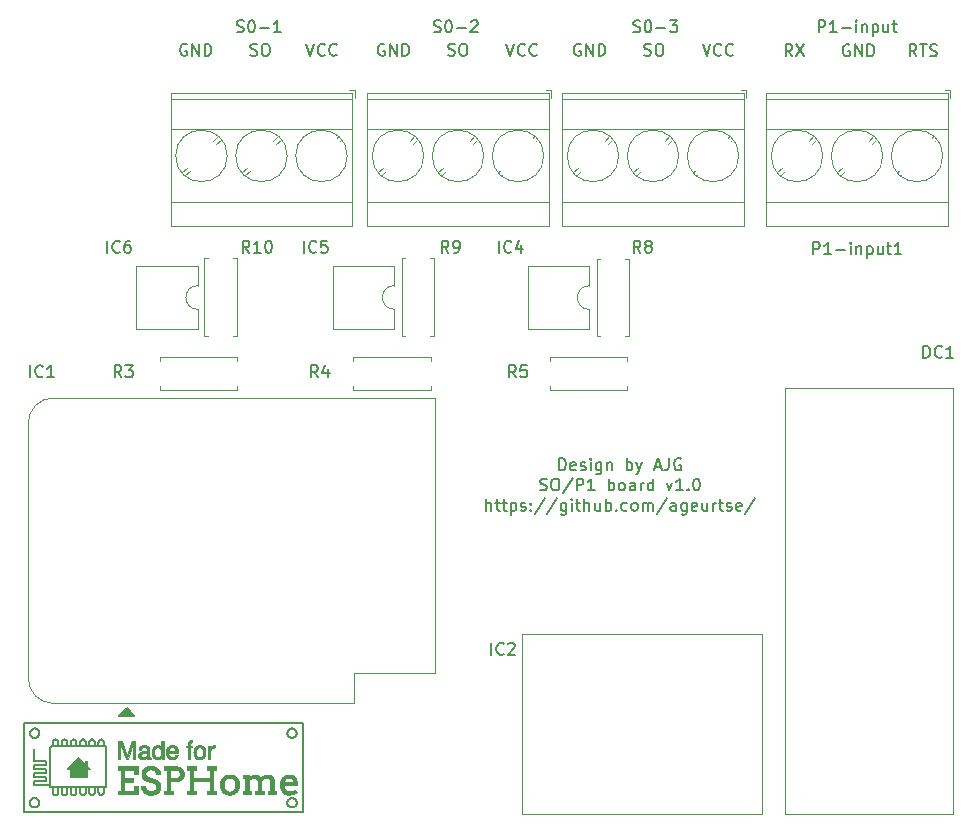
<source format=gbr>
%TF.GenerationSoftware,KiCad,Pcbnew,(6.0.7)*%
%TF.CreationDate,2023-01-04T14:37:49+01:00*%
%TF.ProjectId,s0 interface,73302069-6e74-4657-9266-6163652e6b69,rev?*%
%TF.SameCoordinates,Original*%
%TF.FileFunction,Legend,Top*%
%TF.FilePolarity,Positive*%
%FSLAX46Y46*%
G04 Gerber Fmt 4.6, Leading zero omitted, Abs format (unit mm)*
G04 Created by KiCad (PCBNEW (6.0.7)) date 2023-01-04 14:37:49*
%MOMM*%
%LPD*%
G01*
G04 APERTURE LIST*
%ADD10C,0.150000*%
%ADD11C,0.200019*%
%ADD12C,0.200000*%
%ADD13C,0.040000*%
%ADD14C,0.120000*%
G04 APERTURE END LIST*
D10*
X214234733Y-42870380D02*
X213901400Y-42394190D01*
X213663304Y-42870380D02*
X213663304Y-41870380D01*
X214044257Y-41870380D01*
X214139495Y-41918000D01*
X214187114Y-41965619D01*
X214234733Y-42060857D01*
X214234733Y-42203714D01*
X214187114Y-42298952D01*
X214139495Y-42346571D01*
X214044257Y-42394190D01*
X213663304Y-42394190D01*
X214568066Y-41870380D02*
X215234733Y-42870380D01*
X215234733Y-41870380D02*
X214568066Y-42870380D01*
X219075095Y-41918000D02*
X218979857Y-41870380D01*
X218837000Y-41870380D01*
X218694142Y-41918000D01*
X218598904Y-42013238D01*
X218551285Y-42108476D01*
X218503666Y-42298952D01*
X218503666Y-42441809D01*
X218551285Y-42632285D01*
X218598904Y-42727523D01*
X218694142Y-42822761D01*
X218837000Y-42870380D01*
X218932238Y-42870380D01*
X219075095Y-42822761D01*
X219122714Y-42775142D01*
X219122714Y-42441809D01*
X218932238Y-42441809D01*
X219551285Y-42870380D02*
X219551285Y-41870380D01*
X220122714Y-42870380D01*
X220122714Y-41870380D01*
X220598904Y-42870380D02*
X220598904Y-41870380D01*
X220837000Y-41870380D01*
X220979857Y-41918000D01*
X221075095Y-42013238D01*
X221122714Y-42108476D01*
X221170333Y-42298952D01*
X221170333Y-42441809D01*
X221122714Y-42632285D01*
X221075095Y-42727523D01*
X220979857Y-42822761D01*
X220837000Y-42870380D01*
X220598904Y-42870380D01*
X224750380Y-42870380D02*
X224417047Y-42394190D01*
X224178952Y-42870380D02*
X224178952Y-41870380D01*
X224559904Y-41870380D01*
X224655142Y-41918000D01*
X224702761Y-41965619D01*
X224750380Y-42060857D01*
X224750380Y-42203714D01*
X224702761Y-42298952D01*
X224655142Y-42346571D01*
X224559904Y-42394190D01*
X224178952Y-42394190D01*
X225036095Y-41870380D02*
X225607523Y-41870380D01*
X225321809Y-42870380D02*
X225321809Y-41870380D01*
X225893238Y-42822761D02*
X226036095Y-42870380D01*
X226274190Y-42870380D01*
X226369428Y-42822761D01*
X226417047Y-42775142D01*
X226464666Y-42679904D01*
X226464666Y-42584666D01*
X226417047Y-42489428D01*
X226369428Y-42441809D01*
X226274190Y-42394190D01*
X226083714Y-42346571D01*
X225988476Y-42298952D01*
X225940857Y-42251333D01*
X225893238Y-42156095D01*
X225893238Y-42060857D01*
X225940857Y-41965619D01*
X225988476Y-41918000D01*
X226083714Y-41870380D01*
X226321809Y-41870380D01*
X226464666Y-41918000D01*
X216471904Y-40838380D02*
X216471904Y-39838380D01*
X216852857Y-39838380D01*
X216948095Y-39886000D01*
X216995714Y-39933619D01*
X217043333Y-40028857D01*
X217043333Y-40171714D01*
X216995714Y-40266952D01*
X216948095Y-40314571D01*
X216852857Y-40362190D01*
X216471904Y-40362190D01*
X217995714Y-40838380D02*
X217424285Y-40838380D01*
X217710000Y-40838380D02*
X217710000Y-39838380D01*
X217614761Y-39981238D01*
X217519523Y-40076476D01*
X217424285Y-40124095D01*
X218424285Y-40457428D02*
X219186190Y-40457428D01*
X219662380Y-40838380D02*
X219662380Y-40171714D01*
X219662380Y-39838380D02*
X219614761Y-39886000D01*
X219662380Y-39933619D01*
X219710000Y-39886000D01*
X219662380Y-39838380D01*
X219662380Y-39933619D01*
X220138571Y-40171714D02*
X220138571Y-40838380D01*
X220138571Y-40266952D02*
X220186190Y-40219333D01*
X220281428Y-40171714D01*
X220424285Y-40171714D01*
X220519523Y-40219333D01*
X220567142Y-40314571D01*
X220567142Y-40838380D01*
X221043333Y-40171714D02*
X221043333Y-41171714D01*
X221043333Y-40219333D02*
X221138571Y-40171714D01*
X221329047Y-40171714D01*
X221424285Y-40219333D01*
X221471904Y-40266952D01*
X221519523Y-40362190D01*
X221519523Y-40647904D01*
X221471904Y-40743142D01*
X221424285Y-40790761D01*
X221329047Y-40838380D01*
X221138571Y-40838380D01*
X221043333Y-40790761D01*
X222376666Y-40171714D02*
X222376666Y-40838380D01*
X221948095Y-40171714D02*
X221948095Y-40695523D01*
X221995714Y-40790761D01*
X222090952Y-40838380D01*
X222233809Y-40838380D01*
X222329047Y-40790761D01*
X222376666Y-40743142D01*
X222710000Y-40171714D02*
X223090952Y-40171714D01*
X222852857Y-39838380D02*
X222852857Y-40695523D01*
X222900476Y-40790761D01*
X222995714Y-40838380D01*
X223090952Y-40838380D01*
D11*
X152820108Y-100834330D02*
X152823526Y-100840975D01*
X151840200Y-105404205D02*
X151825265Y-105403722D01*
D12*
X172262407Y-105961642D02*
X172266802Y-105980685D01*
D11*
X151621781Y-100868607D02*
X151627083Y-100854592D01*
X151409631Y-104691733D02*
X151410160Y-104695913D01*
X155853508Y-100751337D02*
X155859789Y-100755696D01*
X152571989Y-100716747D02*
X152586778Y-100714331D01*
X154948600Y-100712199D02*
X154948600Y-100712199D01*
X153546400Y-105345519D02*
X153534699Y-105355160D01*
X156133551Y-104739970D02*
X156136211Y-104736926D01*
X156100592Y-101310583D02*
X156096720Y-101309288D01*
X154007813Y-105335184D02*
X154002596Y-105329770D01*
D12*
X150222534Y-100543719D02*
X150204245Y-100549907D01*
D11*
X155036570Y-105385719D02*
X155022370Y-105391031D01*
D12*
X149694113Y-100153747D02*
X149695633Y-100133758D01*
D11*
X151913900Y-100724477D02*
X151928107Y-100729792D01*
X155521689Y-105281273D02*
X155518271Y-105274627D01*
X154141492Y-100714429D02*
X154156372Y-100712981D01*
X154230528Y-105395378D02*
X154215891Y-105398758D01*
X156150435Y-104712373D02*
X156151772Y-104708464D01*
X155871838Y-100764975D02*
X155877600Y-100769886D01*
D12*
X171489630Y-106019766D02*
X171492133Y-106000067D01*
X149988834Y-105678799D02*
X150007877Y-105674404D01*
D11*
X152731998Y-105372282D02*
X152718423Y-105379529D01*
X155498929Y-105217935D02*
X155497558Y-105210487D01*
D12*
X171979565Y-106441219D02*
X171960522Y-106445614D01*
D11*
X152387829Y-100912627D02*
X152390329Y-100897667D01*
D12*
X150257843Y-105705221D02*
X150274814Y-105713913D01*
D11*
X155955289Y-100927627D02*
X155955672Y-100935292D01*
X154890942Y-100719457D02*
X154902105Y-100716882D01*
X151609400Y-105173405D02*
X151609400Y-105173405D01*
D12*
X172274286Y-100194257D02*
X172272766Y-100214245D01*
X149750584Y-100378099D02*
X149741107Y-100361616D01*
X150351848Y-106351360D02*
X150337567Y-106363731D01*
D11*
X154741860Y-105274585D02*
X154738659Y-105267832D01*
D12*
X172266802Y-100094678D02*
X172270263Y-100114060D01*
D11*
X154717800Y-100943000D02*
X154717800Y-100943000D01*
D12*
X172262407Y-100272369D02*
X172257103Y-100291047D01*
X150423818Y-105855912D02*
X150433295Y-105872395D01*
X149836835Y-99870280D02*
X149851704Y-99858595D01*
D11*
X156144007Y-101346580D02*
X156141838Y-101343107D01*
X154126709Y-105398758D02*
X154112072Y-105395378D01*
X152816477Y-100827800D02*
X152820108Y-100834330D01*
D12*
X171661132Y-100500382D02*
X171645701Y-100489408D01*
D11*
X155512076Y-100854430D02*
X155518261Y-100840819D01*
X154745277Y-105281227D02*
X154741860Y-105274585D01*
D12*
X171710556Y-100528790D02*
X171693585Y-100520098D01*
D11*
X153253098Y-105355160D02*
X153247160Y-105350429D01*
D12*
X149771796Y-99938504D02*
X149783480Y-99923635D01*
X171535103Y-99986388D02*
X171544580Y-99969905D01*
X172016531Y-100543719D02*
X171998243Y-100549907D01*
D11*
X151810378Y-100714331D02*
X151825264Y-100712882D01*
D12*
X149226001Y-106886612D02*
X149226001Y-106886612D01*
D11*
X153975346Y-105294161D02*
X153971507Y-105287754D01*
X152704507Y-105385810D02*
X152690301Y-105391125D01*
X155938313Y-105261011D02*
X155932126Y-105274627D01*
X154402001Y-100943199D02*
X154402001Y-100943199D01*
X156138725Y-104733756D02*
X156141088Y-104730465D01*
D12*
X172172548Y-106324658D02*
X172159516Y-106338327D01*
X149771796Y-100409500D02*
X149760822Y-100394068D01*
D11*
X153572647Y-100797067D02*
X153577293Y-100802940D01*
X152047125Y-100840975D02*
X152050329Y-100847731D01*
X154363210Y-105300441D02*
X154354516Y-105312603D01*
X151419258Y-104723119D02*
X151421268Y-104726644D01*
X153552151Y-100775096D02*
X153557556Y-100780350D01*
X154889471Y-105395378D02*
X154875028Y-105391031D01*
X152036237Y-100821391D02*
X152040076Y-100827800D01*
X152068970Y-105203976D02*
X152066469Y-105218936D01*
X152738612Y-100747287D02*
X152745062Y-100751454D01*
X154963627Y-105402622D02*
X154948699Y-105403105D01*
X154049339Y-105368232D02*
X154042891Y-105364067D01*
X150019201Y-102545206D02*
X150019201Y-101505602D01*
X151414253Y-104711956D02*
X151415745Y-104715769D01*
X155651495Y-105391125D02*
X155637288Y-105385810D01*
X151992766Y-105346593D02*
X151981060Y-105356239D01*
X152675852Y-105395474D02*
X152661208Y-105398856D01*
X155494910Y-105187784D02*
X155494527Y-105180115D01*
D12*
X149916559Y-99819214D02*
X149933994Y-99811332D01*
D11*
X153278548Y-105372197D02*
X153278548Y-105372197D01*
D12*
X171488110Y-106080264D02*
X171487598Y-106060009D01*
X172235985Y-106230651D02*
X172227293Y-106247623D01*
X171518529Y-100327209D02*
X171511481Y-100309335D01*
X149711297Y-106177054D02*
X149705993Y-106158376D01*
D11*
X155015671Y-100721951D02*
X155026362Y-100725455D01*
X153940599Y-105172404D02*
X153940599Y-105172404D01*
D12*
X149851704Y-100489408D02*
X149836835Y-100477724D01*
X171487598Y-106060009D02*
X171487598Y-106060009D01*
X171630832Y-100477724D02*
X171616550Y-100465353D01*
D11*
X153197944Y-105294161D02*
X153194106Y-105287754D01*
X153467569Y-105391031D02*
X153453126Y-105395378D01*
X155908492Y-105312662D02*
X155899006Y-105324262D01*
D13*
G36*
X163354333Y-100799425D02*
G01*
X163366853Y-100799821D01*
X163379350Y-100800591D01*
X163391816Y-100801732D01*
X163404243Y-100803245D01*
X163416621Y-100805128D01*
X163428943Y-100807380D01*
X163441200Y-100810001D01*
X163441200Y-100956001D01*
X163416728Y-100954845D01*
X163408009Y-100954490D01*
X163400975Y-100954252D01*
X163395131Y-100954107D01*
X163389984Y-100954033D01*
X163379799Y-100954002D01*
X163372180Y-100954113D01*
X163364810Y-100954447D01*
X163357689Y-100955002D01*
X163350816Y-100955779D01*
X163344191Y-100956777D01*
X163337813Y-100957997D01*
X163331682Y-100959436D01*
X163325797Y-100961096D01*
X163320157Y-100962975D01*
X163314763Y-100965074D01*
X163309614Y-100967391D01*
X163304710Y-100969928D01*
X163300049Y-100972682D01*
X163295632Y-100975655D01*
X163291457Y-100978845D01*
X163287525Y-100982252D01*
X163283835Y-100985876D01*
X163280387Y-100989716D01*
X163277179Y-100993773D01*
X163274213Y-100998045D01*
X163271486Y-101002532D01*
X163268999Y-101007235D01*
X163266751Y-101012152D01*
X163264741Y-101017283D01*
X163262970Y-101022628D01*
X163261436Y-101028187D01*
X163260140Y-101033959D01*
X163259081Y-101039943D01*
X163258257Y-101046140D01*
X163257670Y-101052549D01*
X163257318Y-101059170D01*
X163257201Y-101066002D01*
X163257201Y-101239601D01*
X163441200Y-101239601D01*
X163441197Y-101383601D01*
X163257198Y-101383601D01*
X163257198Y-102348804D01*
X163081200Y-102348804D01*
X163081200Y-101383601D01*
X162933199Y-101383601D01*
X162933199Y-101239601D01*
X163081398Y-101239601D01*
X163081398Y-101051402D01*
X163081682Y-101036690D01*
X163082532Y-101022370D01*
X163083940Y-101008446D01*
X163085902Y-100994924D01*
X163088411Y-100981808D01*
X163091461Y-100969104D01*
X163095047Y-100956816D01*
X163099164Y-100944949D01*
X163103804Y-100933509D01*
X163108963Y-100922500D01*
X163114634Y-100911927D01*
X163120812Y-100901795D01*
X163127490Y-100892109D01*
X163134664Y-100882874D01*
X163142327Y-100874095D01*
X163150473Y-100865777D01*
X163159097Y-100857925D01*
X163168192Y-100850544D01*
X163177754Y-100843638D01*
X163187775Y-100837213D01*
X163198251Y-100831274D01*
X163209175Y-100825825D01*
X163220542Y-100820871D01*
X163232345Y-100816418D01*
X163244579Y-100812471D01*
X163257239Y-100809033D01*
X163270318Y-100806111D01*
X163283810Y-100803709D01*
X163297710Y-100801833D01*
X163312012Y-100800486D01*
X163326710Y-100799674D01*
X163341798Y-100799403D01*
X163354333Y-100799425D01*
G37*
X163354333Y-100799425D02*
X163366853Y-100799821D01*
X163379350Y-100800591D01*
X163391816Y-100801732D01*
X163404243Y-100803245D01*
X163416621Y-100805128D01*
X163428943Y-100807380D01*
X163441200Y-100810001D01*
X163441200Y-100956001D01*
X163416728Y-100954845D01*
X163408009Y-100954490D01*
X163400975Y-100954252D01*
X163395131Y-100954107D01*
X163389984Y-100954033D01*
X163379799Y-100954002D01*
X163372180Y-100954113D01*
X163364810Y-100954447D01*
X163357689Y-100955002D01*
X163350816Y-100955779D01*
X163344191Y-100956777D01*
X163337813Y-100957997D01*
X163331682Y-100959436D01*
X163325797Y-100961096D01*
X163320157Y-100962975D01*
X163314763Y-100965074D01*
X163309614Y-100967391D01*
X163304710Y-100969928D01*
X163300049Y-100972682D01*
X163295632Y-100975655D01*
X163291457Y-100978845D01*
X163287525Y-100982252D01*
X163283835Y-100985876D01*
X163280387Y-100989716D01*
X163277179Y-100993773D01*
X163274213Y-100998045D01*
X163271486Y-101002532D01*
X163268999Y-101007235D01*
X163266751Y-101012152D01*
X163264741Y-101017283D01*
X163262970Y-101022628D01*
X163261436Y-101028187D01*
X163260140Y-101033959D01*
X163259081Y-101039943D01*
X163258257Y-101046140D01*
X163257670Y-101052549D01*
X163257318Y-101059170D01*
X163257201Y-101066002D01*
X163257201Y-101239601D01*
X163441200Y-101239601D01*
X163441197Y-101383601D01*
X163257198Y-101383601D01*
X163257198Y-102348804D01*
X163081200Y-102348804D01*
X163081200Y-101383601D01*
X162933199Y-101383601D01*
X162933199Y-101239601D01*
X163081398Y-101239601D01*
X163081398Y-101051402D01*
X163081682Y-101036690D01*
X163082532Y-101022370D01*
X163083940Y-101008446D01*
X163085902Y-100994924D01*
X163088411Y-100981808D01*
X163091461Y-100969104D01*
X163095047Y-100956816D01*
X163099164Y-100944949D01*
X163103804Y-100933509D01*
X163108963Y-100922500D01*
X163114634Y-100911927D01*
X163120812Y-100901795D01*
X163127490Y-100892109D01*
X163134664Y-100882874D01*
X163142327Y-100874095D01*
X163150473Y-100865777D01*
X163159097Y-100857925D01*
X163168192Y-100850544D01*
X163177754Y-100843638D01*
X163187775Y-100837213D01*
X163198251Y-100831274D01*
X163209175Y-100825825D01*
X163220542Y-100820871D01*
X163232345Y-100816418D01*
X163244579Y-100812471D01*
X163257239Y-100809033D01*
X163270318Y-100806111D01*
X163283810Y-100803709D01*
X163297710Y-100801833D01*
X163312012Y-100800486D01*
X163326710Y-100799674D01*
X163341798Y-100799403D01*
X163354333Y-100799425D01*
D11*
X155179117Y-100930767D02*
X155179401Y-100942198D01*
X153408934Y-100712882D02*
X153423820Y-100714331D01*
D12*
X171881198Y-100567603D02*
X171881198Y-100567603D01*
X150463105Y-106177054D02*
X150456917Y-106195342D01*
D11*
X156092784Y-101308183D02*
X156088793Y-101307270D01*
D13*
G36*
X170893204Y-104287864D02*
G01*
X170902954Y-104248926D01*
X170914204Y-104210614D01*
X170920387Y-104191595D01*
X170926933Y-104172888D01*
X170933843Y-104154495D01*
X170941117Y-104136413D01*
X170948756Y-104118645D01*
X170956758Y-104101188D01*
X170965125Y-104084045D01*
X170973855Y-104067214D01*
X170982950Y-104050695D01*
X170992408Y-104034489D01*
X171002231Y-104018595D01*
X171012417Y-104003014D01*
X171022968Y-103987745D01*
X171033883Y-103972789D01*
X171045161Y-103958145D01*
X171056804Y-103943813D01*
X171068980Y-103929676D01*
X171081510Y-103915913D01*
X171094392Y-103902525D01*
X171107628Y-103889513D01*
X171121217Y-103876875D01*
X171135159Y-103864612D01*
X171149455Y-103852725D01*
X171164103Y-103841212D01*
X171179105Y-103830075D01*
X171194460Y-103819312D01*
X171210168Y-103808924D01*
X171226229Y-103798912D01*
X171242643Y-103789274D01*
X171259411Y-103780012D01*
X171276531Y-103771124D01*
X171294005Y-103762612D01*
X171311812Y-103754523D01*
X171329983Y-103746955D01*
X171348518Y-103739910D01*
X171367418Y-103733386D01*
X171386681Y-103727385D01*
X171406308Y-103721905D01*
X171426300Y-103716947D01*
X171446655Y-103712512D01*
X171467375Y-103708598D01*
X171488459Y-103705205D01*
X171509906Y-103702335D01*
X171531718Y-103699987D01*
X171553894Y-103698160D01*
X171576434Y-103696856D01*
X171599338Y-103696073D01*
X171622606Y-103695812D01*
X171645045Y-103696031D01*
X171667012Y-103696687D01*
X171688507Y-103697781D01*
X171709530Y-103699312D01*
X171730082Y-103701281D01*
X171750161Y-103703687D01*
X171769769Y-103706531D01*
X171788905Y-103709812D01*
X171807569Y-103713531D01*
X171825761Y-103717687D01*
X171843481Y-103722281D01*
X171860729Y-103727312D01*
X171877506Y-103732781D01*
X171893811Y-103738687D01*
X171909644Y-103745031D01*
X171925005Y-103751812D01*
X171940123Y-103758732D01*
X171954880Y-103765943D01*
X171969274Y-103773444D01*
X171983305Y-103781236D01*
X171996974Y-103789319D01*
X172010280Y-103797692D01*
X172023224Y-103806356D01*
X172035805Y-103815311D01*
X172048023Y-103824556D01*
X172059880Y-103834092D01*
X172071373Y-103843919D01*
X172082505Y-103854036D01*
X172093274Y-103864444D01*
X172103680Y-103875142D01*
X172113724Y-103886131D01*
X172123405Y-103897411D01*
X172132953Y-103908764D01*
X172142196Y-103920321D01*
X172151134Y-103932083D01*
X172159768Y-103944049D01*
X172168097Y-103956220D01*
X172176121Y-103968596D01*
X172183840Y-103981176D01*
X172191255Y-103993961D01*
X172198365Y-104006951D01*
X172205171Y-104020146D01*
X172211671Y-104033545D01*
X172217867Y-104047149D01*
X172223759Y-104060958D01*
X172229345Y-104074971D01*
X172234627Y-104089190D01*
X172239604Y-104103613D01*
X172249316Y-104132782D01*
X172258253Y-104162088D01*
X172266416Y-104191532D01*
X172273803Y-104221114D01*
X172280416Y-104250833D01*
X172286254Y-104280689D01*
X172291316Y-104310683D01*
X172295604Y-104340814D01*
X172297410Y-104355586D01*
X172299029Y-104370402D01*
X172300460Y-104385261D01*
X172301704Y-104400164D01*
X172302760Y-104415111D01*
X172303629Y-104430101D01*
X172304311Y-104445136D01*
X172304805Y-104460214D01*
X172306117Y-104490228D01*
X172307055Y-104519865D01*
X172307617Y-104549128D01*
X172307805Y-104578015D01*
X171151399Y-104578009D01*
X171151543Y-104594891D01*
X171151974Y-104611435D01*
X171152693Y-104627642D01*
X171153700Y-104643511D01*
X171154993Y-104659042D01*
X171156575Y-104674236D01*
X171158444Y-104689092D01*
X171160600Y-104703611D01*
X171163469Y-104717489D01*
X171166575Y-104731224D01*
X171169919Y-104744814D01*
X171173500Y-104758261D01*
X171177319Y-104771564D01*
X171181375Y-104784724D01*
X171185668Y-104797739D01*
X171190199Y-104810611D01*
X171197616Y-104829689D01*
X171205568Y-104848174D01*
X171214053Y-104866064D01*
X171223074Y-104883361D01*
X171232628Y-104900064D01*
X171242717Y-104916173D01*
X171253341Y-104931689D01*
X171264499Y-104946611D01*
X171276191Y-104960939D01*
X171288417Y-104974673D01*
X171301179Y-104987814D01*
X171314474Y-105000361D01*
X171328304Y-105012314D01*
X171342668Y-105023674D01*
X171357567Y-105034439D01*
X171373000Y-105044611D01*
X171389026Y-105054008D01*
X171405306Y-105062799D01*
X171421839Y-105070983D01*
X171438624Y-105078561D01*
X171455664Y-105085533D01*
X171472956Y-105091899D01*
X171490501Y-105097658D01*
X171508300Y-105102811D01*
X171526352Y-105107358D01*
X171544657Y-105111299D01*
X171563215Y-105114633D01*
X171582026Y-105117362D01*
X171601090Y-105119483D01*
X171620407Y-105120999D01*
X171639977Y-105121908D01*
X171659801Y-105122212D01*
X171691079Y-105121680D01*
X171722114Y-105120086D01*
X171752905Y-105117430D01*
X171783451Y-105113711D01*
X171813755Y-105108930D01*
X171843814Y-105103086D01*
X171873629Y-105096180D01*
X171903200Y-105088212D01*
X171933218Y-105078615D01*
X171963574Y-105067825D01*
X171994268Y-105055841D01*
X172025299Y-105042662D01*
X172056668Y-105028291D01*
X172088374Y-105012725D01*
X172120418Y-104995966D01*
X172152800Y-104978013D01*
X172269200Y-105174812D01*
X172229670Y-105201090D01*
X172190076Y-105225624D01*
X172150420Y-105248415D01*
X172110702Y-105269462D01*
X172070921Y-105288765D01*
X172031077Y-105306325D01*
X171991170Y-105322141D01*
X171951201Y-105336213D01*
X171911107Y-105348542D01*
X171870626Y-105359226D01*
X171829757Y-105368267D01*
X171788501Y-105375664D01*
X171746857Y-105381417D01*
X171704825Y-105385526D01*
X171662406Y-105387992D01*
X171619600Y-105388813D01*
X171599341Y-105388602D01*
X171579263Y-105387967D01*
X171559366Y-105386908D01*
X171539650Y-105385426D01*
X171520116Y-105383521D01*
X171500763Y-105381192D01*
X171481591Y-105378439D01*
X171462601Y-105375264D01*
X171443791Y-105371664D01*
X171425163Y-105367642D01*
X171406717Y-105363196D01*
X171388451Y-105358326D01*
X171370367Y-105353033D01*
X171352464Y-105347317D01*
X171334742Y-105341177D01*
X171317201Y-105334614D01*
X171300097Y-105327609D01*
X171283285Y-105320192D01*
X171266766Y-105312365D01*
X171250538Y-105304127D01*
X171234603Y-105295477D01*
X171218960Y-105286417D01*
X171203609Y-105276946D01*
X171188551Y-105267064D01*
X171173785Y-105256771D01*
X171159311Y-105246067D01*
X171145129Y-105234952D01*
X171131239Y-105223426D01*
X171117642Y-105211489D01*
X171104337Y-105199141D01*
X171091323Y-105186382D01*
X171078603Y-105173212D01*
X171066342Y-105159655D01*
X171054409Y-105145684D01*
X171042804Y-105131299D01*
X171031528Y-105116500D01*
X171020580Y-105101287D01*
X171009959Y-105085660D01*
X170999667Y-105069618D01*
X170989703Y-105053163D01*
X170980067Y-105036294D01*
X170970759Y-105019010D01*
X170961780Y-105001313D01*
X170953128Y-104983201D01*
X170944805Y-104964675D01*
X170936809Y-104945736D01*
X170929142Y-104926382D01*
X170921803Y-104906614D01*
X170915070Y-104886457D01*
X170908772Y-104865889D01*
X170902908Y-104844907D01*
X170897478Y-104823514D01*
X170892483Y-104801707D01*
X170887922Y-104779488D01*
X170883796Y-104756857D01*
X170880103Y-104733813D01*
X170876846Y-104710357D01*
X170874022Y-104686488D01*
X170871633Y-104662206D01*
X170869678Y-104637513D01*
X170867072Y-104586888D01*
X170866203Y-104534613D01*
X170866953Y-104491926D01*
X170869203Y-104449863D01*
X170872953Y-104408426D01*
X170878204Y-104367613D01*
X170880623Y-104353207D01*
X171166801Y-104353207D01*
X171999400Y-104353207D01*
X171997584Y-104330926D01*
X171995237Y-104309082D01*
X171992359Y-104287676D01*
X171988949Y-104266707D01*
X171985009Y-104246176D01*
X171980537Y-104226082D01*
X171975534Y-104206426D01*
X171970000Y-104187207D01*
X171967178Y-104177786D01*
X171964163Y-104168525D01*
X171960953Y-104159423D01*
X171957550Y-104150481D01*
X171953953Y-104141698D01*
X171950163Y-104133074D01*
X171946179Y-104124610D01*
X171942001Y-104116305D01*
X171937629Y-104108160D01*
X171933063Y-104100174D01*
X171928304Y-104092347D01*
X171923351Y-104084680D01*
X171918204Y-104077173D01*
X171912863Y-104069824D01*
X171907329Y-104062635D01*
X171901601Y-104055605D01*
X171895698Y-104048704D01*
X171889588Y-104041999D01*
X171883273Y-104035492D01*
X171876751Y-104029181D01*
X171870023Y-104023067D01*
X171863089Y-104017150D01*
X171855948Y-104011429D01*
X171848601Y-104005906D01*
X171841048Y-104000579D01*
X171833289Y-103995450D01*
X171825323Y-103990517D01*
X171817151Y-103985780D01*
X171808773Y-103981241D01*
X171800189Y-103976899D01*
X171791399Y-103972753D01*
X171782402Y-103968804D01*
X171773144Y-103965050D01*
X171763621Y-103961539D01*
X171753832Y-103958269D01*
X171743777Y-103955242D01*
X171733457Y-103952457D01*
X171722871Y-103949914D01*
X171712019Y-103947613D01*
X171700902Y-103945554D01*
X171689519Y-103943738D01*
X171677871Y-103942164D01*
X171665957Y-103940832D01*
X171653777Y-103939742D01*
X171641332Y-103938894D01*
X171628622Y-103938289D01*
X171615645Y-103937926D01*
X171602403Y-103937804D01*
X171602400Y-103937808D01*
X171577634Y-103938267D01*
X171553637Y-103939645D01*
X171530409Y-103941942D01*
X171519083Y-103943435D01*
X171507949Y-103945157D01*
X171497008Y-103947110D01*
X171486259Y-103949292D01*
X171475702Y-103951703D01*
X171465338Y-103954345D01*
X171455165Y-103957216D01*
X171445185Y-103960317D01*
X171435397Y-103963648D01*
X171425801Y-103967208D01*
X171416585Y-103970810D01*
X171407539Y-103974615D01*
X171398661Y-103978622D01*
X171389951Y-103982833D01*
X171381411Y-103987247D01*
X171373039Y-103991865D01*
X171364836Y-103996685D01*
X171356802Y-104001708D01*
X171348936Y-104006935D01*
X171341239Y-104012364D01*
X171333711Y-104017997D01*
X171326352Y-104023833D01*
X171319161Y-104029872D01*
X171312139Y-104036115D01*
X171305285Y-104042560D01*
X171298601Y-104049209D01*
X171292104Y-104055906D01*
X171285763Y-104062797D01*
X171279578Y-104069882D01*
X171273550Y-104077160D01*
X171267678Y-104084632D01*
X171261963Y-104092298D01*
X171256403Y-104100157D01*
X171251000Y-104108210D01*
X171245753Y-104116457D01*
X171240663Y-104124897D01*
X171235729Y-104133532D01*
X171230951Y-104142359D01*
X171226329Y-104151381D01*
X171221864Y-104160596D01*
X171217555Y-104170005D01*
X171213402Y-104179608D01*
X171205892Y-104199251D01*
X171198864Y-104219482D01*
X171192318Y-104240301D01*
X171186252Y-104261707D01*
X171180667Y-104283701D01*
X171175564Y-104306282D01*
X171170942Y-104329451D01*
X171166801Y-104353207D01*
X170880623Y-104353207D01*
X170884954Y-104327426D01*
X170893204Y-104287864D01*
G37*
X170893204Y-104287864D02*
X170902954Y-104248926D01*
X170914204Y-104210614D01*
X170920387Y-104191595D01*
X170926933Y-104172888D01*
X170933843Y-104154495D01*
X170941117Y-104136413D01*
X170948756Y-104118645D01*
X170956758Y-104101188D01*
X170965125Y-104084045D01*
X170973855Y-104067214D01*
X170982950Y-104050695D01*
X170992408Y-104034489D01*
X171002231Y-104018595D01*
X171012417Y-104003014D01*
X171022968Y-103987745D01*
X171033883Y-103972789D01*
X171045161Y-103958145D01*
X171056804Y-103943813D01*
X171068980Y-103929676D01*
X171081510Y-103915913D01*
X171094392Y-103902525D01*
X171107628Y-103889513D01*
X171121217Y-103876875D01*
X171135159Y-103864612D01*
X171149455Y-103852725D01*
X171164103Y-103841212D01*
X171179105Y-103830075D01*
X171194460Y-103819312D01*
X171210168Y-103808924D01*
X171226229Y-103798912D01*
X171242643Y-103789274D01*
X171259411Y-103780012D01*
X171276531Y-103771124D01*
X171294005Y-103762612D01*
X171311812Y-103754523D01*
X171329983Y-103746955D01*
X171348518Y-103739910D01*
X171367418Y-103733386D01*
X171386681Y-103727385D01*
X171406308Y-103721905D01*
X171426300Y-103716947D01*
X171446655Y-103712512D01*
X171467375Y-103708598D01*
X171488459Y-103705205D01*
X171509906Y-103702335D01*
X171531718Y-103699987D01*
X171553894Y-103698160D01*
X171576434Y-103696856D01*
X171599338Y-103696073D01*
X171622606Y-103695812D01*
X171645045Y-103696031D01*
X171667012Y-103696687D01*
X171688507Y-103697781D01*
X171709530Y-103699312D01*
X171730082Y-103701281D01*
X171750161Y-103703687D01*
X171769769Y-103706531D01*
X171788905Y-103709812D01*
X171807569Y-103713531D01*
X171825761Y-103717687D01*
X171843481Y-103722281D01*
X171860729Y-103727312D01*
X171877506Y-103732781D01*
X171893811Y-103738687D01*
X171909644Y-103745031D01*
X171925005Y-103751812D01*
X171940123Y-103758732D01*
X171954880Y-103765943D01*
X171969274Y-103773444D01*
X171983305Y-103781236D01*
X171996974Y-103789319D01*
X172010280Y-103797692D01*
X172023224Y-103806356D01*
X172035805Y-103815311D01*
X172048023Y-103824556D01*
X172059880Y-103834092D01*
X172071373Y-103843919D01*
X172082505Y-103854036D01*
X172093274Y-103864444D01*
X172103680Y-103875142D01*
X172113724Y-103886131D01*
X172123405Y-103897411D01*
X172132953Y-103908764D01*
X172142196Y-103920321D01*
X172151134Y-103932083D01*
X172159768Y-103944049D01*
X172168097Y-103956220D01*
X172176121Y-103968596D01*
X172183840Y-103981176D01*
X172191255Y-103993961D01*
X172198365Y-104006951D01*
X172205171Y-104020146D01*
X172211671Y-104033545D01*
X172217867Y-104047149D01*
X172223759Y-104060958D01*
X172229345Y-104074971D01*
X172234627Y-104089190D01*
X172239604Y-104103613D01*
X172249316Y-104132782D01*
X172258253Y-104162088D01*
X172266416Y-104191532D01*
X172273803Y-104221114D01*
X172280416Y-104250833D01*
X172286254Y-104280689D01*
X172291316Y-104310683D01*
X172295604Y-104340814D01*
X172297410Y-104355586D01*
X172299029Y-104370402D01*
X172300460Y-104385261D01*
X172301704Y-104400164D01*
X172302760Y-104415111D01*
X172303629Y-104430101D01*
X172304311Y-104445136D01*
X172304805Y-104460214D01*
X172306117Y-104490228D01*
X172307055Y-104519865D01*
X172307617Y-104549128D01*
X172307805Y-104578015D01*
X171151399Y-104578009D01*
X171151543Y-104594891D01*
X171151974Y-104611435D01*
X171152693Y-104627642D01*
X171153700Y-104643511D01*
X171154993Y-104659042D01*
X171156575Y-104674236D01*
X171158444Y-104689092D01*
X171160600Y-104703611D01*
X171163469Y-104717489D01*
X171166575Y-104731224D01*
X171169919Y-104744814D01*
X171173500Y-104758261D01*
X171177319Y-104771564D01*
X171181375Y-104784724D01*
X171185668Y-104797739D01*
X171190199Y-104810611D01*
X171197616Y-104829689D01*
X171205568Y-104848174D01*
X171214053Y-104866064D01*
X171223074Y-104883361D01*
X171232628Y-104900064D01*
X171242717Y-104916173D01*
X171253341Y-104931689D01*
X171264499Y-104946611D01*
X171276191Y-104960939D01*
X171288417Y-104974673D01*
X171301179Y-104987814D01*
X171314474Y-105000361D01*
X171328304Y-105012314D01*
X171342668Y-105023674D01*
X171357567Y-105034439D01*
X171373000Y-105044611D01*
X171389026Y-105054008D01*
X171405306Y-105062799D01*
X171421839Y-105070983D01*
X171438624Y-105078561D01*
X171455664Y-105085533D01*
X171472956Y-105091899D01*
X171490501Y-105097658D01*
X171508300Y-105102811D01*
X171526352Y-105107358D01*
X171544657Y-105111299D01*
X171563215Y-105114633D01*
X171582026Y-105117362D01*
X171601090Y-105119483D01*
X171620407Y-105120999D01*
X171639977Y-105121908D01*
X171659801Y-105122212D01*
X171691079Y-105121680D01*
X171722114Y-105120086D01*
X171752905Y-105117430D01*
X171783451Y-105113711D01*
X171813755Y-105108930D01*
X171843814Y-105103086D01*
X171873629Y-105096180D01*
X171903200Y-105088212D01*
X171933218Y-105078615D01*
X171963574Y-105067825D01*
X171994268Y-105055841D01*
X172025299Y-105042662D01*
X172056668Y-105028291D01*
X172088374Y-105012725D01*
X172120418Y-104995966D01*
X172152800Y-104978013D01*
X172269200Y-105174812D01*
X172229670Y-105201090D01*
X172190076Y-105225624D01*
X172150420Y-105248415D01*
X172110702Y-105269462D01*
X172070921Y-105288765D01*
X172031077Y-105306325D01*
X171991170Y-105322141D01*
X171951201Y-105336213D01*
X171911107Y-105348542D01*
X171870626Y-105359226D01*
X171829757Y-105368267D01*
X171788501Y-105375664D01*
X171746857Y-105381417D01*
X171704825Y-105385526D01*
X171662406Y-105387992D01*
X171619600Y-105388813D01*
X171599341Y-105388602D01*
X171579263Y-105387967D01*
X171559366Y-105386908D01*
X171539650Y-105385426D01*
X171520116Y-105383521D01*
X171500763Y-105381192D01*
X171481591Y-105378439D01*
X171462601Y-105375264D01*
X171443791Y-105371664D01*
X171425163Y-105367642D01*
X171406717Y-105363196D01*
X171388451Y-105358326D01*
X171370367Y-105353033D01*
X171352464Y-105347317D01*
X171334742Y-105341177D01*
X171317201Y-105334614D01*
X171300097Y-105327609D01*
X171283285Y-105320192D01*
X171266766Y-105312365D01*
X171250538Y-105304127D01*
X171234603Y-105295477D01*
X171218960Y-105286417D01*
X171203609Y-105276946D01*
X171188551Y-105267064D01*
X171173785Y-105256771D01*
X171159311Y-105246067D01*
X171145129Y-105234952D01*
X171131239Y-105223426D01*
X171117642Y-105211489D01*
X171104337Y-105199141D01*
X171091323Y-105186382D01*
X171078603Y-105173212D01*
X171066342Y-105159655D01*
X171054409Y-105145684D01*
X171042804Y-105131299D01*
X171031528Y-105116500D01*
X171020580Y-105101287D01*
X171009959Y-105085660D01*
X170999667Y-105069618D01*
X170989703Y-105053163D01*
X170980067Y-105036294D01*
X170970759Y-105019010D01*
X170961780Y-105001313D01*
X170953128Y-104983201D01*
X170944805Y-104964675D01*
X170936809Y-104945736D01*
X170929142Y-104926382D01*
X170921803Y-104906614D01*
X170915070Y-104886457D01*
X170908772Y-104865889D01*
X170902908Y-104844907D01*
X170897478Y-104823514D01*
X170892483Y-104801707D01*
X170887922Y-104779488D01*
X170883796Y-104756857D01*
X170880103Y-104733813D01*
X170876846Y-104710357D01*
X170874022Y-104686488D01*
X170871633Y-104662206D01*
X170869678Y-104637513D01*
X170867072Y-104586888D01*
X170866203Y-104534613D01*
X170866953Y-104491926D01*
X170869203Y-104449863D01*
X170872953Y-104408426D01*
X170878204Y-104367613D01*
X170880623Y-104353207D01*
X171166801Y-104353207D01*
X171999400Y-104353207D01*
X171997584Y-104330926D01*
X171995237Y-104309082D01*
X171992359Y-104287676D01*
X171988949Y-104266707D01*
X171985009Y-104246176D01*
X171980537Y-104226082D01*
X171975534Y-104206426D01*
X171970000Y-104187207D01*
X171967178Y-104177786D01*
X171964163Y-104168525D01*
X171960953Y-104159423D01*
X171957550Y-104150481D01*
X171953953Y-104141698D01*
X171950163Y-104133074D01*
X171946179Y-104124610D01*
X171942001Y-104116305D01*
X171937629Y-104108160D01*
X171933063Y-104100174D01*
X171928304Y-104092347D01*
X171923351Y-104084680D01*
X171918204Y-104077173D01*
X171912863Y-104069824D01*
X171907329Y-104062635D01*
X171901601Y-104055605D01*
X171895698Y-104048704D01*
X171889588Y-104041999D01*
X171883273Y-104035492D01*
X171876751Y-104029181D01*
X171870023Y-104023067D01*
X171863089Y-104017150D01*
X171855948Y-104011429D01*
X171848601Y-104005906D01*
X171841048Y-104000579D01*
X171833289Y-103995450D01*
X171825323Y-103990517D01*
X171817151Y-103985780D01*
X171808773Y-103981241D01*
X171800189Y-103976899D01*
X171791399Y-103972753D01*
X171782402Y-103968804D01*
X171773144Y-103965050D01*
X171763621Y-103961539D01*
X171753832Y-103958269D01*
X171743777Y-103955242D01*
X171733457Y-103952457D01*
X171722871Y-103949914D01*
X171712019Y-103947613D01*
X171700902Y-103945554D01*
X171689519Y-103943738D01*
X171677871Y-103942164D01*
X171665957Y-103940832D01*
X171653777Y-103939742D01*
X171641332Y-103938894D01*
X171628622Y-103938289D01*
X171615645Y-103937926D01*
X171602403Y-103937804D01*
X171602400Y-103937808D01*
X171577634Y-103938267D01*
X171553637Y-103939645D01*
X171530409Y-103941942D01*
X171519083Y-103943435D01*
X171507949Y-103945157D01*
X171497008Y-103947110D01*
X171486259Y-103949292D01*
X171475702Y-103951703D01*
X171465338Y-103954345D01*
X171455165Y-103957216D01*
X171445185Y-103960317D01*
X171435397Y-103963648D01*
X171425801Y-103967208D01*
X171416585Y-103970810D01*
X171407539Y-103974615D01*
X171398661Y-103978622D01*
X171389951Y-103982833D01*
X171381411Y-103987247D01*
X171373039Y-103991865D01*
X171364836Y-103996685D01*
X171356802Y-104001708D01*
X171348936Y-104006935D01*
X171341239Y-104012364D01*
X171333711Y-104017997D01*
X171326352Y-104023833D01*
X171319161Y-104029872D01*
X171312139Y-104036115D01*
X171305285Y-104042560D01*
X171298601Y-104049209D01*
X171292104Y-104055906D01*
X171285763Y-104062797D01*
X171279578Y-104069882D01*
X171273550Y-104077160D01*
X171267678Y-104084632D01*
X171261963Y-104092298D01*
X171256403Y-104100157D01*
X171251000Y-104108210D01*
X171245753Y-104116457D01*
X171240663Y-104124897D01*
X171235729Y-104133532D01*
X171230951Y-104142359D01*
X171226329Y-104151381D01*
X171221864Y-104160596D01*
X171217555Y-104170005D01*
X171213402Y-104179608D01*
X171205892Y-104199251D01*
X171198864Y-104219482D01*
X171192318Y-104240301D01*
X171186252Y-104261707D01*
X171180667Y-104283701D01*
X171175564Y-104306282D01*
X171170942Y-104329451D01*
X171166801Y-104353207D01*
X170880623Y-104353207D01*
X170884954Y-104327426D01*
X170893204Y-104287864D01*
D11*
X153278600Y-100743320D02*
X153292175Y-100736073D01*
D12*
X171821257Y-105670943D02*
X171840955Y-105668440D01*
X150322698Y-100489408D02*
X150307266Y-100500382D01*
D11*
X153163199Y-101305800D02*
X153163199Y-100943199D01*
D12*
X171821257Y-99784936D02*
X171840955Y-99782433D01*
X149732414Y-105889366D02*
X149741107Y-105872395D01*
D11*
X152437950Y-105318536D02*
X152433304Y-105312662D01*
D12*
X171801874Y-106445614D02*
X171782831Y-106441219D01*
D11*
X152070998Y-100943199D02*
X152070998Y-101305800D01*
X153534699Y-105355160D02*
X153522307Y-105364067D01*
D12*
X172227293Y-105872395D02*
X172235985Y-105889366D01*
D11*
X151752291Y-105386811D02*
X151738376Y-105380530D01*
D12*
X171499989Y-100075635D02*
X171505293Y-100056957D01*
X149694113Y-106080264D02*
X149693601Y-106060009D01*
X150472804Y-106139333D02*
X150468409Y-106158376D01*
D11*
X153624599Y-104766404D02*
X153624599Y-105172404D01*
X151415558Y-101357549D02*
X151414083Y-101361385D01*
X151048201Y-102881806D02*
X151048201Y-102545206D01*
X155500540Y-105225316D02*
X155498929Y-105217935D01*
X155529159Y-105294212D02*
X155525320Y-105287803D01*
X154993290Y-105398758D02*
X154978507Y-105401173D01*
D12*
X172184919Y-100424369D02*
X172172548Y-100438651D01*
X150449870Y-100327209D02*
X150441987Y-100344644D01*
X171745865Y-106429727D02*
X171727991Y-106422679D01*
D11*
X154761036Y-105306590D02*
X154756789Y-105300441D01*
D12*
X171616550Y-106351360D02*
X171602881Y-106338327D01*
D11*
X152032192Y-105301496D02*
X152023494Y-105313663D01*
D12*
X149705993Y-100272369D02*
X149701598Y-100253326D01*
D11*
X155665871Y-100720026D02*
X155680508Y-100716646D01*
D12*
X172116696Y-106375416D02*
X172101264Y-106386389D01*
X150337567Y-99870280D02*
X150351848Y-99882651D01*
D11*
X152003756Y-105336254D02*
X151992766Y-105346593D01*
X151724801Y-105373283D02*
X151718187Y-105369316D01*
X151974945Y-100755814D02*
X151981059Y-100760364D01*
X154875028Y-105391031D02*
X154860827Y-105385719D01*
X154770525Y-100796134D02*
X154777781Y-100787762D01*
X154201108Y-100714429D02*
X154215891Y-100716844D01*
D12*
X172034405Y-106422679D02*
X172016531Y-106429727D01*
X172274799Y-106060009D02*
X172274799Y-106060009D01*
X150480801Y-106060009D02*
X150480288Y-106080264D01*
X172051840Y-106414797D02*
X172034405Y-106422679D01*
D11*
X152433304Y-105312662D02*
X152428855Y-105306647D01*
D12*
X150365518Y-100452320D02*
X150351848Y-100465353D01*
X150027260Y-99784936D02*
X150046958Y-99782433D01*
X171901453Y-100567091D02*
X171881198Y-100567603D01*
D11*
X153175582Y-100868607D02*
X153180884Y-100854592D01*
X155784451Y-105395474D02*
X155769808Y-105398856D01*
X155917191Y-105300495D02*
X155908492Y-105312662D01*
X151640322Y-105288804D02*
X151636691Y-105282274D01*
X151699338Y-100760364D02*
X151711735Y-100751454D01*
X155494400Y-101305602D02*
X155494400Y-100943000D01*
X153961260Y-105267832D02*
X153958276Y-105260974D01*
X152008974Y-100785766D02*
X152014006Y-100791340D01*
D12*
X150480801Y-100174002D02*
X150480801Y-100174002D01*
X171511481Y-106195342D02*
X171505293Y-106177054D01*
X149951868Y-105690291D02*
X149970156Y-105684103D01*
X171492133Y-106000067D02*
X171495594Y-105980685D01*
D11*
X156152918Y-104704470D02*
X156153869Y-104700397D01*
X155877600Y-100769886D02*
X155883184Y-100774969D01*
X153393898Y-105403105D02*
X153378970Y-105402622D01*
D12*
X171710556Y-106414797D02*
X171693585Y-106406105D01*
X150307266Y-105733629D02*
X150322698Y-105744602D01*
X149795851Y-100438651D02*
X149783480Y-100424369D01*
D11*
X156152148Y-101365249D02*
X156150890Y-101361364D01*
D12*
X171840955Y-100565571D02*
X171821257Y-100563068D01*
D11*
X152501200Y-100743320D02*
X152514775Y-100736073D01*
X155506776Y-100868440D02*
X155512076Y-100854430D01*
X151493201Y-104767408D02*
X156071400Y-104767408D01*
X153992729Y-105318474D02*
X153988084Y-105312603D01*
X154722527Y-105217917D02*
X154721156Y-105210471D01*
D13*
G36*
X157900999Y-102148605D02*
G01*
X158349800Y-100804603D01*
X158622600Y-100804603D01*
X158622600Y-102347604D01*
X158436600Y-102347604D01*
X158436600Y-101054402D01*
X158002600Y-102347604D01*
X157795000Y-102347604D01*
X157356999Y-101054402D01*
X157356999Y-102347604D01*
X157170799Y-102347604D01*
X157170799Y-100804603D01*
X157443799Y-100804603D01*
X157900999Y-102148605D01*
G37*
X157900999Y-102148605D02*
X158349800Y-100804603D01*
X158622600Y-100804603D01*
X158622600Y-102347604D01*
X158436600Y-102347604D01*
X158436600Y-101054402D01*
X158002600Y-102347604D01*
X157795000Y-102347604D01*
X157356999Y-101054402D01*
X157356999Y-102347604D01*
X157170799Y-102347604D01*
X157170799Y-100804603D01*
X157443799Y-100804603D01*
X157900999Y-102148605D01*
D12*
X150441987Y-105889366D02*
X150449870Y-105906801D01*
D11*
X153334670Y-105395378D02*
X153320227Y-105391031D01*
X155178888Y-105187778D02*
X155177371Y-105202963D01*
X155165874Y-100864482D02*
X155169415Y-100875160D01*
X154345033Y-100791405D02*
X154349872Y-100797129D01*
X155085854Y-100757045D02*
X155094816Y-100763998D01*
D12*
X149724532Y-100327209D02*
X149717485Y-100309335D01*
D13*
G36*
X161986000Y-102993604D02*
G01*
X162025137Y-102994261D01*
X162063450Y-102996230D01*
X162100937Y-102999511D01*
X162137600Y-103004105D01*
X162173437Y-103010012D01*
X162208450Y-103017231D01*
X162242637Y-103025762D01*
X162275999Y-103035606D01*
X162292528Y-103040765D01*
X162308764Y-103046243D01*
X162324709Y-103052040D01*
X162340361Y-103058156D01*
X162355721Y-103064590D01*
X162370789Y-103071343D01*
X162385565Y-103078415D01*
X162400048Y-103085806D01*
X162414240Y-103093516D01*
X162428139Y-103101544D01*
X162441747Y-103109891D01*
X162455062Y-103118557D01*
X162468084Y-103127541D01*
X162480815Y-103136844D01*
X162493254Y-103146466D01*
X162505400Y-103156407D01*
X162517425Y-103166440D01*
X162529100Y-103176788D01*
X162540425Y-103187453D01*
X162551400Y-103198432D01*
X162562025Y-103209728D01*
X162572299Y-103221339D01*
X162582224Y-103233266D01*
X162591799Y-103245508D01*
X162601024Y-103258066D01*
X162609899Y-103270939D01*
X162618424Y-103284129D01*
X162626599Y-103297633D01*
X162634424Y-103311454D01*
X162641899Y-103325590D01*
X162649025Y-103340041D01*
X162655800Y-103354808D01*
X162662363Y-103369872D01*
X162668503Y-103385214D01*
X162674219Y-103400834D01*
X162679512Y-103416733D01*
X162684382Y-103432909D01*
X162688828Y-103449364D01*
X162692850Y-103466097D01*
X162696449Y-103483107D01*
X162699625Y-103500397D01*
X162702377Y-103517964D01*
X162704706Y-103535809D01*
X162706612Y-103553932D01*
X162708094Y-103572334D01*
X162709152Y-103591014D01*
X162709787Y-103609971D01*
X162709999Y-103629207D01*
X162709794Y-103645228D01*
X162709177Y-103661142D01*
X162708150Y-103676947D01*
X162706712Y-103692645D01*
X162704863Y-103708235D01*
X162702602Y-103723717D01*
X162699931Y-103739091D01*
X162696849Y-103754357D01*
X162693357Y-103769516D01*
X162689453Y-103784567D01*
X162685138Y-103799509D01*
X162680412Y-103814345D01*
X162675275Y-103829072D01*
X162669727Y-103843691D01*
X162663769Y-103858203D01*
X162657399Y-103872606D01*
X162650630Y-103886647D01*
X162643524Y-103900469D01*
X162636081Y-103914072D01*
X162628300Y-103927456D01*
X162620181Y-103940622D01*
X162611725Y-103953569D01*
X162602931Y-103966297D01*
X162593800Y-103978806D01*
X162584331Y-103991097D01*
X162574524Y-104003169D01*
X162564381Y-104015022D01*
X162553899Y-104026656D01*
X162543080Y-104038072D01*
X162531924Y-104049269D01*
X162520430Y-104060248D01*
X162508598Y-104071008D01*
X162496422Y-104081519D01*
X162483942Y-104091754D01*
X162471160Y-104101713D01*
X162458074Y-104111395D01*
X162444685Y-104120800D01*
X162430993Y-104129929D01*
X162416998Y-104138782D01*
X162402699Y-104147358D01*
X162388098Y-104155657D01*
X162373193Y-104163680D01*
X162357986Y-104171426D01*
X162342475Y-104178896D01*
X162326661Y-104186089D01*
X162310544Y-104193005D01*
X162294124Y-104199645D01*
X162277400Y-104206009D01*
X162260628Y-104212015D01*
X162243613Y-104217633D01*
X162226353Y-104222865D01*
X162208850Y-104227708D01*
X162191103Y-104232164D01*
X162173113Y-104236233D01*
X162154878Y-104239915D01*
X162136400Y-104243208D01*
X162117678Y-104246115D01*
X162098712Y-104248634D01*
X162079503Y-104250765D01*
X162060049Y-104252509D01*
X162040352Y-104253865D01*
X162020412Y-104254834D01*
X162000227Y-104255415D01*
X161979799Y-104255609D01*
X161562801Y-104255609D01*
X161562801Y-105077210D01*
X161798401Y-105077210D01*
X161798401Y-105343809D01*
X161035800Y-105343809D01*
X161035800Y-105077210D01*
X161259000Y-105077210D01*
X161259000Y-104001406D01*
X161562801Y-104001406D01*
X161986000Y-104001406D01*
X162007856Y-104001041D01*
X162029224Y-103999944D01*
X162050105Y-103998115D01*
X162070499Y-103995556D01*
X162090405Y-103992265D01*
X162109824Y-103988243D01*
X162128756Y-103983490D01*
X162147200Y-103978005D01*
X162156439Y-103974821D01*
X162165506Y-103971468D01*
X162174401Y-103967947D01*
X162183124Y-103964256D01*
X162191676Y-103960397D01*
X162200055Y-103956369D01*
X162208263Y-103952172D01*
X162216299Y-103947807D01*
X162224163Y-103943272D01*
X162231856Y-103938569D01*
X162239376Y-103933697D01*
X162246725Y-103928656D01*
X162253901Y-103923446D01*
X162260906Y-103918068D01*
X162267739Y-103912521D01*
X162274400Y-103906805D01*
X162281079Y-103900890D01*
X162287566Y-103894795D01*
X162293860Y-103888521D01*
X162299962Y-103882067D01*
X162305872Y-103875433D01*
X162311590Y-103868620D01*
X162317116Y-103861627D01*
X162322450Y-103854455D01*
X162327591Y-103847102D01*
X162332540Y-103839570D01*
X162337297Y-103831859D01*
X162341862Y-103823967D01*
X162346234Y-103815896D01*
X162350414Y-103807646D01*
X162354403Y-103799216D01*
X162358199Y-103790606D01*
X162361952Y-103781772D01*
X162365464Y-103772771D01*
X162368734Y-103763603D01*
X162371761Y-103754268D01*
X162374546Y-103744765D01*
X162377089Y-103735096D01*
X162379390Y-103725259D01*
X162381448Y-103715255D01*
X162383265Y-103705084D01*
X162384839Y-103694746D01*
X162386171Y-103684240D01*
X162387261Y-103673567D01*
X162388108Y-103662727D01*
X162388714Y-103651720D01*
X162389077Y-103640546D01*
X162389198Y-103629204D01*
X162388787Y-103607808D01*
X162387552Y-103587017D01*
X162385493Y-103566833D01*
X162382611Y-103547255D01*
X162378906Y-103528283D01*
X162374377Y-103509917D01*
X162369025Y-103492158D01*
X162362849Y-103475004D01*
X162355850Y-103458457D01*
X162348027Y-103442516D01*
X162339381Y-103427182D01*
X162329912Y-103412453D01*
X162319619Y-103398331D01*
X162308503Y-103384815D01*
X162296563Y-103371906D01*
X162283800Y-103359602D01*
X162270110Y-103347759D01*
X162255440Y-103336680D01*
X162239791Y-103326365D01*
X162223162Y-103316814D01*
X162205553Y-103308028D01*
X162186964Y-103300005D01*
X162167396Y-103292746D01*
X162146849Y-103286252D01*
X162125321Y-103280522D01*
X162102814Y-103275555D01*
X162079328Y-103271353D01*
X162054861Y-103267915D01*
X162029416Y-103265241D01*
X162002990Y-103263330D01*
X161975585Y-103262184D01*
X161947200Y-103261802D01*
X161562801Y-103261604D01*
X161562801Y-104001406D01*
X161259000Y-104001406D01*
X161259000Y-103261808D01*
X161035800Y-103261808D01*
X161035800Y-102993604D01*
X161986000Y-102993604D01*
G37*
X161986000Y-102993604D02*
X162025137Y-102994261D01*
X162063450Y-102996230D01*
X162100937Y-102999511D01*
X162137600Y-103004105D01*
X162173437Y-103010012D01*
X162208450Y-103017231D01*
X162242637Y-103025762D01*
X162275999Y-103035606D01*
X162292528Y-103040765D01*
X162308764Y-103046243D01*
X162324709Y-103052040D01*
X162340361Y-103058156D01*
X162355721Y-103064590D01*
X162370789Y-103071343D01*
X162385565Y-103078415D01*
X162400048Y-103085806D01*
X162414240Y-103093516D01*
X162428139Y-103101544D01*
X162441747Y-103109891D01*
X162455062Y-103118557D01*
X162468084Y-103127541D01*
X162480815Y-103136844D01*
X162493254Y-103146466D01*
X162505400Y-103156407D01*
X162517425Y-103166440D01*
X162529100Y-103176788D01*
X162540425Y-103187453D01*
X162551400Y-103198432D01*
X162562025Y-103209728D01*
X162572299Y-103221339D01*
X162582224Y-103233266D01*
X162591799Y-103245508D01*
X162601024Y-103258066D01*
X162609899Y-103270939D01*
X162618424Y-103284129D01*
X162626599Y-103297633D01*
X162634424Y-103311454D01*
X162641899Y-103325590D01*
X162649025Y-103340041D01*
X162655800Y-103354808D01*
X162662363Y-103369872D01*
X162668503Y-103385214D01*
X162674219Y-103400834D01*
X162679512Y-103416733D01*
X162684382Y-103432909D01*
X162688828Y-103449364D01*
X162692850Y-103466097D01*
X162696449Y-103483107D01*
X162699625Y-103500397D01*
X162702377Y-103517964D01*
X162704706Y-103535809D01*
X162706612Y-103553932D01*
X162708094Y-103572334D01*
X162709152Y-103591014D01*
X162709787Y-103609971D01*
X162709999Y-103629207D01*
X162709794Y-103645228D01*
X162709177Y-103661142D01*
X162708150Y-103676947D01*
X162706712Y-103692645D01*
X162704863Y-103708235D01*
X162702602Y-103723717D01*
X162699931Y-103739091D01*
X162696849Y-103754357D01*
X162693357Y-103769516D01*
X162689453Y-103784567D01*
X162685138Y-103799509D01*
X162680412Y-103814345D01*
X162675275Y-103829072D01*
X162669727Y-103843691D01*
X162663769Y-103858203D01*
X162657399Y-103872606D01*
X162650630Y-103886647D01*
X162643524Y-103900469D01*
X162636081Y-103914072D01*
X162628300Y-103927456D01*
X162620181Y-103940622D01*
X162611725Y-103953569D01*
X162602931Y-103966297D01*
X162593800Y-103978806D01*
X162584331Y-103991097D01*
X162574524Y-104003169D01*
X162564381Y-104015022D01*
X162553899Y-104026656D01*
X162543080Y-104038072D01*
X162531924Y-104049269D01*
X162520430Y-104060248D01*
X162508598Y-104071008D01*
X162496422Y-104081519D01*
X162483942Y-104091754D01*
X162471160Y-104101713D01*
X162458074Y-104111395D01*
X162444685Y-104120800D01*
X162430993Y-104129929D01*
X162416998Y-104138782D01*
X162402699Y-104147358D01*
X162388098Y-104155657D01*
X162373193Y-104163680D01*
X162357986Y-104171426D01*
X162342475Y-104178896D01*
X162326661Y-104186089D01*
X162310544Y-104193005D01*
X162294124Y-104199645D01*
X162277400Y-104206009D01*
X162260628Y-104212015D01*
X162243613Y-104217633D01*
X162226353Y-104222865D01*
X162208850Y-104227708D01*
X162191103Y-104232164D01*
X162173113Y-104236233D01*
X162154878Y-104239915D01*
X162136400Y-104243208D01*
X162117678Y-104246115D01*
X162098712Y-104248634D01*
X162079503Y-104250765D01*
X162060049Y-104252509D01*
X162040352Y-104253865D01*
X162020412Y-104254834D01*
X162000227Y-104255415D01*
X161979799Y-104255609D01*
X161562801Y-104255609D01*
X161562801Y-105077210D01*
X161798401Y-105077210D01*
X161798401Y-105343809D01*
X161035800Y-105343809D01*
X161035800Y-105077210D01*
X161259000Y-105077210D01*
X161259000Y-104001406D01*
X161562801Y-104001406D01*
X161986000Y-104001406D01*
X162007856Y-104001041D01*
X162029224Y-103999944D01*
X162050105Y-103998115D01*
X162070499Y-103995556D01*
X162090405Y-103992265D01*
X162109824Y-103988243D01*
X162128756Y-103983490D01*
X162147200Y-103978005D01*
X162156439Y-103974821D01*
X162165506Y-103971468D01*
X162174401Y-103967947D01*
X162183124Y-103964256D01*
X162191676Y-103960397D01*
X162200055Y-103956369D01*
X162208263Y-103952172D01*
X162216299Y-103947807D01*
X162224163Y-103943272D01*
X162231856Y-103938569D01*
X162239376Y-103933697D01*
X162246725Y-103928656D01*
X162253901Y-103923446D01*
X162260906Y-103918068D01*
X162267739Y-103912521D01*
X162274400Y-103906805D01*
X162281079Y-103900890D01*
X162287566Y-103894795D01*
X162293860Y-103888521D01*
X162299962Y-103882067D01*
X162305872Y-103875433D01*
X162311590Y-103868620D01*
X162317116Y-103861627D01*
X162322450Y-103854455D01*
X162327591Y-103847102D01*
X162332540Y-103839570D01*
X162337297Y-103831859D01*
X162341862Y-103823967D01*
X162346234Y-103815896D01*
X162350414Y-103807646D01*
X162354403Y-103799216D01*
X162358199Y-103790606D01*
X162361952Y-103781772D01*
X162365464Y-103772771D01*
X162368734Y-103763603D01*
X162371761Y-103754268D01*
X162374546Y-103744765D01*
X162377089Y-103735096D01*
X162379390Y-103725259D01*
X162381448Y-103715255D01*
X162383265Y-103705084D01*
X162384839Y-103694746D01*
X162386171Y-103684240D01*
X162387261Y-103673567D01*
X162388108Y-103662727D01*
X162388714Y-103651720D01*
X162389077Y-103640546D01*
X162389198Y-103629204D01*
X162388787Y-103607808D01*
X162387552Y-103587017D01*
X162385493Y-103566833D01*
X162382611Y-103547255D01*
X162378906Y-103528283D01*
X162374377Y-103509917D01*
X162369025Y-103492158D01*
X162362849Y-103475004D01*
X162355850Y-103458457D01*
X162348027Y-103442516D01*
X162339381Y-103427182D01*
X162329912Y-103412453D01*
X162319619Y-103398331D01*
X162308503Y-103384815D01*
X162296563Y-103371906D01*
X162283800Y-103359602D01*
X162270110Y-103347759D01*
X162255440Y-103336680D01*
X162239791Y-103326365D01*
X162223162Y-103316814D01*
X162205553Y-103308028D01*
X162186964Y-103300005D01*
X162167396Y-103292746D01*
X162146849Y-103286252D01*
X162125321Y-103280522D01*
X162102814Y-103275555D01*
X162079328Y-103271353D01*
X162054861Y-103267915D01*
X162029416Y-103265241D01*
X162002990Y-103263330D01*
X161975585Y-103262184D01*
X161947200Y-103261802D01*
X161562801Y-103261604D01*
X161562801Y-104001406D01*
X161259000Y-104001406D01*
X161259000Y-103261808D01*
X161035800Y-103261808D01*
X161035800Y-102993604D01*
X161986000Y-102993604D01*
D11*
X152846253Y-100920197D02*
X152846887Y-100927819D01*
X152388958Y-105210487D02*
X152387829Y-105202975D01*
X155047156Y-100734004D02*
X155057220Y-100739034D01*
X152043707Y-100834330D02*
X152047125Y-100840975D01*
X156092276Y-104764776D02*
X156096253Y-104763649D01*
D12*
X150476265Y-100233944D02*
X150472804Y-100253326D01*
X171505293Y-100291047D02*
X171499989Y-100272369D01*
D11*
X152040076Y-100827800D02*
X152043707Y-100834330D01*
X152780155Y-105335253D02*
X152769165Y-105345592D01*
X153187072Y-100840975D02*
X153194121Y-100827800D01*
D12*
X171960522Y-99788398D02*
X171979565Y-99792793D01*
D11*
X155943616Y-105246995D02*
X155938313Y-105261011D01*
X151955598Y-100743320D02*
X151962211Y-100747287D01*
D12*
X149226001Y-106886612D02*
X149226001Y-99314000D01*
D11*
X154354516Y-105312603D02*
X154345033Y-105324198D01*
D12*
X171589848Y-106324658D02*
X171577477Y-106310376D01*
D11*
X154807898Y-105355160D02*
X154801960Y-105350429D01*
X155883184Y-100774969D02*
X155888586Y-100780220D01*
D12*
X149698136Y-100114060D02*
X149701598Y-100094678D01*
X171901453Y-99780913D02*
X171921442Y-99782433D01*
X171881198Y-105666408D02*
X171901453Y-105666920D01*
D11*
X154925013Y-100713389D02*
X154936729Y-100712498D01*
X151633273Y-105275628D02*
X151630070Y-105268873D01*
X153940599Y-100943199D02*
X153940599Y-100943199D01*
X155111753Y-100779279D02*
X155111753Y-100779279D01*
X153952976Y-105246964D02*
X153950666Y-105239823D01*
X151417219Y-101353789D02*
X151415558Y-101357549D01*
D12*
X150257843Y-99819214D02*
X150274814Y-99827906D01*
X149851704Y-105744602D02*
X149867136Y-105733629D01*
D11*
X156103963Y-104760836D02*
X156107686Y-104759160D01*
X153607114Y-100854592D02*
X153609878Y-100861552D01*
X156071400Y-104767408D02*
X156071400Y-104767408D01*
X152018846Y-100797067D02*
X152023492Y-100802940D01*
X155865900Y-100760244D02*
X155871838Y-100764975D01*
D12*
X149836835Y-106363731D02*
X149822553Y-106351360D01*
X171544580Y-99969905D02*
X171554818Y-99953936D01*
D11*
X152501200Y-100743320D02*
X152501200Y-100743320D01*
X153183858Y-105267832D02*
X153180875Y-105260974D01*
X153167730Y-100897667D02*
X153171189Y-100882980D01*
X151676642Y-100780350D02*
X151687632Y-100770010D01*
X154378139Y-100841018D02*
X154381340Y-100847771D01*
X154329385Y-100775167D02*
X154334787Y-100780419D01*
X154748906Y-105287754D02*
X154745277Y-105281227D01*
X153210705Y-100802940D02*
X153220192Y-100791340D01*
X151724799Y-100743320D02*
X151724799Y-100743320D01*
X152403483Y-105261011D02*
X152400720Y-105254050D01*
X152023492Y-100802940D02*
X152027941Y-100808956D01*
D12*
X150107455Y-105666920D02*
X150127444Y-105668440D01*
D11*
X154399971Y-105202963D02*
X154397472Y-105217917D01*
D12*
X172085294Y-106396627D02*
X172068812Y-106406105D01*
D11*
X152386311Y-100927819D02*
X152387829Y-100912627D01*
X154349872Y-100797129D02*
X154354516Y-100802999D01*
X156124751Y-104748294D02*
X156127815Y-104745659D01*
X152475739Y-100760364D02*
X152488136Y-100751454D01*
X152646420Y-100714331D02*
X152661209Y-100716747D01*
D12*
X171881198Y-99780401D02*
X171901453Y-99780913D01*
D11*
X153278548Y-105372197D02*
X153271937Y-105368232D01*
D12*
X149695633Y-100133758D02*
X149698136Y-100114060D01*
D11*
X153194121Y-100827800D02*
X153202007Y-100815107D01*
X155504469Y-105239851D02*
X155502388Y-105232623D01*
D12*
X150147142Y-99784936D02*
X150166525Y-99788398D01*
D11*
X154389624Y-100868638D02*
X154391935Y-100875779D01*
X155877764Y-105345592D02*
X155866059Y-105355238D01*
D12*
X150046958Y-100565571D02*
X150027260Y-100563068D01*
X172196604Y-105824511D02*
X172207578Y-105839943D01*
D11*
X154340004Y-100785833D02*
X154345033Y-100791405D01*
X153235813Y-105340435D02*
X153230412Y-105335184D01*
X154400855Y-100920206D02*
X154401490Y-100927825D01*
D12*
X149741107Y-99986388D02*
X149750584Y-99969905D01*
X171840955Y-106451578D02*
X171821257Y-106449075D01*
D11*
X151611428Y-100912627D02*
X151613929Y-100897667D01*
X155036864Y-100729476D02*
X155047156Y-100734004D01*
X155494400Y-100943000D02*
X155494400Y-100943000D01*
D12*
X171979565Y-99792793D02*
X171998243Y-99798096D01*
X171577477Y-106310376D02*
X171565792Y-106295507D01*
D11*
X151460332Y-104760720D02*
X151464156Y-104762242D01*
X155515068Y-105267872D02*
X155512083Y-105261011D01*
D12*
X172145846Y-105768658D02*
X172159516Y-105781691D01*
D11*
X155584299Y-100760244D02*
X155596691Y-100751337D01*
D12*
X171801874Y-100559606D02*
X171782831Y-100555211D01*
D11*
X154810537Y-100758012D02*
X154819587Y-100751581D01*
X154982648Y-100714612D02*
X154993795Y-100716521D01*
D12*
X171589848Y-99909353D02*
X171602881Y-99895684D01*
D11*
X152835017Y-105246995D02*
X152829714Y-105261011D01*
X155518271Y-105274627D02*
X155515068Y-105267872D01*
D12*
X150066946Y-105666920D02*
X150087201Y-105666408D01*
X172272766Y-106100252D02*
X172270263Y-106119951D01*
X171782831Y-105678799D02*
X171801874Y-105674404D01*
D11*
X154730375Y-105246964D02*
X154728064Y-105239823D01*
X153509398Y-100743320D02*
X153516012Y-100747287D01*
D12*
X149783480Y-99923635D02*
X149795851Y-99909353D01*
X150066946Y-106453098D02*
X150046958Y-106451578D01*
X171693585Y-106406105D02*
X171677102Y-106396627D01*
D11*
X151968661Y-100751454D02*
X151974945Y-100755814D01*
X156084752Y-101306553D02*
X156080668Y-101306035D01*
X155955998Y-105172404D02*
X155955487Y-105187784D01*
X155161817Y-100853995D02*
X155165874Y-100864482D01*
D12*
X150107455Y-99780913D02*
X150127444Y-99782433D01*
D11*
X151468891Y-101309197D02*
X151464985Y-101310483D01*
D12*
X150274814Y-99827906D02*
X150291297Y-99837384D01*
D11*
X152014006Y-100791340D02*
X152018846Y-100797067D01*
X153567632Y-105324198D02*
X153557385Y-105335184D01*
D12*
X150087201Y-105666408D02*
X150087201Y-105666408D01*
X150240408Y-105697339D02*
X150257843Y-105705221D01*
D11*
X153967878Y-105281227D02*
X153964462Y-105274585D01*
X155140592Y-100814344D02*
X155146632Y-100823874D01*
X155578396Y-105350505D02*
X155572631Y-105345592D01*
X155798770Y-100724373D02*
X155812971Y-100729685D01*
X152839409Y-100882980D02*
X152841257Y-100890287D01*
X154286650Y-105372197D02*
X154273081Y-105379441D01*
X152826729Y-100847731D02*
X152829714Y-100854592D01*
X151048201Y-103556606D02*
X151048201Y-103219206D01*
D12*
X171677102Y-100510620D02*
X171661132Y-100500382D01*
X171960522Y-106445614D02*
X171941140Y-106449075D01*
D11*
X151752290Y-100729792D02*
X151766496Y-100724477D01*
X151433651Y-104742557D02*
X151436560Y-104745357D01*
X155955998Y-104766404D02*
X155955998Y-105172404D01*
X152416720Y-105287803D02*
X152413089Y-105281273D01*
X150019201Y-102881806D02*
X151048201Y-102881806D01*
D12*
X172270263Y-106000067D02*
X172272766Y-106019766D01*
D11*
X151718187Y-105369316D02*
X151711737Y-105365150D01*
X151414083Y-101361385D02*
X151412797Y-101365291D01*
X153624088Y-105187778D02*
X153622570Y-105202963D01*
X151676643Y-105336254D02*
X151671424Y-105330837D01*
X152023494Y-105313663D02*
X152014007Y-105325263D01*
X155725198Y-105403204D02*
X155710263Y-105402721D01*
X151617389Y-105233624D02*
X151615542Y-105226317D01*
X152488136Y-100751454D02*
X152501200Y-100743320D01*
X151610546Y-105196407D02*
X151609911Y-105188785D01*
X155494399Y-105172404D02*
X155494399Y-105172404D01*
X152058616Y-100868607D02*
X152060928Y-100875751D01*
D12*
X150291297Y-100510620D02*
X150274814Y-100520098D01*
D11*
X155167023Y-105246964D02*
X155161723Y-105260974D01*
X155176869Y-100908158D02*
X155178270Y-100919414D01*
X151780945Y-100720129D02*
X151795589Y-100716747D01*
D12*
X171616550Y-100465353D02*
X171602881Y-100452320D01*
D11*
X155609798Y-105372282D02*
X155609798Y-105372282D01*
D12*
X150107455Y-100567091D02*
X150087201Y-100567603D01*
D11*
X152069852Y-100920197D02*
X152070487Y-100927819D01*
D12*
X149899588Y-106406105D02*
X149883105Y-106396627D01*
D11*
X154879992Y-100722564D02*
X154890942Y-100719457D01*
D12*
X171727991Y-100536672D02*
X171710556Y-100528790D01*
X150204245Y-106435915D02*
X150185568Y-106441219D01*
D11*
X151493401Y-101305602D02*
X151489223Y-101305696D01*
D12*
X149701598Y-106139333D02*
X149698136Y-106119951D01*
X149899588Y-99827906D02*
X149916559Y-99819214D01*
D11*
X151410100Y-101377358D02*
X151409597Y-101381474D01*
D12*
X171727991Y-105697339D02*
X171745865Y-105690291D01*
D13*
G36*
X163539769Y-101734321D02*
G01*
X163542465Y-101701635D01*
X163546220Y-101669869D01*
X163551024Y-101639037D01*
X163556866Y-101609152D01*
X163563734Y-101580227D01*
X163571618Y-101552275D01*
X163580507Y-101525310D01*
X163590389Y-101499344D01*
X163601255Y-101474391D01*
X163613093Y-101450464D01*
X163625893Y-101427576D01*
X163639642Y-101405741D01*
X163654331Y-101384970D01*
X163665725Y-101370604D01*
X164039198Y-101370604D01*
X164039299Y-101370607D01*
X164039400Y-101370604D01*
X164039198Y-101370604D01*
X163665725Y-101370604D01*
X163669949Y-101365278D01*
X163686484Y-101346678D01*
X163703925Y-101329182D01*
X163722263Y-101312804D01*
X163741485Y-101297557D01*
X163761582Y-101283455D01*
X163782541Y-101270510D01*
X163804352Y-101258735D01*
X163827005Y-101248144D01*
X163850488Y-101238749D01*
X163874790Y-101230565D01*
X163899901Y-101223604D01*
X163925809Y-101217879D01*
X163952504Y-101213403D01*
X163979975Y-101210190D01*
X164008210Y-101208252D01*
X164037171Y-101207604D01*
X164066774Y-101208237D01*
X164095722Y-101210143D01*
X164123835Y-101213307D01*
X164151104Y-101217720D01*
X164177521Y-101223373D01*
X164203081Y-101230258D01*
X164227773Y-101238364D01*
X164251592Y-101247682D01*
X164274529Y-101258203D01*
X164296576Y-101269918D01*
X164317726Y-101282817D01*
X164337971Y-101296891D01*
X164357303Y-101312131D01*
X164375716Y-101328527D01*
X164393200Y-101346070D01*
X164409748Y-101364752D01*
X164425354Y-101384561D01*
X164440008Y-101405490D01*
X164453703Y-101427529D01*
X164466432Y-101450668D01*
X164478187Y-101474899D01*
X164488960Y-101500212D01*
X164498744Y-101526597D01*
X164507530Y-101554046D01*
X164515311Y-101582549D01*
X164522080Y-101612097D01*
X164532550Y-101674289D01*
X164538876Y-101740549D01*
X164540999Y-101810802D01*
X164540449Y-101844528D01*
X164538807Y-101877407D01*
X164536084Y-101909424D01*
X164532292Y-101940566D01*
X164527443Y-101970816D01*
X164521548Y-102000161D01*
X164514619Y-102028586D01*
X164506668Y-102056076D01*
X164497706Y-102082617D01*
X164487744Y-102108193D01*
X164476796Y-102132790D01*
X164464871Y-102156394D01*
X164451983Y-102178990D01*
X164438142Y-102200562D01*
X164423360Y-102221097D01*
X164407649Y-102240580D01*
X164391020Y-102258995D01*
X164373486Y-102276329D01*
X164355057Y-102292567D01*
X164335745Y-102307694D01*
X164315563Y-102321694D01*
X164294521Y-102334555D01*
X164272631Y-102346260D01*
X164249905Y-102356795D01*
X164226355Y-102366146D01*
X164201993Y-102374298D01*
X164176829Y-102381236D01*
X164150875Y-102386946D01*
X164124144Y-102391412D01*
X164096647Y-102394620D01*
X164068395Y-102396556D01*
X164039400Y-102397205D01*
X164010210Y-102396562D01*
X163981788Y-102394640D01*
X163954142Y-102391453D01*
X163927283Y-102387011D01*
X163901222Y-102381328D01*
X163875970Y-102374414D01*
X163851537Y-102366283D01*
X163827933Y-102356945D01*
X163805169Y-102346414D01*
X163783256Y-102334701D01*
X163762203Y-102321818D01*
X163742022Y-102307778D01*
X163722723Y-102292592D01*
X163704317Y-102276272D01*
X163686814Y-102258830D01*
X163670224Y-102240280D01*
X163654558Y-102220631D01*
X163639826Y-102199898D01*
X163626040Y-102178090D01*
X163613209Y-102155222D01*
X163601345Y-102131304D01*
X163590457Y-102106349D01*
X163580556Y-102080369D01*
X163571652Y-102053376D01*
X163563757Y-102025382D01*
X163556880Y-101996399D01*
X163551032Y-101966438D01*
X163546225Y-101935513D01*
X163539770Y-101870816D01*
X163537599Y-101802404D01*
X163537602Y-101802206D01*
X163721800Y-101802206D01*
X163722152Y-101827112D01*
X163723203Y-101851387D01*
X163724944Y-101875020D01*
X163727367Y-101898001D01*
X163730465Y-101920318D01*
X163734228Y-101941963D01*
X163738650Y-101962924D01*
X163743722Y-101983190D01*
X163749436Y-102002752D01*
X163755783Y-102021599D01*
X163762756Y-102039721D01*
X163770347Y-102057107D01*
X163778548Y-102073746D01*
X163787349Y-102089629D01*
X163796745Y-102104744D01*
X163806725Y-102119082D01*
X163817282Y-102132631D01*
X163828409Y-102145382D01*
X163840097Y-102157324D01*
X163852337Y-102168447D01*
X163865122Y-102178740D01*
X163878444Y-102188192D01*
X163892294Y-102196794D01*
X163906665Y-102204535D01*
X163921549Y-102211404D01*
X163936936Y-102217391D01*
X163952820Y-102222486D01*
X163969192Y-102226678D01*
X163986044Y-102229956D01*
X164003368Y-102232311D01*
X164021156Y-102233731D01*
X164039400Y-102234207D01*
X164057432Y-102233731D01*
X164075034Y-102232312D01*
X164092196Y-102229961D01*
X164108910Y-102226690D01*
X164125166Y-102222510D01*
X164140954Y-102217433D01*
X164156266Y-102211471D01*
X164171091Y-102204635D01*
X164185421Y-102196937D01*
X164199247Y-102188388D01*
X164212558Y-102179000D01*
X164225346Y-102168784D01*
X164237601Y-102157753D01*
X164249314Y-102145918D01*
X164260475Y-102133290D01*
X164271076Y-102119881D01*
X164281106Y-102105703D01*
X164290558Y-102090767D01*
X164299420Y-102075086D01*
X164307684Y-102058669D01*
X164322381Y-102023679D01*
X164334573Y-101985890D01*
X164344186Y-101945396D01*
X164351144Y-101902288D01*
X164355374Y-101856660D01*
X164356801Y-101808605D01*
X164356455Y-101783153D01*
X164355420Y-101758367D01*
X164353705Y-101734256D01*
X164351316Y-101710830D01*
X164348260Y-101688096D01*
X164344544Y-101666066D01*
X164340175Y-101644748D01*
X164335160Y-101624152D01*
X164329506Y-101604286D01*
X164323220Y-101585161D01*
X164316310Y-101566786D01*
X164308781Y-101549169D01*
X164300641Y-101532321D01*
X164291897Y-101516250D01*
X164282556Y-101500967D01*
X164272625Y-101486479D01*
X164262112Y-101472798D01*
X164251022Y-101459931D01*
X164239363Y-101447889D01*
X164227142Y-101436680D01*
X164214366Y-101426315D01*
X164201042Y-101416802D01*
X164187177Y-101408150D01*
X164172778Y-101400370D01*
X164157852Y-101393470D01*
X164142405Y-101387459D01*
X164126446Y-101382348D01*
X164109981Y-101378145D01*
X164093016Y-101374860D01*
X164075560Y-101372502D01*
X164057618Y-101371080D01*
X164039299Y-101370607D01*
X164021156Y-101371079D01*
X164003368Y-101372496D01*
X163986044Y-101374845D01*
X163969192Y-101378116D01*
X163952820Y-101382299D01*
X163936936Y-101387383D01*
X163921549Y-101393358D01*
X163906665Y-101400214D01*
X163892294Y-101407940D01*
X163878444Y-101416526D01*
X163865122Y-101425962D01*
X163852337Y-101436238D01*
X163840097Y-101447342D01*
X163828409Y-101459266D01*
X163817282Y-101471999D01*
X163806725Y-101485530D01*
X163796745Y-101499848D01*
X163787349Y-101514945D01*
X163778548Y-101530809D01*
X163770347Y-101547431D01*
X163755783Y-101582904D01*
X163743722Y-101621283D01*
X163734228Y-101662485D01*
X163727367Y-101706428D01*
X163723203Y-101753029D01*
X163721800Y-101802206D01*
X163537602Y-101802206D01*
X163538143Y-101767915D01*
X163539769Y-101734321D01*
G37*
X163539769Y-101734321D02*
X163542465Y-101701635D01*
X163546220Y-101669869D01*
X163551024Y-101639037D01*
X163556866Y-101609152D01*
X163563734Y-101580227D01*
X163571618Y-101552275D01*
X163580507Y-101525310D01*
X163590389Y-101499344D01*
X163601255Y-101474391D01*
X163613093Y-101450464D01*
X163625893Y-101427576D01*
X163639642Y-101405741D01*
X163654331Y-101384970D01*
X163665725Y-101370604D01*
X164039198Y-101370604D01*
X164039299Y-101370607D01*
X164039400Y-101370604D01*
X164039198Y-101370604D01*
X163665725Y-101370604D01*
X163669949Y-101365278D01*
X163686484Y-101346678D01*
X163703925Y-101329182D01*
X163722263Y-101312804D01*
X163741485Y-101297557D01*
X163761582Y-101283455D01*
X163782541Y-101270510D01*
X163804352Y-101258735D01*
X163827005Y-101248144D01*
X163850488Y-101238749D01*
X163874790Y-101230565D01*
X163899901Y-101223604D01*
X163925809Y-101217879D01*
X163952504Y-101213403D01*
X163979975Y-101210190D01*
X164008210Y-101208252D01*
X164037171Y-101207604D01*
X164066774Y-101208237D01*
X164095722Y-101210143D01*
X164123835Y-101213307D01*
X164151104Y-101217720D01*
X164177521Y-101223373D01*
X164203081Y-101230258D01*
X164227773Y-101238364D01*
X164251592Y-101247682D01*
X164274529Y-101258203D01*
X164296576Y-101269918D01*
X164317726Y-101282817D01*
X164337971Y-101296891D01*
X164357303Y-101312131D01*
X164375716Y-101328527D01*
X164393200Y-101346070D01*
X164409748Y-101364752D01*
X164425354Y-101384561D01*
X164440008Y-101405490D01*
X164453703Y-101427529D01*
X164466432Y-101450668D01*
X164478187Y-101474899D01*
X164488960Y-101500212D01*
X164498744Y-101526597D01*
X164507530Y-101554046D01*
X164515311Y-101582549D01*
X164522080Y-101612097D01*
X164532550Y-101674289D01*
X164538876Y-101740549D01*
X164540999Y-101810802D01*
X164540449Y-101844528D01*
X164538807Y-101877407D01*
X164536084Y-101909424D01*
X164532292Y-101940566D01*
X164527443Y-101970816D01*
X164521548Y-102000161D01*
X164514619Y-102028586D01*
X164506668Y-102056076D01*
X164497706Y-102082617D01*
X164487744Y-102108193D01*
X164476796Y-102132790D01*
X164464871Y-102156394D01*
X164451983Y-102178990D01*
X164438142Y-102200562D01*
X164423360Y-102221097D01*
X164407649Y-102240580D01*
X164391020Y-102258995D01*
X164373486Y-102276329D01*
X164355057Y-102292567D01*
X164335745Y-102307694D01*
X164315563Y-102321694D01*
X164294521Y-102334555D01*
X164272631Y-102346260D01*
X164249905Y-102356795D01*
X164226355Y-102366146D01*
X164201993Y-102374298D01*
X164176829Y-102381236D01*
X164150875Y-102386946D01*
X164124144Y-102391412D01*
X164096647Y-102394620D01*
X164068395Y-102396556D01*
X164039400Y-102397205D01*
X164010210Y-102396562D01*
X163981788Y-102394640D01*
X163954142Y-102391453D01*
X163927283Y-102387011D01*
X163901222Y-102381328D01*
X163875970Y-102374414D01*
X163851537Y-102366283D01*
X163827933Y-102356945D01*
X163805169Y-102346414D01*
X163783256Y-102334701D01*
X163762203Y-102321818D01*
X163742022Y-102307778D01*
X163722723Y-102292592D01*
X163704317Y-102276272D01*
X163686814Y-102258830D01*
X163670224Y-102240280D01*
X163654558Y-102220631D01*
X163639826Y-102199898D01*
X163626040Y-102178090D01*
X163613209Y-102155222D01*
X163601345Y-102131304D01*
X163590457Y-102106349D01*
X163580556Y-102080369D01*
X163571652Y-102053376D01*
X163563757Y-102025382D01*
X163556880Y-101996399D01*
X163551032Y-101966438D01*
X163546225Y-101935513D01*
X163539770Y-101870816D01*
X163537599Y-101802404D01*
X163537602Y-101802206D01*
X163721800Y-101802206D01*
X163722152Y-101827112D01*
X163723203Y-101851387D01*
X163724944Y-101875020D01*
X163727367Y-101898001D01*
X163730465Y-101920318D01*
X163734228Y-101941963D01*
X163738650Y-101962924D01*
X163743722Y-101983190D01*
X163749436Y-102002752D01*
X163755783Y-102021599D01*
X163762756Y-102039721D01*
X163770347Y-102057107D01*
X163778548Y-102073746D01*
X163787349Y-102089629D01*
X163796745Y-102104744D01*
X163806725Y-102119082D01*
X163817282Y-102132631D01*
X163828409Y-102145382D01*
X163840097Y-102157324D01*
X163852337Y-102168447D01*
X163865122Y-102178740D01*
X163878444Y-102188192D01*
X163892294Y-102196794D01*
X163906665Y-102204535D01*
X163921549Y-102211404D01*
X163936936Y-102217391D01*
X163952820Y-102222486D01*
X163969192Y-102226678D01*
X163986044Y-102229956D01*
X164003368Y-102232311D01*
X164021156Y-102233731D01*
X164039400Y-102234207D01*
X164057432Y-102233731D01*
X164075034Y-102232312D01*
X164092196Y-102229961D01*
X164108910Y-102226690D01*
X164125166Y-102222510D01*
X164140954Y-102217433D01*
X164156266Y-102211471D01*
X164171091Y-102204635D01*
X164185421Y-102196937D01*
X164199247Y-102188388D01*
X164212558Y-102179000D01*
X164225346Y-102168784D01*
X164237601Y-102157753D01*
X164249314Y-102145918D01*
X164260475Y-102133290D01*
X164271076Y-102119881D01*
X164281106Y-102105703D01*
X164290558Y-102090767D01*
X164299420Y-102075086D01*
X164307684Y-102058669D01*
X164322381Y-102023679D01*
X164334573Y-101985890D01*
X164344186Y-101945396D01*
X164351144Y-101902288D01*
X164355374Y-101856660D01*
X164356801Y-101808605D01*
X164356455Y-101783153D01*
X164355420Y-101758367D01*
X164353705Y-101734256D01*
X164351316Y-101710830D01*
X164348260Y-101688096D01*
X164344544Y-101666066D01*
X164340175Y-101644748D01*
X164335160Y-101624152D01*
X164329506Y-101604286D01*
X164323220Y-101585161D01*
X164316310Y-101566786D01*
X164308781Y-101549169D01*
X164300641Y-101532321D01*
X164291897Y-101516250D01*
X164282556Y-101500967D01*
X164272625Y-101486479D01*
X164262112Y-101472798D01*
X164251022Y-101459931D01*
X164239363Y-101447889D01*
X164227142Y-101436680D01*
X164214366Y-101426315D01*
X164201042Y-101416802D01*
X164187177Y-101408150D01*
X164172778Y-101400370D01*
X164157852Y-101393470D01*
X164142405Y-101387459D01*
X164126446Y-101382348D01*
X164109981Y-101378145D01*
X164093016Y-101374860D01*
X164075560Y-101372502D01*
X164057618Y-101371080D01*
X164039299Y-101370607D01*
X164021156Y-101371079D01*
X164003368Y-101372496D01*
X163986044Y-101374845D01*
X163969192Y-101378116D01*
X163952820Y-101382299D01*
X163936936Y-101387383D01*
X163921549Y-101393358D01*
X163906665Y-101400214D01*
X163892294Y-101407940D01*
X163878444Y-101416526D01*
X163865122Y-101425962D01*
X163852337Y-101436238D01*
X163840097Y-101447342D01*
X163828409Y-101459266D01*
X163817282Y-101471999D01*
X163806725Y-101485530D01*
X163796745Y-101499848D01*
X163787349Y-101514945D01*
X163778548Y-101530809D01*
X163770347Y-101547431D01*
X163755783Y-101582904D01*
X163743722Y-101621283D01*
X163734228Y-101662485D01*
X163727367Y-101706428D01*
X163723203Y-101753029D01*
X163721800Y-101802206D01*
X163537602Y-101802206D01*
X163538143Y-101767915D01*
X163539769Y-101734321D01*
D11*
X152780155Y-100780350D02*
X152785375Y-100785766D01*
X155094816Y-100763998D02*
X155103456Y-100771412D01*
X154860827Y-105385719D02*
X154846918Y-105379441D01*
D12*
X150007877Y-105674404D02*
X150027260Y-105670943D01*
D11*
X155710263Y-105402721D02*
X155695377Y-105401271D01*
X153509249Y-105372197D02*
X153509249Y-105372197D01*
X151457389Y-101313619D02*
X151453714Y-101315462D01*
X151410803Y-101373285D02*
X151410100Y-101377358D01*
X151433805Y-101330205D02*
X151433805Y-101330205D01*
D12*
X150378550Y-106324658D02*
X150365518Y-106338327D01*
X150087201Y-99780401D02*
X150087201Y-99780401D01*
D11*
X151461149Y-101311958D02*
X151457389Y-101313619D01*
D12*
X171693585Y-100520098D02*
X171677102Y-100510620D01*
D11*
X151446057Y-104752895D02*
X151449463Y-104755100D01*
D12*
X150480288Y-106039754D02*
X150480801Y-106060009D01*
D11*
X152428855Y-105306647D02*
X152424606Y-105300495D01*
D12*
X150480801Y-106060009D02*
X150480801Y-106060009D01*
X150307266Y-100500382D02*
X150291297Y-100510620D01*
D11*
X152385927Y-105180115D02*
X152385799Y-105172404D01*
X152385799Y-100943199D02*
X152386311Y-100927819D01*
X155955998Y-105172404D02*
X155955998Y-105172404D01*
X151425662Y-101339658D02*
X151423287Y-101343041D01*
D12*
X150456917Y-100038669D02*
X150463105Y-100056957D01*
D11*
X152846887Y-100927819D02*
X152847270Y-100935488D01*
X154069519Y-100736162D02*
X154083429Y-100729884D01*
D12*
X149717485Y-100309335D02*
X149711297Y-100291047D01*
D11*
X154401999Y-104766404D02*
X154401999Y-105172404D01*
D12*
X149760822Y-105839943D02*
X149771796Y-105824511D01*
D11*
X153624671Y-100935488D02*
X153624799Y-100943199D01*
X152785375Y-100785766D02*
X152790406Y-100791340D01*
D12*
X172274286Y-106039754D02*
X172274799Y-106060009D01*
D11*
X155609749Y-100743208D02*
X155623318Y-100735963D01*
D12*
X171554818Y-99953936D02*
X171565792Y-99938504D01*
D11*
X155541884Y-100802801D02*
X155551366Y-100791206D01*
X153943757Y-105210471D02*
X153942628Y-105202963D01*
X152586778Y-100714331D02*
X152601664Y-100712882D01*
X155077108Y-105364067D02*
X155064049Y-105372197D01*
D12*
X171489630Y-100214245D02*
X171488110Y-100194257D01*
D11*
X152501198Y-105372282D02*
X152501198Y-105372282D01*
X152014007Y-105325263D02*
X152003756Y-105336254D01*
D12*
X171505293Y-106177054D02*
X171499989Y-106158376D01*
D11*
X156108118Y-101313732D02*
X156104394Y-101312066D01*
X151493401Y-101305602D02*
X151493401Y-101305602D01*
X153522307Y-105364067D02*
X153509249Y-105372197D01*
D12*
X171577477Y-100424369D02*
X171565792Y-100409500D01*
X150007877Y-100559606D02*
X149988834Y-100555211D01*
X171488110Y-100153747D02*
X171489630Y-100133758D01*
D11*
X152066469Y-105218936D02*
X152063010Y-105233624D01*
D12*
X172034405Y-105697339D02*
X172051840Y-105705221D01*
X171710556Y-99819214D02*
X171727991Y-99811332D01*
D11*
X154936729Y-100712498D02*
X154948600Y-100712199D01*
X152846887Y-105187784D02*
X152845369Y-105202975D01*
X153540800Y-100765098D02*
X153546565Y-100770010D01*
X153378970Y-105402622D02*
X153364090Y-105401173D01*
D12*
X150337567Y-105756287D02*
X150351848Y-105768658D01*
X171693585Y-99827906D02*
X171710556Y-99819214D01*
X171630832Y-105756287D02*
X171645701Y-105744602D01*
D11*
X154735947Y-100853106D02*
X154740571Y-100842881D01*
X153948585Y-100883005D02*
X153952976Y-100868638D01*
D12*
X171645701Y-99858595D02*
X171661132Y-99847622D01*
D11*
X156076548Y-101305717D02*
X156072400Y-101305605D01*
X154397472Y-100897686D02*
X154398843Y-100905131D01*
X155567045Y-105340507D02*
X155561641Y-105335253D01*
D12*
X150463105Y-100056957D02*
X150468409Y-100075635D01*
X172217816Y-105855912D02*
X172227293Y-105872395D01*
D11*
X153606922Y-105260974D02*
X153600737Y-105274585D01*
X154738659Y-105267832D02*
X154735675Y-105260974D01*
X151724801Y-105373283D02*
X151724801Y-105373283D01*
X156155249Y-101381330D02*
X156154769Y-101377242D01*
X152631533Y-105402721D02*
X152616598Y-105403204D01*
X153495823Y-100736073D02*
X153509398Y-100743320D01*
X154018799Y-100770084D02*
X154030500Y-100760442D01*
X156155600Y-101389601D02*
X156155600Y-101389601D01*
D12*
X171677102Y-105723391D02*
X171693585Y-105713913D01*
X172159516Y-106338327D02*
X172145846Y-106351360D01*
X171602881Y-105781691D02*
X171616550Y-105768658D01*
D11*
X151682048Y-105341508D02*
X151676643Y-105336254D01*
D12*
X149899588Y-100520098D02*
X149883105Y-100510620D01*
D11*
X154731812Y-100863590D02*
X154735947Y-100853106D01*
X152704508Y-100729792D02*
X152718423Y-100736073D01*
D12*
X172068812Y-106406105D02*
X172051840Y-106414797D01*
X172085294Y-105723391D02*
X172101264Y-105733629D01*
D11*
X150019201Y-103893408D02*
X150019201Y-103893408D01*
D13*
G36*
X165259324Y-101208034D02*
G01*
X165267837Y-101208429D01*
X165276338Y-101208986D01*
X165284827Y-101209706D01*
X165293300Y-101210587D01*
X165301755Y-101211631D01*
X165310190Y-101212835D01*
X165318602Y-101214201D01*
X165318602Y-101394200D01*
X165274486Y-101394469D01*
X165253591Y-101395710D01*
X165233464Y-101397696D01*
X165214102Y-101400430D01*
X165195499Y-101403917D01*
X165177650Y-101408161D01*
X165160552Y-101413166D01*
X165144199Y-101418937D01*
X165128586Y-101425478D01*
X165113709Y-101432792D01*
X165099564Y-101440885D01*
X165086145Y-101449761D01*
X165073448Y-101459423D01*
X165061469Y-101469877D01*
X165050201Y-101481127D01*
X165039642Y-101493176D01*
X165029786Y-101506029D01*
X165020628Y-101519691D01*
X165012164Y-101534165D01*
X165004389Y-101549456D01*
X164997298Y-101565568D01*
X164990887Y-101582506D01*
X164985152Y-101600274D01*
X164980086Y-101618876D01*
X164975686Y-101638316D01*
X164971947Y-101658599D01*
X164968864Y-101679728D01*
X164964649Y-101724546D01*
X164963002Y-101772802D01*
X164963002Y-102348804D01*
X164785201Y-102348804D01*
X164785201Y-101239601D01*
X164948201Y-101239601D01*
X164948201Y-101440602D01*
X164967088Y-101410797D01*
X164985689Y-101383226D01*
X165004068Y-101357848D01*
X165022285Y-101334618D01*
X165040403Y-101313494D01*
X165058482Y-101294433D01*
X165076586Y-101277392D01*
X165094776Y-101262327D01*
X165103923Y-101255523D01*
X165113114Y-101249196D01*
X165122357Y-101243342D01*
X165131661Y-101237955D01*
X165141032Y-101233031D01*
X165150479Y-101228562D01*
X165160009Y-101224545D01*
X165169630Y-101220974D01*
X165179350Y-101217843D01*
X165189177Y-101215146D01*
X165199118Y-101212880D01*
X165209180Y-101211037D01*
X165219372Y-101209614D01*
X165229702Y-101208603D01*
X165240177Y-101208001D01*
X165250804Y-101207802D01*
X165259324Y-101208034D01*
G37*
X165259324Y-101208034D02*
X165267837Y-101208429D01*
X165276338Y-101208986D01*
X165284827Y-101209706D01*
X165293300Y-101210587D01*
X165301755Y-101211631D01*
X165310190Y-101212835D01*
X165318602Y-101214201D01*
X165318602Y-101394200D01*
X165274486Y-101394469D01*
X165253591Y-101395710D01*
X165233464Y-101397696D01*
X165214102Y-101400430D01*
X165195499Y-101403917D01*
X165177650Y-101408161D01*
X165160552Y-101413166D01*
X165144199Y-101418937D01*
X165128586Y-101425478D01*
X165113709Y-101432792D01*
X165099564Y-101440885D01*
X165086145Y-101449761D01*
X165073448Y-101459423D01*
X165061469Y-101469877D01*
X165050201Y-101481127D01*
X165039642Y-101493176D01*
X165029786Y-101506029D01*
X165020628Y-101519691D01*
X165012164Y-101534165D01*
X165004389Y-101549456D01*
X164997298Y-101565568D01*
X164990887Y-101582506D01*
X164985152Y-101600274D01*
X164980086Y-101618876D01*
X164975686Y-101638316D01*
X164971947Y-101658599D01*
X164968864Y-101679728D01*
X164964649Y-101724546D01*
X164963002Y-101772802D01*
X164963002Y-102348804D01*
X164785201Y-102348804D01*
X164785201Y-101239601D01*
X164948201Y-101239601D01*
X164948201Y-101440602D01*
X164967088Y-101410797D01*
X164985689Y-101383226D01*
X165004068Y-101357848D01*
X165022285Y-101334618D01*
X165040403Y-101313494D01*
X165058482Y-101294433D01*
X165076586Y-101277392D01*
X165094776Y-101262327D01*
X165103923Y-101255523D01*
X165113114Y-101249196D01*
X165122357Y-101243342D01*
X165131661Y-101237955D01*
X165141032Y-101233031D01*
X165150479Y-101228562D01*
X165160009Y-101224545D01*
X165169630Y-101220974D01*
X165179350Y-101217843D01*
X165189177Y-101215146D01*
X165199118Y-101212880D01*
X165209180Y-101211037D01*
X165219372Y-101209614D01*
X165229702Y-101208603D01*
X165240177Y-101208001D01*
X165250804Y-101207802D01*
X165259324Y-101208034D01*
D12*
X172196604Y-99938504D02*
X172207578Y-99953936D01*
X150402606Y-105824511D02*
X150413580Y-105839943D01*
D11*
X155495545Y-105195406D02*
X155494910Y-105187784D01*
X155755019Y-105401271D02*
X155740132Y-105402721D01*
X154904108Y-105398758D02*
X154889471Y-105395378D01*
X154819587Y-100751581D02*
X154828951Y-100745582D01*
X154725070Y-100885275D02*
X154728182Y-100874318D01*
D12*
X171745865Y-99804285D02*
X171764153Y-99798096D01*
X171921442Y-106451578D02*
X171901453Y-106453098D01*
D11*
X155525307Y-100827650D02*
X155533189Y-100814963D01*
D12*
X150413580Y-100394068D02*
X150402606Y-100409500D01*
D11*
X151617388Y-100882980D02*
X151621781Y-100868607D01*
X153271937Y-105368232D02*
X153265490Y-105364067D01*
D12*
X171745865Y-100543719D02*
X171727991Y-100536672D01*
D11*
X155740132Y-105402721D02*
X155725198Y-105403204D01*
X153620269Y-100897667D02*
X153621640Y-100905116D01*
X151656905Y-100802940D02*
X151666391Y-100791340D01*
X153349308Y-105398758D02*
X153334670Y-105395378D01*
X153577293Y-100802940D02*
X153581742Y-100808956D01*
D12*
X149916559Y-100528790D02*
X149899588Y-100520098D01*
D11*
X152847399Y-105172404D02*
X152846887Y-105187784D01*
D12*
X149970156Y-99798096D02*
X149988834Y-99792793D01*
D11*
X151411821Y-104704082D02*
X151412943Y-104708058D01*
X154720027Y-105202963D02*
X154719144Y-105195396D01*
X154960032Y-100712443D02*
X154971387Y-100713250D01*
X150019201Y-102545206D02*
X150019201Y-102545206D01*
D12*
X150337567Y-106363731D02*
X150322698Y-106375416D01*
D11*
X155064049Y-105372197D02*
X155050480Y-105379441D01*
X151955599Y-105373283D02*
X151942024Y-105380530D01*
X152845369Y-105202975D02*
X152842868Y-105217935D01*
X155596734Y-105364149D02*
X155590450Y-105359788D01*
X155840598Y-105372282D02*
X155827022Y-105379529D01*
D12*
X171881198Y-100567603D02*
X171860943Y-100567091D01*
D11*
X154793442Y-100772110D02*
X154801817Y-100764860D01*
X155112186Y-105335184D02*
X155101200Y-105345519D01*
D12*
X150463105Y-100291047D02*
X150456917Y-100309335D01*
D11*
X151609528Y-105181116D02*
X151609400Y-105173405D01*
D12*
X150476265Y-106000067D02*
X150478768Y-106019766D01*
X150472804Y-100253326D02*
X150468409Y-100272369D01*
D11*
X153438609Y-100716747D02*
X153453252Y-100720129D01*
X150019201Y-104568207D02*
X150019201Y-104230807D01*
X154055950Y-100743406D02*
X154055950Y-100743406D01*
D12*
X149808884Y-105781691D02*
X149822553Y-105768658D01*
D11*
X151409202Y-104683207D02*
X151409310Y-104687495D01*
X155122432Y-105324198D02*
X155112186Y-105335184D01*
D12*
X150433295Y-100361616D02*
X150423818Y-100378099D01*
X149741107Y-100361616D02*
X149732414Y-100344644D01*
X150185568Y-105678799D02*
X150204245Y-105684103D01*
D11*
X153320227Y-105391031D02*
X153306027Y-105385719D01*
D12*
X172196604Y-100409500D02*
X172184919Y-100424369D01*
X150291297Y-99837384D02*
X150307266Y-99847622D01*
X171505293Y-100056957D02*
X171511481Y-100038669D01*
D11*
X154751229Y-100823263D02*
X154757234Y-100813899D01*
D12*
X150449870Y-105906801D02*
X150456917Y-105924676D01*
X149808884Y-99895684D02*
X149822553Y-99882651D01*
D11*
X152835017Y-100868607D02*
X152837328Y-100875751D01*
D12*
X149951868Y-106429727D02*
X149933994Y-106422679D01*
D11*
X154718126Y-105180112D02*
X154717998Y-105172404D01*
X151489223Y-101305696D02*
X151485073Y-101305996D01*
X150019201Y-103893408D02*
X150019201Y-103556606D01*
D12*
X150423818Y-100378099D02*
X150413580Y-100394068D01*
D11*
X152718423Y-100736073D02*
X152731998Y-100743320D01*
X153320297Y-100724477D02*
X153334746Y-100720129D01*
X153581742Y-100808956D02*
X153585991Y-100815107D01*
X154244971Y-105391031D02*
X154230528Y-105395378D01*
X155533189Y-100814963D02*
X155541884Y-100802801D01*
X153180875Y-105260974D02*
X153178112Y-105254016D01*
X151810379Y-105402272D02*
X151795590Y-105399857D01*
X154848568Y-100734936D02*
X154858790Y-100730317D01*
X151409597Y-101381474D02*
X151409297Y-101385624D01*
X155551366Y-100791206D02*
X155561612Y-100780220D01*
D12*
X150351848Y-105768658D02*
X150365518Y-105781691D01*
X171492133Y-106119951D02*
X171489630Y-106100252D01*
X150468409Y-100075635D02*
X150472804Y-100094678D01*
D11*
X154948600Y-100712199D02*
X154960032Y-100712443D01*
X155179401Y-100942198D02*
X155179400Y-101304799D01*
X152027941Y-100808956D02*
X152032191Y-100815107D01*
D12*
X171487598Y-100174002D02*
X171488110Y-100153747D01*
D11*
X151636691Y-105282274D02*
X151633273Y-105275628D01*
X153616613Y-105232598D02*
X153612222Y-105246964D01*
X154765483Y-105312603D02*
X154761036Y-105306590D01*
X155935139Y-100847572D02*
X155938123Y-100854430D01*
D12*
X150337567Y-100477724D02*
X150322698Y-100489408D01*
X149808884Y-100452320D02*
X149795851Y-100438651D01*
X171511481Y-100038669D02*
X171518529Y-100020795D01*
X150390921Y-105809642D02*
X150402606Y-105824511D01*
X150027260Y-106449075D02*
X150007877Y-106445614D01*
X171488110Y-100194257D02*
X171487598Y-100174002D01*
D11*
X153187060Y-105274585D02*
X153183858Y-105267832D01*
X152842868Y-100897667D02*
X152844240Y-100905116D01*
X154391935Y-100875779D02*
X154394015Y-100883005D01*
X153528746Y-100755814D02*
X153534859Y-100760364D01*
X153600926Y-100840975D02*
X153604129Y-100847731D01*
X154112072Y-105395378D02*
X154097629Y-105391031D01*
X151442767Y-104750532D02*
X151446057Y-104752895D01*
X152799893Y-105312662D02*
X152790406Y-105324262D01*
D12*
X149783480Y-106310376D02*
X149771796Y-106295507D01*
D11*
X153557385Y-105335184D02*
X153546400Y-105345519D01*
X152406468Y-105267872D02*
X152403483Y-105261011D01*
X155148492Y-105287754D02*
X155140609Y-105300441D01*
X154042891Y-105364067D02*
X154036611Y-105359708D01*
X153167726Y-105217917D02*
X153166355Y-105210471D01*
D12*
X149732414Y-106230651D02*
X149724532Y-106213216D01*
X149883105Y-100510620D02*
X149867136Y-100500382D01*
D11*
X153618657Y-100890287D02*
X153620269Y-100897667D01*
X150019201Y-103219206D02*
X150019201Y-102881806D01*
D12*
X149693601Y-100174002D02*
X149694113Y-100153747D01*
D11*
X153306091Y-100729792D02*
X153320297Y-100724477D01*
X154215891Y-100716844D02*
X154230528Y-100720225D01*
X155827022Y-105379529D02*
X155813107Y-105385810D01*
D12*
X171921442Y-99782433D02*
X171941140Y-99784936D01*
D11*
X151942024Y-105380530D02*
X151928108Y-105386811D01*
D13*
G36*
X161228236Y-101647565D02*
G01*
X161234402Y-101617755D01*
X161241636Y-101588829D01*
X161249922Y-101560805D01*
X161259244Y-101533703D01*
X161269585Y-101507541D01*
X161280929Y-101482338D01*
X161293260Y-101458114D01*
X161306561Y-101434886D01*
X161320817Y-101412675D01*
X161336010Y-101391499D01*
X161352125Y-101371377D01*
X161369145Y-101352327D01*
X161387055Y-101334369D01*
X161405837Y-101317522D01*
X161425475Y-101301805D01*
X161445953Y-101287236D01*
X161467255Y-101273835D01*
X161489365Y-101261620D01*
X161512266Y-101250611D01*
X161535942Y-101240826D01*
X161560376Y-101232284D01*
X161585553Y-101225004D01*
X161611455Y-101219006D01*
X161638068Y-101214307D01*
X161665373Y-101210928D01*
X161693356Y-101208886D01*
X161722000Y-101208201D01*
X161741331Y-101208523D01*
X161760428Y-101209481D01*
X161779280Y-101211071D01*
X161797878Y-101213284D01*
X161816209Y-101216113D01*
X161834263Y-101219553D01*
X161852029Y-101223595D01*
X161869496Y-101228233D01*
X161886654Y-101233460D01*
X161903491Y-101239269D01*
X161919997Y-101245652D01*
X161936161Y-101252604D01*
X161951971Y-101260117D01*
X161967417Y-101268184D01*
X161982489Y-101276798D01*
X161997174Y-101285952D01*
X162011463Y-101295639D01*
X162025345Y-101305853D01*
X162038807Y-101316586D01*
X162051841Y-101327831D01*
X162064434Y-101339582D01*
X162076577Y-101351831D01*
X162088257Y-101364571D01*
X162099465Y-101377796D01*
X162110189Y-101391499D01*
X162120418Y-101405672D01*
X162130142Y-101420309D01*
X162139350Y-101435402D01*
X162148030Y-101450945D01*
X162156172Y-101466931D01*
X162163766Y-101483353D01*
X162170799Y-101500203D01*
X162176506Y-101515890D01*
X162181780Y-101532098D01*
X162186631Y-101548899D01*
X162191068Y-101566363D01*
X162195100Y-101584562D01*
X162198735Y-101603566D01*
X162204850Y-101644278D01*
X162209483Y-101689069D01*
X162212706Y-101738507D01*
X162214588Y-101793162D01*
X162215199Y-101853603D01*
X161398201Y-101853603D01*
X161398729Y-101873696D01*
X161399580Y-101892769D01*
X161400773Y-101910889D01*
X161402332Y-101928126D01*
X161404277Y-101944545D01*
X161406631Y-101960215D01*
X161409415Y-101975204D01*
X161412650Y-101989578D01*
X161416359Y-102003407D01*
X161420563Y-102016758D01*
X161425284Y-102029697D01*
X161430544Y-102042294D01*
X161436363Y-102054615D01*
X161442764Y-102066729D01*
X161449769Y-102078702D01*
X161457399Y-102090603D01*
X161468639Y-102107373D01*
X161480860Y-102123245D01*
X161494007Y-102138190D01*
X161508025Y-102152178D01*
X161522860Y-102165179D01*
X161538456Y-102177165D01*
X161554758Y-102188104D01*
X161571712Y-102197968D01*
X161589262Y-102206727D01*
X161607353Y-102214351D01*
X161625932Y-102220811D01*
X161644942Y-102226076D01*
X161664329Y-102230118D01*
X161684037Y-102232906D01*
X161704013Y-102234411D01*
X161724200Y-102234604D01*
X161737370Y-102234381D01*
X161750289Y-102233712D01*
X161762957Y-102232600D01*
X161775372Y-102231044D01*
X161787532Y-102229047D01*
X161799437Y-102226609D01*
X161811084Y-102223732D01*
X161822472Y-102220416D01*
X161833600Y-102216664D01*
X161844465Y-102212475D01*
X161855067Y-102207852D01*
X161865405Y-102202795D01*
X161875475Y-102197305D01*
X161885278Y-102191384D01*
X161894812Y-102185034D01*
X161904074Y-102178254D01*
X161913064Y-102171047D01*
X161921780Y-102163413D01*
X161930221Y-102155353D01*
X161938384Y-102146870D01*
X161946269Y-102137963D01*
X161953875Y-102128635D01*
X161961198Y-102118886D01*
X161968239Y-102108717D01*
X161974995Y-102098130D01*
X161981466Y-102087126D01*
X161987648Y-102075705D01*
X161993542Y-102063870D01*
X162004457Y-102038960D01*
X162014198Y-102012405D01*
X162191798Y-102012405D01*
X162187253Y-102034731D01*
X162181949Y-102056479D01*
X162175895Y-102077641D01*
X162169101Y-102098207D01*
X162161578Y-102118169D01*
X162153334Y-102137519D01*
X162144379Y-102156249D01*
X162134723Y-102174348D01*
X162124376Y-102191810D01*
X162113347Y-102208625D01*
X162101646Y-102224784D01*
X162089283Y-102240280D01*
X162076266Y-102255104D01*
X162062607Y-102269246D01*
X162048314Y-102282699D01*
X162033398Y-102295454D01*
X162017868Y-102307503D01*
X162001733Y-102318836D01*
X161985003Y-102329445D01*
X161967689Y-102339322D01*
X161949799Y-102348458D01*
X161931343Y-102356845D01*
X161912331Y-102364474D01*
X161892773Y-102371336D01*
X161872679Y-102377422D01*
X161852057Y-102382725D01*
X161830917Y-102387236D01*
X161809271Y-102390946D01*
X161787126Y-102393846D01*
X161764492Y-102395928D01*
X161717799Y-102397604D01*
X161688798Y-102396956D01*
X161660528Y-102395020D01*
X161633001Y-102391810D01*
X161606229Y-102387342D01*
X161580226Y-102381628D01*
X161555004Y-102374685D01*
X161530574Y-102366525D01*
X161506950Y-102357164D01*
X161484144Y-102346615D01*
X161462168Y-102334893D01*
X161441035Y-102322013D01*
X161420758Y-102307988D01*
X161401348Y-102292833D01*
X161382819Y-102276562D01*
X161365182Y-102259189D01*
X161348450Y-102240730D01*
X161332636Y-102221197D01*
X161317752Y-102200606D01*
X161303810Y-102178971D01*
X161290824Y-102156306D01*
X161278804Y-102132625D01*
X161267765Y-102107943D01*
X161257718Y-102082274D01*
X161248675Y-102055633D01*
X161240650Y-102028033D01*
X161233654Y-101999489D01*
X161227701Y-101970015D01*
X161222802Y-101939626D01*
X161216217Y-101876160D01*
X161214000Y-101809203D01*
X161214580Y-101775260D01*
X161216310Y-101742105D01*
X161219174Y-101709759D01*
X161219193Y-101709603D01*
X161402400Y-101709603D01*
X162024800Y-101709603D01*
X162024436Y-101691141D01*
X162023352Y-101673039D01*
X162021562Y-101655313D01*
X162019077Y-101637977D01*
X162015912Y-101621046D01*
X162012078Y-101604534D01*
X162007589Y-101588457D01*
X162002456Y-101572829D01*
X161996694Y-101557665D01*
X161990315Y-101542980D01*
X161983332Y-101528789D01*
X161975757Y-101515106D01*
X161967604Y-101501946D01*
X161958885Y-101489324D01*
X161949612Y-101477255D01*
X161939800Y-101465754D01*
X161929460Y-101454835D01*
X161918606Y-101444514D01*
X161907250Y-101434804D01*
X161895406Y-101425721D01*
X161883085Y-101417280D01*
X161870301Y-101409495D01*
X161857066Y-101402382D01*
X161843394Y-101395954D01*
X161829297Y-101390227D01*
X161814788Y-101385216D01*
X161799880Y-101380935D01*
X161784585Y-101377399D01*
X161768917Y-101374623D01*
X161752888Y-101372622D01*
X161736512Y-101371411D01*
X161719800Y-101371004D01*
X161703306Y-101371393D01*
X161687130Y-101372552D01*
X161671284Y-101374470D01*
X161655778Y-101377137D01*
X161640622Y-101380539D01*
X161625827Y-101384667D01*
X161611404Y-101389509D01*
X161597362Y-101395054D01*
X161583713Y-101401290D01*
X161570468Y-101408206D01*
X161557636Y-101415791D01*
X161545228Y-101424033D01*
X161533255Y-101432922D01*
X161521727Y-101442446D01*
X161510655Y-101452593D01*
X161500050Y-101463353D01*
X161489921Y-101474714D01*
X161480280Y-101486665D01*
X161471137Y-101499195D01*
X161462503Y-101512292D01*
X161454388Y-101525945D01*
X161446802Y-101540143D01*
X161439757Y-101554874D01*
X161433262Y-101570128D01*
X161427329Y-101585892D01*
X161421968Y-101602157D01*
X161417189Y-101618909D01*
X161413003Y-101636139D01*
X161409421Y-101653834D01*
X161406452Y-101671984D01*
X161404109Y-101690578D01*
X161402400Y-101709603D01*
X161219193Y-101709603D01*
X161223154Y-101678239D01*
X161228236Y-101647565D01*
G37*
X161228236Y-101647565D02*
X161234402Y-101617755D01*
X161241636Y-101588829D01*
X161249922Y-101560805D01*
X161259244Y-101533703D01*
X161269585Y-101507541D01*
X161280929Y-101482338D01*
X161293260Y-101458114D01*
X161306561Y-101434886D01*
X161320817Y-101412675D01*
X161336010Y-101391499D01*
X161352125Y-101371377D01*
X161369145Y-101352327D01*
X161387055Y-101334369D01*
X161405837Y-101317522D01*
X161425475Y-101301805D01*
X161445953Y-101287236D01*
X161467255Y-101273835D01*
X161489365Y-101261620D01*
X161512266Y-101250611D01*
X161535942Y-101240826D01*
X161560376Y-101232284D01*
X161585553Y-101225004D01*
X161611455Y-101219006D01*
X161638068Y-101214307D01*
X161665373Y-101210928D01*
X161693356Y-101208886D01*
X161722000Y-101208201D01*
X161741331Y-101208523D01*
X161760428Y-101209481D01*
X161779280Y-101211071D01*
X161797878Y-101213284D01*
X161816209Y-101216113D01*
X161834263Y-101219553D01*
X161852029Y-101223595D01*
X161869496Y-101228233D01*
X161886654Y-101233460D01*
X161903491Y-101239269D01*
X161919997Y-101245652D01*
X161936161Y-101252604D01*
X161951971Y-101260117D01*
X161967417Y-101268184D01*
X161982489Y-101276798D01*
X161997174Y-101285952D01*
X162011463Y-101295639D01*
X162025345Y-101305853D01*
X162038807Y-101316586D01*
X162051841Y-101327831D01*
X162064434Y-101339582D01*
X162076577Y-101351831D01*
X162088257Y-101364571D01*
X162099465Y-101377796D01*
X162110189Y-101391499D01*
X162120418Y-101405672D01*
X162130142Y-101420309D01*
X162139350Y-101435402D01*
X162148030Y-101450945D01*
X162156172Y-101466931D01*
X162163766Y-101483353D01*
X162170799Y-101500203D01*
X162176506Y-101515890D01*
X162181780Y-101532098D01*
X162186631Y-101548899D01*
X162191068Y-101566363D01*
X162195100Y-101584562D01*
X162198735Y-101603566D01*
X162204850Y-101644278D01*
X162209483Y-101689069D01*
X162212706Y-101738507D01*
X162214588Y-101793162D01*
X162215199Y-101853603D01*
X161398201Y-101853603D01*
X161398729Y-101873696D01*
X161399580Y-101892769D01*
X161400773Y-101910889D01*
X161402332Y-101928126D01*
X161404277Y-101944545D01*
X161406631Y-101960215D01*
X161409415Y-101975204D01*
X161412650Y-101989578D01*
X161416359Y-102003407D01*
X161420563Y-102016758D01*
X161425284Y-102029697D01*
X161430544Y-102042294D01*
X161436363Y-102054615D01*
X161442764Y-102066729D01*
X161449769Y-102078702D01*
X161457399Y-102090603D01*
X161468639Y-102107373D01*
X161480860Y-102123245D01*
X161494007Y-102138190D01*
X161508025Y-102152178D01*
X161522860Y-102165179D01*
X161538456Y-102177165D01*
X161554758Y-102188104D01*
X161571712Y-102197968D01*
X161589262Y-102206727D01*
X161607353Y-102214351D01*
X161625932Y-102220811D01*
X161644942Y-102226076D01*
X161664329Y-102230118D01*
X161684037Y-102232906D01*
X161704013Y-102234411D01*
X161724200Y-102234604D01*
X161737370Y-102234381D01*
X161750289Y-102233712D01*
X161762957Y-102232600D01*
X161775372Y-102231044D01*
X161787532Y-102229047D01*
X161799437Y-102226609D01*
X161811084Y-102223732D01*
X161822472Y-102220416D01*
X161833600Y-102216664D01*
X161844465Y-102212475D01*
X161855067Y-102207852D01*
X161865405Y-102202795D01*
X161875475Y-102197305D01*
X161885278Y-102191384D01*
X161894812Y-102185034D01*
X161904074Y-102178254D01*
X161913064Y-102171047D01*
X161921780Y-102163413D01*
X161930221Y-102155353D01*
X161938384Y-102146870D01*
X161946269Y-102137963D01*
X161953875Y-102128635D01*
X161961198Y-102118886D01*
X161968239Y-102108717D01*
X161974995Y-102098130D01*
X161981466Y-102087126D01*
X161987648Y-102075705D01*
X161993542Y-102063870D01*
X162004457Y-102038960D01*
X162014198Y-102012405D01*
X162191798Y-102012405D01*
X162187253Y-102034731D01*
X162181949Y-102056479D01*
X162175895Y-102077641D01*
X162169101Y-102098207D01*
X162161578Y-102118169D01*
X162153334Y-102137519D01*
X162144379Y-102156249D01*
X162134723Y-102174348D01*
X162124376Y-102191810D01*
X162113347Y-102208625D01*
X162101646Y-102224784D01*
X162089283Y-102240280D01*
X162076266Y-102255104D01*
X162062607Y-102269246D01*
X162048314Y-102282699D01*
X162033398Y-102295454D01*
X162017868Y-102307503D01*
X162001733Y-102318836D01*
X161985003Y-102329445D01*
X161967689Y-102339322D01*
X161949799Y-102348458D01*
X161931343Y-102356845D01*
X161912331Y-102364474D01*
X161892773Y-102371336D01*
X161872679Y-102377422D01*
X161852057Y-102382725D01*
X161830917Y-102387236D01*
X161809271Y-102390946D01*
X161787126Y-102393846D01*
X161764492Y-102395928D01*
X161717799Y-102397604D01*
X161688798Y-102396956D01*
X161660528Y-102395020D01*
X161633001Y-102391810D01*
X161606229Y-102387342D01*
X161580226Y-102381628D01*
X161555004Y-102374685D01*
X161530574Y-102366525D01*
X161506950Y-102357164D01*
X161484144Y-102346615D01*
X161462168Y-102334893D01*
X161441035Y-102322013D01*
X161420758Y-102307988D01*
X161401348Y-102292833D01*
X161382819Y-102276562D01*
X161365182Y-102259189D01*
X161348450Y-102240730D01*
X161332636Y-102221197D01*
X161317752Y-102200606D01*
X161303810Y-102178971D01*
X161290824Y-102156306D01*
X161278804Y-102132625D01*
X161267765Y-102107943D01*
X161257718Y-102082274D01*
X161248675Y-102055633D01*
X161240650Y-102028033D01*
X161233654Y-101999489D01*
X161227701Y-101970015D01*
X161222802Y-101939626D01*
X161216217Y-101876160D01*
X161214000Y-101809203D01*
X161214580Y-101775260D01*
X161216310Y-101742105D01*
X161219174Y-101709759D01*
X161219193Y-101709603D01*
X161402400Y-101709603D01*
X162024800Y-101709603D01*
X162024436Y-101691141D01*
X162023352Y-101673039D01*
X162021562Y-101655313D01*
X162019077Y-101637977D01*
X162015912Y-101621046D01*
X162012078Y-101604534D01*
X162007589Y-101588457D01*
X162002456Y-101572829D01*
X161996694Y-101557665D01*
X161990315Y-101542980D01*
X161983332Y-101528789D01*
X161975757Y-101515106D01*
X161967604Y-101501946D01*
X161958885Y-101489324D01*
X161949612Y-101477255D01*
X161939800Y-101465754D01*
X161929460Y-101454835D01*
X161918606Y-101444514D01*
X161907250Y-101434804D01*
X161895406Y-101425721D01*
X161883085Y-101417280D01*
X161870301Y-101409495D01*
X161857066Y-101402382D01*
X161843394Y-101395954D01*
X161829297Y-101390227D01*
X161814788Y-101385216D01*
X161799880Y-101380935D01*
X161784585Y-101377399D01*
X161768917Y-101374623D01*
X161752888Y-101372622D01*
X161736512Y-101371411D01*
X161719800Y-101371004D01*
X161703306Y-101371393D01*
X161687130Y-101372552D01*
X161671284Y-101374470D01*
X161655778Y-101377137D01*
X161640622Y-101380539D01*
X161625827Y-101384667D01*
X161611404Y-101389509D01*
X161597362Y-101395054D01*
X161583713Y-101401290D01*
X161570468Y-101408206D01*
X161557636Y-101415791D01*
X161545228Y-101424033D01*
X161533255Y-101432922D01*
X161521727Y-101442446D01*
X161510655Y-101452593D01*
X161500050Y-101463353D01*
X161489921Y-101474714D01*
X161480280Y-101486665D01*
X161471137Y-101499195D01*
X161462503Y-101512292D01*
X161454388Y-101525945D01*
X161446802Y-101540143D01*
X161439757Y-101554874D01*
X161433262Y-101570128D01*
X161427329Y-101585892D01*
X161421968Y-101602157D01*
X161417189Y-101618909D01*
X161413003Y-101636139D01*
X161409421Y-101653834D01*
X161406452Y-101671984D01*
X161404109Y-101690578D01*
X161402400Y-101709603D01*
X161219193Y-101709603D01*
X161223154Y-101678239D01*
X161228236Y-101647565D01*
D12*
X149933994Y-100536672D02*
X149916559Y-100528790D01*
X150185568Y-99792793D02*
X150204245Y-99798096D01*
X172196604Y-106295507D02*
X172184919Y-106310376D01*
D11*
X154394014Y-105232598D02*
X154389624Y-105246964D01*
X150019201Y-104230807D02*
X150019201Y-104230807D01*
X151476884Y-101307202D02*
X151472859Y-101308102D01*
D12*
X149695633Y-106019766D02*
X149698136Y-106000067D01*
D11*
X151446641Y-101319687D02*
X151443258Y-101322062D01*
D12*
X172235985Y-105889366D02*
X172243868Y-105906801D01*
D11*
X154171300Y-100712498D02*
X154186228Y-100712981D01*
X153597508Y-100834330D02*
X153600926Y-100840975D01*
D12*
X150472804Y-105980685D02*
X150476265Y-106000067D01*
D11*
X153163709Y-105187778D02*
X153163326Y-105180112D01*
D12*
X172172548Y-105795360D02*
X172184919Y-105809642D01*
D11*
X156088793Y-101307270D02*
X156084752Y-101306553D01*
X154828951Y-100745582D02*
X154838616Y-100740028D01*
D12*
X171518529Y-106213216D02*
X171511481Y-106195342D01*
X149717485Y-100038669D02*
X149724532Y-100020795D01*
X149867136Y-100500382D02*
X149851704Y-100489408D01*
D11*
X151048201Y-103219206D02*
X151048201Y-103219206D01*
X151412797Y-101365291D02*
X151411703Y-101369260D01*
X152731998Y-100743320D02*
X152738612Y-100747287D01*
X151612559Y-105211488D02*
X151611430Y-105203976D01*
D12*
X150046958Y-106451578D02*
X150027260Y-106449075D01*
D11*
X155171414Y-105232598D02*
X155167023Y-105246964D01*
D12*
X171589848Y-100438651D02*
X171577477Y-100424369D01*
D11*
X151436833Y-101327324D02*
X151433805Y-101330205D01*
D12*
X149970156Y-105684103D02*
X149988834Y-105678799D01*
D11*
X151955598Y-100743320D02*
X151955598Y-100743320D01*
X152769165Y-105345592D02*
X152757459Y-105355238D01*
X152675852Y-100720129D02*
X152690301Y-100724477D01*
X154790614Y-105340435D02*
X154785212Y-105335184D01*
X155178270Y-100919414D02*
X155179117Y-100930767D01*
X152847399Y-105172404D02*
X152847399Y-105172404D01*
X152823526Y-105274627D02*
X152816477Y-105287803D01*
X153983637Y-105306590D02*
X153979390Y-105300441D01*
X152799893Y-100802940D02*
X152804342Y-100808956D01*
D12*
X171602881Y-99895684D02*
X171616550Y-99882651D01*
X172131565Y-106363731D02*
X172116696Y-106375416D01*
D11*
X151048201Y-103556606D02*
X151048201Y-103556606D01*
X154312101Y-105355160D02*
X154299709Y-105364067D01*
X154018799Y-105345519D02*
X154013215Y-105340435D01*
D12*
X171554818Y-105839943D02*
X171565792Y-105824511D01*
X150365518Y-99895684D02*
X150378550Y-99909353D01*
D11*
X154024561Y-105350429D02*
X154018799Y-105345519D01*
X152757459Y-105355238D02*
X152745062Y-105364149D01*
D12*
X171941140Y-106449075D02*
X171921442Y-106451578D01*
D11*
X152542897Y-100724477D02*
X152557346Y-100720129D01*
X155174921Y-100897017D02*
X155176869Y-100908158D01*
X155898832Y-100791206D02*
X155903671Y-100796930D01*
X151409202Y-104683207D02*
X151409202Y-104683207D01*
D13*
G36*
X154381603Y-102820207D02*
G01*
X154381603Y-102535605D01*
X154537603Y-102535605D01*
X154537603Y-102975605D01*
X154788402Y-103227205D01*
X154539402Y-103227205D01*
X154539402Y-103899606D01*
X153042801Y-103899606D01*
X153042801Y-103227205D01*
X152793801Y-103227205D01*
X153790603Y-102229407D01*
X154381603Y-102820207D01*
G37*
X154381603Y-102820207D02*
X154381603Y-102535605D01*
X154537603Y-102535605D01*
X154537603Y-102975605D01*
X154788402Y-103227205D01*
X154539402Y-103227205D01*
X154539402Y-103899606D01*
X153042801Y-103899606D01*
X153042801Y-103227205D01*
X152793801Y-103227205D01*
X153790603Y-102229407D01*
X154381603Y-102820207D01*
D11*
X154055950Y-105372197D02*
X154055950Y-105372197D01*
D12*
X172085294Y-100510620D02*
X172068812Y-100520098D01*
D11*
X154721156Y-105210471D02*
X154720027Y-105202963D01*
X152845369Y-100912627D02*
X152846253Y-100920197D01*
D12*
X171511481Y-100309335D02*
X171505293Y-100291047D01*
D11*
X153265490Y-105364067D02*
X153259209Y-105359708D01*
X155541904Y-105312662D02*
X155537454Y-105306647D01*
X155140609Y-105300441D02*
X155131915Y-105312603D01*
X155561612Y-100780220D02*
X155572598Y-100769886D01*
D12*
X172068812Y-100520098D02*
X172051840Y-100528790D01*
D11*
X153577114Y-105312603D02*
X153567632Y-105324198D01*
D12*
X149771796Y-106295507D02*
X149760822Y-106280075D01*
X149808884Y-106338327D02*
X149795851Y-106324658D01*
X172272766Y-106019766D02*
X172274286Y-106039754D01*
D11*
X152557346Y-100720129D02*
X152571989Y-100716747D01*
X153364178Y-100714331D02*
X153379065Y-100712882D01*
X156143293Y-104727058D02*
X156145337Y-104723540D01*
D12*
X171921442Y-100565571D02*
X171901453Y-100567091D01*
D11*
X152718423Y-105379529D02*
X152704507Y-105385810D01*
X152447822Y-105329836D02*
X152442791Y-105324262D01*
X155155537Y-105274585D02*
X155148492Y-105287754D01*
D12*
X171554818Y-100394068D02*
X171544580Y-100378099D01*
D11*
X153516012Y-100747287D02*
X153522462Y-100751454D01*
X152398181Y-100868607D02*
X152403484Y-100854592D01*
X152494584Y-105368315D02*
X152488134Y-105364149D01*
X151452981Y-104757144D02*
X151456606Y-104759019D01*
X152060928Y-100875751D02*
X152063009Y-100882980D01*
X154719144Y-105195396D02*
X154718509Y-105187778D01*
X152047127Y-105275628D02*
X152040078Y-105288804D01*
D12*
X172116696Y-105744602D02*
X172131565Y-105756287D01*
D11*
X151998351Y-100775096D02*
X152003755Y-100780350D01*
X152063009Y-100882980D02*
X152064857Y-100890287D01*
X154305990Y-100755894D02*
X154312101Y-100760442D01*
X154384324Y-100854629D02*
X154387086Y-100861586D01*
X155022370Y-105391031D02*
X155007927Y-105395378D01*
D12*
X171499989Y-106158376D02*
X171495594Y-106139333D01*
D11*
X154796198Y-105345519D02*
X154790614Y-105340435D01*
D12*
X149693601Y-106060009D02*
X149694113Y-106039754D01*
D11*
X154752744Y-105294161D02*
X154748906Y-105287754D01*
D12*
X171565792Y-106295507D02*
X171554818Y-106280075D01*
D11*
X152068969Y-100912627D02*
X152069852Y-100920197D01*
D12*
X172068812Y-99827906D02*
X172085294Y-99837384D01*
D11*
X154720461Y-100907821D02*
X154722492Y-100896448D01*
X156071400Y-104767408D02*
X156075689Y-104767299D01*
X154779995Y-105329770D02*
X154774966Y-105324198D01*
X151430924Y-101333233D02*
X151428209Y-101336386D01*
D12*
X172034405Y-99811332D02*
X172051840Y-99819214D01*
X171661132Y-106386389D02*
X171645701Y-106375416D01*
D11*
X152070488Y-105188785D02*
X152068970Y-105203976D01*
X151652457Y-105307648D02*
X151648208Y-105301496D01*
D12*
X171764153Y-100549907D02*
X171745865Y-100543719D01*
D11*
X151825265Y-105403722D02*
X151810379Y-105402272D01*
D12*
X171616550Y-99882651D02*
X171630832Y-99870280D01*
D11*
X154838616Y-100740028D02*
X154848568Y-100734936D01*
X152032191Y-100815107D02*
X152036237Y-100821391D01*
X152063010Y-105233624D02*
X152058617Y-105247996D01*
X151711735Y-100751454D02*
X151724799Y-100743320D01*
X152842868Y-105217935D02*
X152839409Y-105232623D01*
X151048201Y-102545206D02*
X151048201Y-102545206D01*
X154833348Y-105372197D02*
X154826738Y-105368232D01*
X154933771Y-105402622D02*
X154918891Y-105401173D01*
X155924892Y-100827650D02*
X155928521Y-100834177D01*
D12*
X172274799Y-100174002D02*
X172274799Y-100174002D01*
D11*
X155509320Y-105254050D02*
X155506781Y-105246995D01*
X151456606Y-104759019D02*
X151460332Y-104760720D01*
X152839409Y-105232623D02*
X152835017Y-105246995D01*
X154722492Y-100896448D02*
X154725070Y-100885275D01*
X151855134Y-105403722D02*
X151840200Y-105404205D01*
X151409310Y-104687495D02*
X151409631Y-104691733D01*
X151428209Y-101336386D02*
X151425662Y-101339658D01*
X156153216Y-101369194D02*
X156152148Y-101365249D01*
D12*
X149705993Y-105961642D02*
X149711297Y-105942964D01*
X150402606Y-106295507D02*
X150390921Y-106310376D01*
D11*
X151423440Y-104730063D02*
X151425769Y-104733369D01*
X156122109Y-101322182D02*
X156118762Y-101319807D01*
D12*
X172207578Y-99953936D02*
X172217816Y-99969905D01*
D11*
X154918891Y-105401173D02*
X154904108Y-105398758D01*
D12*
X149717485Y-106195342D02*
X149711297Y-106177054D01*
X150007877Y-99788398D02*
X150027260Y-99784936D01*
X172068812Y-105713913D02*
X172085294Y-105723391D01*
X172227293Y-99986388D02*
X172235985Y-100003360D01*
D11*
X153423820Y-100714331D02*
X153438609Y-100716747D01*
X151048201Y-102881806D02*
X151048201Y-102881806D01*
D12*
X150480801Y-100174002D02*
X150480801Y-100174002D01*
D11*
X152745062Y-100751454D02*
X152751345Y-100755814D01*
X155101200Y-105345519D02*
X155089499Y-105355160D01*
D12*
X171821257Y-106449075D02*
X171801874Y-106445614D01*
D11*
X154397472Y-105217917D02*
X154394014Y-105232598D01*
D12*
X150204245Y-100549907D02*
X150185568Y-100555211D01*
X149693601Y-100174002D02*
X149693601Y-100174002D01*
X149741107Y-105872395D02*
X149750584Y-105855912D01*
D11*
X154141492Y-105401173D02*
X154126709Y-105398758D01*
X154334787Y-105335184D02*
X154323801Y-105345519D01*
X154007813Y-100780419D02*
X154018799Y-100770084D01*
X154869270Y-100726189D02*
X154879992Y-100722564D01*
X152790406Y-105324262D02*
X152780155Y-105335253D01*
X156100150Y-104762334D02*
X156103963Y-104760836D01*
D12*
X171518529Y-100020795D02*
X171526411Y-100003360D01*
X171526411Y-105889366D02*
X171535103Y-105872395D01*
D11*
X156131456Y-101330312D02*
X156131456Y-101330312D01*
X153942628Y-100912640D02*
X153945128Y-100897686D01*
D12*
X172172548Y-100438651D02*
X172159516Y-100452320D01*
X150390921Y-100424369D02*
X150378550Y-100438651D01*
D11*
X154318039Y-100765174D02*
X154323801Y-100770084D01*
X153194106Y-105287754D02*
X153190477Y-105281227D01*
X156118762Y-101319807D02*
X156115309Y-101317606D01*
X155152188Y-100833672D02*
X155157252Y-100843718D01*
D12*
X172227293Y-100361616D02*
X172217816Y-100378099D01*
D11*
X155496429Y-100912442D02*
X155498928Y-100897487D01*
X155695377Y-105401271D02*
X155680588Y-105398856D01*
D12*
X172184919Y-106310376D02*
X172172548Y-106324658D01*
X149822553Y-105768658D02*
X149836835Y-105756287D01*
D11*
X156075689Y-104767299D02*
X156079927Y-104766976D01*
X155064049Y-105372197D02*
X155064049Y-105372197D01*
X151411703Y-101369260D02*
X151410803Y-101373285D01*
D12*
X172101264Y-100500382D02*
X172085294Y-100510620D01*
D11*
X156107686Y-104759160D02*
X156111313Y-104757311D01*
X154801960Y-105350429D02*
X154796198Y-105345519D01*
X154756789Y-105300441D02*
X154752744Y-105294161D01*
X153971507Y-105287754D02*
X153967878Y-105281227D01*
X152528689Y-105385810D02*
X152514774Y-105379529D01*
X154826738Y-105368232D02*
X154820290Y-105364067D01*
X153624799Y-100943199D02*
X153624799Y-100943199D01*
D12*
X172262407Y-106158376D02*
X172257103Y-106177054D01*
X171941140Y-99784936D02*
X171960522Y-99788398D01*
X172051840Y-99819214D02*
X172068812Y-99827906D01*
D11*
X154971387Y-100713250D02*
X154982648Y-100714612D01*
X152841257Y-100890287D02*
X152842868Y-100897667D01*
D12*
X171860943Y-106453098D02*
X171840955Y-106451578D01*
D11*
X154384324Y-105260974D02*
X154378138Y-105274585D01*
X155943423Y-100868440D02*
X155945734Y-100875581D01*
X151439600Y-104748018D02*
X151442767Y-104750532D01*
D12*
X172266802Y-106139333D02*
X172262407Y-106158376D01*
D11*
X155179401Y-100942198D02*
X155179401Y-100942198D01*
X153945128Y-105217917D02*
X153943757Y-105210471D01*
D12*
X149822553Y-100465353D02*
X149808884Y-100452320D01*
D11*
X152601663Y-105402721D02*
X152586777Y-105401271D01*
D12*
X171998243Y-105684103D02*
X172016531Y-105690291D01*
D11*
X151699340Y-105356239D02*
X151693399Y-105351506D01*
X152557345Y-105395474D02*
X152542895Y-105391125D01*
X151476155Y-104765676D02*
X151480315Y-104766425D01*
D12*
X172250915Y-105924676D02*
X172257103Y-105942964D01*
D11*
X155179400Y-104766404D02*
X155179400Y-105172404D01*
D12*
X171661132Y-105733629D02*
X171677102Y-105723391D01*
D11*
X153958276Y-105260974D02*
X153955514Y-105254016D01*
D12*
X150204245Y-99798096D02*
X150222534Y-99804285D01*
X150402606Y-99938504D02*
X150413580Y-99953936D01*
D11*
X154112072Y-100720225D02*
X154126709Y-100716844D01*
X154083429Y-105385719D02*
X154069519Y-105379441D01*
X156111759Y-101315580D02*
X156108118Y-101313732D01*
D12*
X171565792Y-100409500D02*
X171554818Y-100394068D01*
X150456917Y-106195342D02*
X150449870Y-106213216D01*
X171645701Y-100489408D02*
X171630832Y-100477724D01*
D11*
X154820290Y-105364067D02*
X154814009Y-105359708D01*
X156150890Y-101361364D02*
X156149443Y-101357549D01*
X152790406Y-100791340D02*
X152795246Y-100797067D01*
X153259209Y-105359708D02*
X153253098Y-105355160D01*
D12*
X149970156Y-106435915D02*
X149951868Y-106429727D01*
D11*
X155572598Y-100769886D02*
X155584299Y-100760244D01*
D12*
X171489630Y-100133758D02*
X171492133Y-100114060D01*
D11*
X155754907Y-100714231D02*
X155769690Y-100716646D01*
X152823526Y-100840975D02*
X152826729Y-100847731D01*
X151656906Y-105313663D02*
X151652457Y-105307648D01*
X152070870Y-100935488D02*
X152070998Y-100943199D01*
D12*
X150480288Y-100153747D02*
X150480801Y-100174002D01*
D11*
X155859789Y-100755696D02*
X155865900Y-100760244D01*
X152808591Y-100815107D02*
X152812637Y-100821391D01*
X153955514Y-105254016D02*
X153952976Y-105246964D01*
D12*
X172243868Y-100020795D02*
X172250915Y-100038669D01*
D11*
X152616598Y-105403204D02*
X152601663Y-105402721D01*
X151484545Y-104766967D02*
X151488843Y-104767297D01*
D12*
X172159516Y-105781691D02*
X172172548Y-105795360D01*
X171998243Y-106435915D02*
X171979565Y-106441219D01*
X149822553Y-99882651D02*
X149836835Y-99870280D01*
D11*
X152442792Y-100791340D02*
X152453042Y-100780350D01*
D12*
X150463105Y-105942964D02*
X150468409Y-105961642D01*
X171881198Y-99780401D02*
X171881198Y-99780401D01*
D11*
X152837328Y-100875751D02*
X152839409Y-100882980D01*
X155710171Y-100712782D02*
X155725099Y-100712299D01*
X155951271Y-100897487D02*
X155952643Y-100904933D01*
D12*
X150413580Y-99953936D02*
X150423818Y-99969905D01*
D11*
X153467701Y-100724477D02*
X153481908Y-100729792D01*
X155174871Y-105217917D02*
X155171414Y-105232598D01*
X153163199Y-100943199D02*
X153163199Y-100943199D01*
X154259172Y-100729884D02*
X154273081Y-100736162D01*
X154030500Y-105355160D02*
X154024561Y-105350429D01*
X152070487Y-100927819D02*
X152070870Y-100935488D01*
D12*
X150240408Y-106422679D02*
X150222534Y-106429727D01*
D11*
X153948585Y-105232598D02*
X153946738Y-105225294D01*
X151488843Y-104767297D02*
X151493201Y-104767408D01*
X151899451Y-100720129D02*
X151913900Y-100724477D01*
D12*
X150257843Y-100528790D02*
X150240408Y-100536672D01*
D11*
X151609398Y-100943199D02*
X151609398Y-100943199D01*
X152542895Y-105391125D02*
X152528689Y-105385810D01*
X154948699Y-105403105D02*
X154933771Y-105402622D01*
D13*
G36*
X163770399Y-103260203D02*
G01*
X163534798Y-103260203D01*
X163534798Y-103971804D01*
X164894399Y-103971804D01*
X164894399Y-103260203D01*
X164658800Y-103260203D01*
X164658800Y-102993604D01*
X165421599Y-102993604D01*
X165421599Y-103260203D01*
X165198399Y-103260203D01*
X165198399Y-105077207D01*
X165421599Y-105077207D01*
X165421599Y-105343806D01*
X164658800Y-105343806D01*
X164658800Y-105077207D01*
X164894399Y-105077207D01*
X164894399Y-104232406D01*
X163534798Y-104232406D01*
X163534798Y-105077207D01*
X163770399Y-105077207D01*
X163770399Y-105343806D01*
X163007799Y-105343806D01*
X163007799Y-105077207D01*
X163230998Y-105077207D01*
X163230998Y-103260203D01*
X163007799Y-103260203D01*
X163007799Y-102993604D01*
X163770399Y-102993604D01*
X163770399Y-103260203D01*
G37*
X163770399Y-103260203D02*
X163534798Y-103260203D01*
X163534798Y-103971804D01*
X164894399Y-103971804D01*
X164894399Y-103260203D01*
X164658800Y-103260203D01*
X164658800Y-102993604D01*
X165421599Y-102993604D01*
X165421599Y-103260203D01*
X165198399Y-103260203D01*
X165198399Y-105077207D01*
X165421599Y-105077207D01*
X165421599Y-105343806D01*
X164658800Y-105343806D01*
X164658800Y-105077207D01*
X164894399Y-105077207D01*
X164894399Y-104232406D01*
X163534798Y-104232406D01*
X163534798Y-105077207D01*
X163770399Y-105077207D01*
X163770399Y-105343806D01*
X163007799Y-105343806D01*
X163007799Y-105077207D01*
X163230998Y-105077207D01*
X163230998Y-103260203D01*
X163007799Y-103260203D01*
X163007799Y-102993604D01*
X163770399Y-102993604D01*
X163770399Y-103260203D01*
D11*
X152690301Y-105391125D02*
X152675852Y-105395474D01*
X151711737Y-105365150D02*
X151705453Y-105360789D01*
X152453042Y-100780350D02*
X152464033Y-100770010D01*
X153202007Y-100815107D02*
X153210705Y-100802940D01*
D12*
X171960522Y-105674404D02*
X171979565Y-105678799D01*
X171554818Y-106280075D02*
X171544580Y-106264106D01*
D11*
X155584337Y-105355238D02*
X155578396Y-105350505D01*
X153190477Y-105281227D02*
X153187060Y-105274585D01*
X156115309Y-101317606D02*
X156111759Y-101315580D01*
X152812637Y-100821391D02*
X152816477Y-100827800D01*
X151048201Y-104230807D02*
X151048201Y-104230807D01*
X151780947Y-105396475D02*
X151766498Y-105392126D01*
X152795246Y-100797067D02*
X152799893Y-100802940D01*
X153171189Y-100882980D02*
X153175582Y-100868607D01*
X152053315Y-105262012D02*
X152047127Y-105275628D01*
X153964462Y-105274585D02*
X153961260Y-105267832D01*
D12*
X149951868Y-100543719D02*
X149933994Y-100536672D01*
D11*
X151825264Y-100712882D02*
X151840198Y-100712398D01*
X156141838Y-101343107D02*
X156139496Y-101339736D01*
D12*
X150413580Y-105839943D02*
X150423818Y-105855912D01*
D11*
X155494400Y-100943000D02*
X155494911Y-100927627D01*
X153453252Y-100720129D02*
X153467701Y-100724477D01*
D12*
X171764153Y-105684103D02*
X171782831Y-105678799D01*
D11*
X153175574Y-105246964D02*
X153173264Y-105239823D01*
D12*
X171602881Y-100452320D02*
X171589848Y-100438651D01*
D11*
X151624321Y-105255051D02*
X151621782Y-105247996D01*
X154215891Y-105398758D02*
X154201108Y-105401173D01*
X155596691Y-100751337D02*
X155609749Y-100743208D01*
X156072400Y-101305602D02*
X151493401Y-101305602D01*
D12*
X172257103Y-106177054D02*
X172250915Y-106195342D01*
D11*
X153624599Y-105172404D02*
X153624088Y-105187778D01*
X155007927Y-105395378D02*
X154993290Y-105398758D01*
X156131456Y-101330312D02*
X156128463Y-101327437D01*
D12*
X171645701Y-105744602D02*
X171661132Y-105733629D01*
D11*
X155888586Y-100780220D02*
X155893803Y-100785635D01*
X155908315Y-100802801D02*
X155912762Y-100808814D01*
X153622769Y-100912627D02*
X153623653Y-100920197D01*
D12*
X149750584Y-105855912D02*
X149760822Y-105839943D01*
D11*
X151609911Y-105188785D02*
X151609528Y-105181116D01*
D12*
X171840955Y-105668440D02*
X171860943Y-105666920D01*
D11*
X154171300Y-105403105D02*
X154156372Y-105402622D01*
D12*
X150378550Y-99909353D02*
X150390921Y-99923635D01*
X150166525Y-100559606D02*
X150147142Y-100563068D01*
X172159516Y-100452320D02*
X172145846Y-100465353D01*
D11*
X152501198Y-105372282D02*
X152494584Y-105368315D01*
X154785212Y-105335184D02*
X154779995Y-105329770D01*
D12*
X149867136Y-106386389D02*
X149851704Y-106375416D01*
D11*
X150019201Y-104568207D02*
X150019201Y-104568207D01*
X153988084Y-100802999D02*
X153997567Y-100791405D01*
X153481908Y-100729792D02*
X153495823Y-100736073D01*
X152064857Y-100890287D02*
X152066468Y-100897667D01*
D12*
X171645701Y-106375416D02*
X171630832Y-106363731D01*
X150087201Y-106453610D02*
X150087201Y-106453610D01*
D11*
X156127815Y-104745659D02*
X156130750Y-104742883D01*
X151795590Y-105399857D02*
X151780947Y-105396475D01*
X153220165Y-105324198D02*
X153215327Y-105318474D01*
X154371093Y-105287754D02*
X154363210Y-105300441D01*
X152514774Y-105379529D02*
X152501198Y-105372282D01*
X155955800Y-100943000D02*
X155955800Y-101305602D01*
D12*
X150166525Y-106445614D02*
X150147142Y-106449075D01*
D11*
X151870021Y-105402272D02*
X151855134Y-105403722D01*
X154846918Y-105379441D02*
X154833348Y-105372197D01*
X154401488Y-105187778D02*
X154399971Y-105202963D01*
X155134077Y-100805100D02*
X155140592Y-100814344D01*
X155512083Y-105261011D02*
X155509320Y-105254050D01*
X154732913Y-105254016D02*
X154730375Y-105246964D01*
X151661552Y-105319537D02*
X151656906Y-105313663D01*
D12*
X149701598Y-100253326D02*
X149698136Y-100233944D01*
D11*
X152528690Y-100729792D02*
X152542897Y-100724477D01*
X153940599Y-105172404D02*
X153940599Y-104766404D01*
X153941111Y-105187778D02*
X153940728Y-105180112D01*
X151048201Y-103219206D02*
X150019201Y-103219206D01*
X155695291Y-100714231D02*
X155710171Y-100712782D01*
D12*
X149933994Y-99811332D02*
X149951868Y-99804285D01*
X171821257Y-100563068D02*
X171801874Y-100559606D01*
X149705993Y-100075635D02*
X149711297Y-100056957D01*
X150480801Y-106060009D02*
X150480801Y-106060009D01*
D11*
X151630070Y-105268873D02*
X151627085Y-105262012D01*
X151928108Y-105386811D02*
X151913902Y-105392126D01*
X156154618Y-104696249D02*
X156155160Y-104692031D01*
X151648208Y-105301496D02*
X151644162Y-105295213D01*
X155637228Y-100729685D02*
X155651428Y-100724373D01*
D12*
X149783480Y-100424369D02*
X149771796Y-100409500D01*
X171782831Y-106441219D02*
X171764153Y-106435915D01*
X150365518Y-106338327D02*
X150351848Y-106351360D01*
D11*
X151048201Y-103893408D02*
X151048201Y-103893408D01*
X155798900Y-105391125D02*
X155784451Y-105395474D01*
X154401999Y-105172404D02*
X154401999Y-105172404D01*
X153971507Y-100827848D02*
X153979390Y-100815161D01*
X151410891Y-104700031D02*
X151411821Y-104704082D01*
D12*
X171535103Y-105872395D02*
X171544580Y-105855912D01*
D11*
X152071000Y-105173405D02*
X152071000Y-105173405D01*
X151738375Y-100736073D02*
X151752290Y-100729792D01*
X155938123Y-100854430D02*
X155940885Y-100861388D01*
X155725099Y-100712299D02*
X155740028Y-100712782D01*
X153247160Y-105350429D02*
X153241397Y-105345519D01*
X154055950Y-105372197D02*
X154049339Y-105368232D01*
X156096720Y-101309288D02*
X156092784Y-101308183D01*
D12*
X171881198Y-106453610D02*
X171860943Y-106453098D01*
D11*
X151425769Y-104733369D02*
X151428251Y-104736557D01*
X152646419Y-105401271D02*
X152631533Y-105402721D01*
D12*
X172217816Y-99969905D02*
X172227293Y-99986388D01*
D11*
X155623318Y-100735963D02*
X155637228Y-100729685D01*
D12*
X150402606Y-100409500D02*
X150390921Y-100424369D01*
D11*
X151480957Y-101306499D02*
X151476884Y-101307202D01*
X154381340Y-100847771D02*
X154384324Y-100854629D01*
X153620071Y-105217917D02*
X153616613Y-105232598D01*
X154717800Y-101305602D02*
X154717800Y-100943000D01*
X155866059Y-105355238D02*
X155853662Y-105364149D01*
X151687634Y-105346593D02*
X151682048Y-105341508D01*
X154156372Y-105402622D02*
X154141492Y-105401173D01*
D12*
X171960522Y-100559606D02*
X171941140Y-100563068D01*
D11*
X155955487Y-105187784D02*
X155953969Y-105202975D01*
D12*
X150480801Y-100174002D02*
X150480288Y-100194257D01*
D11*
X155951468Y-105217935D02*
X155948009Y-105232623D01*
D12*
X150147142Y-100563068D02*
X150127444Y-100565571D01*
D11*
X155826880Y-100735963D02*
X155840450Y-100743208D01*
D12*
X150007877Y-106445614D02*
X149988834Y-106441219D01*
D11*
X154042891Y-100751535D02*
X154055950Y-100743406D01*
D12*
X150240408Y-100536672D02*
X150222534Y-100543719D01*
X149771796Y-105824511D02*
X149783480Y-105809642D01*
D11*
X153997567Y-100791405D02*
X154007813Y-100780419D01*
D12*
X150274814Y-106406105D02*
X150257843Y-106414797D01*
D11*
X153163198Y-105172404D02*
X153163199Y-104766404D01*
D12*
X150185568Y-100555211D02*
X150166525Y-100559606D01*
D11*
X155954654Y-100920008D02*
X155955289Y-100927627D01*
X155157252Y-100843718D02*
X155161817Y-100853995D01*
X153941111Y-100927825D02*
X153942628Y-100912640D01*
X152829714Y-100854592D02*
X152832477Y-100861552D01*
X153600737Y-105274585D02*
X153593691Y-105287754D01*
D12*
X171577477Y-99923635D02*
X171589848Y-99909353D01*
D11*
X156072400Y-101305605D02*
X156072400Y-101305605D01*
X156145337Y-104723540D02*
X156147211Y-104719916D01*
X153206235Y-105306590D02*
X153201988Y-105300441D01*
D12*
X171589848Y-105795360D02*
X171602881Y-105781691D01*
X150204245Y-105684103D02*
X150222534Y-105690291D01*
D11*
X151962211Y-100747287D02*
X151968661Y-100751454D01*
X155050480Y-105379441D02*
X155036570Y-105385719D01*
D12*
X149851704Y-106375416D02*
X149836835Y-106363731D01*
D11*
X153423707Y-105401173D02*
X153408827Y-105402622D01*
X153509249Y-105372197D02*
X153495679Y-105379441D01*
X155502388Y-105232623D02*
X155500540Y-105225316D01*
X154334787Y-100780419D02*
X154340004Y-100785833D01*
D12*
X171860943Y-100567091D02*
X171840955Y-100565571D01*
D11*
X152056077Y-100861552D02*
X152058616Y-100868607D01*
X151409297Y-101385624D02*
X151409203Y-101389803D01*
X152070998Y-100943199D02*
X152070998Y-100943199D01*
X151621782Y-105247996D02*
X151619471Y-105240852D01*
D12*
X149750584Y-99969905D02*
X149760822Y-99953936D01*
X149988834Y-99792793D02*
X150007877Y-99788398D01*
D11*
X156130750Y-104742883D02*
X156133551Y-104739970D01*
X153334746Y-100720129D02*
X153349389Y-100716747D01*
X155853662Y-105364149D02*
X155840598Y-105372282D01*
X151968663Y-105365150D02*
X151955599Y-105373283D01*
X154299709Y-100751535D02*
X154305990Y-100755894D01*
X154387086Y-100861586D02*
X154389624Y-100868638D01*
X155769808Y-105398856D02*
X155755019Y-105401271D01*
D12*
X150087201Y-106453610D02*
X150066946Y-106453098D01*
D11*
X154777781Y-100787762D02*
X154785425Y-100779749D01*
D12*
X150027260Y-100563068D02*
X150007877Y-100559606D01*
D11*
X151449463Y-104755100D02*
X151452981Y-104757144D01*
X154717800Y-100943000D02*
X154718100Y-100931112D01*
D12*
X172250915Y-100038669D02*
X172257103Y-100056957D01*
D11*
X154244971Y-100724571D02*
X154259172Y-100729884D01*
X155057220Y-100739034D02*
X155067037Y-100744555D01*
D12*
X171941140Y-100563068D02*
X171921442Y-100565571D01*
D11*
X155525320Y-105287803D02*
X155521689Y-105281273D01*
X152003755Y-100780350D02*
X152008974Y-100785766D01*
D12*
X171801874Y-99788398D02*
X171821257Y-99784936D01*
D11*
X153495679Y-105379441D02*
X153481770Y-105385719D01*
X152832477Y-100861552D02*
X152835017Y-100868607D01*
X153220192Y-100791340D02*
X153230443Y-100780350D01*
X155903671Y-100796930D02*
X155908315Y-100802801D01*
D12*
X171881198Y-106453610D02*
X171881198Y-106453610D01*
D11*
X155609749Y-100743208D02*
X155609749Y-100743208D01*
D12*
X172266802Y-105980685D02*
X172270263Y-106000067D01*
X150433295Y-105872395D02*
X150441987Y-105889366D01*
D11*
X155921054Y-100821243D02*
X155924892Y-100827650D01*
D12*
X150456917Y-105924676D02*
X150463105Y-105942964D01*
D11*
X151644162Y-105295213D02*
X151640322Y-105288804D01*
X154402001Y-100943199D02*
X154401999Y-101305800D01*
D12*
X150274814Y-105713913D02*
X150291297Y-105723391D01*
D11*
X151493201Y-104767408D02*
X151493201Y-104767408D01*
X153593691Y-105287754D02*
X153585809Y-105300441D01*
D12*
X171499989Y-100272369D02*
X171495594Y-100253326D01*
D11*
X151648206Y-100815107D02*
X151656905Y-100802940D01*
D12*
X149741107Y-106247623D02*
X149732414Y-106230651D01*
X171630832Y-106363731D02*
X171616550Y-106351360D01*
X172131565Y-105756287D02*
X172145846Y-105768658D01*
X171764153Y-99798096D02*
X171782831Y-99792793D01*
X150166525Y-99788398D02*
X150185568Y-99792793D01*
D11*
X154728064Y-105239823D02*
X154725984Y-105232598D01*
X156153869Y-104700397D02*
X156154618Y-104696249D01*
D12*
X172145846Y-100465353D02*
X172131565Y-100477724D01*
D11*
X155899006Y-105324262D02*
X155888755Y-105335253D01*
X154718992Y-100919380D02*
X154720461Y-100907821D01*
D12*
X149760822Y-100394068D02*
X149750584Y-100378099D01*
D11*
X155026362Y-100725455D02*
X155036864Y-100729476D01*
D12*
X171941140Y-105670943D02*
X171960522Y-105674404D01*
D11*
X151981059Y-100760364D02*
X151986999Y-100765098D01*
X151433805Y-101330205D02*
X151430924Y-101333233D01*
D12*
X149795851Y-99909353D02*
X149808884Y-99895684D01*
X172217816Y-106264106D02*
X172207578Y-106280075D01*
X171840955Y-99782433D02*
X171860943Y-99780913D01*
X150433295Y-106247623D02*
X150423818Y-106264106D01*
D11*
X153585809Y-105300441D02*
X153577114Y-105312603D01*
X152424607Y-100815107D02*
X152433305Y-100802940D01*
X153292118Y-105379441D02*
X153278548Y-105372197D01*
D12*
X150087201Y-100567603D02*
X150087201Y-100567603D01*
D11*
X156121563Y-104750781D02*
X156124751Y-104748294D01*
D12*
X150087201Y-105666408D02*
X150107455Y-105666920D01*
D11*
X156151772Y-104708464D02*
X156152918Y-104704470D01*
X152488134Y-105364149D02*
X152481851Y-105359788D01*
D12*
X150476265Y-100114060D02*
X150478768Y-100133758D01*
D11*
X153557556Y-100780350D02*
X153562775Y-100785766D01*
X152816477Y-105287803D02*
X152808591Y-105300495D01*
X152475737Y-105355238D02*
X152469796Y-105350505D01*
X155948009Y-105232623D02*
X155943616Y-105246995D01*
X155955672Y-100935292D02*
X155955800Y-100943000D01*
X153163199Y-100943199D02*
X153163711Y-100927819D01*
X153201988Y-105300441D02*
X153197944Y-105294161D01*
X151453714Y-101315462D02*
X151450128Y-101317486D01*
X153567806Y-100791340D02*
X153572647Y-100797067D01*
X153364090Y-105401173D02*
X153349308Y-105398758D01*
X154345033Y-105324198D02*
X154334787Y-105335184D01*
D12*
X171492133Y-100114060D02*
X171495594Y-100094678D01*
D11*
X151613929Y-100897667D02*
X151617388Y-100882980D01*
D12*
X149836835Y-105756287D02*
X149851704Y-105744602D01*
X171998243Y-99798096D02*
X172016531Y-99804285D01*
X150413580Y-106280075D02*
X150402606Y-106295507D01*
X171526411Y-100003360D02*
X171535103Y-99986388D01*
D11*
X155847061Y-100747173D02*
X155853508Y-100751337D01*
X156145999Y-101350149D02*
X156144007Y-101346580D01*
D12*
X150291297Y-105723391D02*
X150307266Y-105733629D01*
D11*
X153942628Y-105202963D02*
X153941745Y-105195396D01*
X154069519Y-105379441D02*
X154055950Y-105372197D01*
X151417415Y-104719492D02*
X151419258Y-104723119D01*
D12*
X149226001Y-99314000D02*
X172845999Y-99314000D01*
D11*
X151443258Y-101322062D02*
X151439986Y-101324609D01*
X156079927Y-104766976D02*
X156084107Y-104766445D01*
X151391601Y-104568207D02*
X150019201Y-104568207D01*
D12*
X172845999Y-106886612D02*
X149226001Y-106886612D01*
D11*
X153230443Y-100780350D02*
X153241433Y-100770010D01*
D12*
X172034405Y-100536672D02*
X172016531Y-100543719D01*
D11*
X155680588Y-105398856D02*
X155665944Y-105395474D01*
X151633271Y-100840975D02*
X151640320Y-100827800D01*
X154401490Y-100927825D02*
X154401873Y-100935491D01*
D12*
X149933994Y-106422679D02*
X149916559Y-106414797D01*
D11*
X152571988Y-105398856D02*
X152557345Y-105395474D01*
D12*
X150127444Y-99782433D02*
X150147142Y-99784936D01*
D11*
X152385799Y-100943199D02*
X152385799Y-100943199D01*
X151485073Y-101305996D02*
X151480957Y-101306499D01*
D12*
X150468409Y-105961642D02*
X150472804Y-105980685D01*
X150307266Y-106386389D02*
X150291297Y-106396627D01*
X172101264Y-106386389D02*
X172085294Y-106396627D01*
D11*
X153349389Y-100716747D02*
X153364178Y-100714331D01*
X155953969Y-105202975D02*
X155951468Y-105217935D01*
D12*
X172016531Y-106429727D02*
X171998243Y-106435915D01*
X172217816Y-100378099D02*
X172207578Y-100394068D01*
X171535103Y-100361616D02*
X171526411Y-100344644D01*
X149951868Y-99804285D02*
X149970156Y-99798096D01*
D11*
X152066468Y-100897667D02*
X152067839Y-100905116D01*
X153166355Y-105210471D02*
X153165227Y-105202963D01*
X153614728Y-100875751D02*
X153616810Y-100882980D01*
X151464156Y-104762242D02*
X151468071Y-104763579D01*
D12*
X150222534Y-105690291D02*
X150240408Y-105697339D01*
X149695633Y-106100252D02*
X149694113Y-106080264D01*
D11*
X154286650Y-105372197D02*
X154286650Y-105372197D01*
X156136983Y-101336476D02*
X156134302Y-101333332D01*
D12*
X171495594Y-105980685D02*
X171499989Y-105961642D01*
D11*
X156084107Y-104766445D02*
X156088226Y-104765710D01*
D12*
X171518529Y-105906801D02*
X171526411Y-105889366D01*
D11*
X151472072Y-104764726D02*
X151476155Y-104765676D01*
X153210683Y-105312603D02*
X153206235Y-105306590D01*
D12*
X171544580Y-105855912D02*
X171554818Y-105839943D01*
D11*
X155169415Y-100875160D02*
X155172434Y-100886012D01*
D12*
X150449870Y-100020795D02*
X150456917Y-100038669D01*
D11*
X154833348Y-105372197D02*
X154833348Y-105372197D01*
X154323801Y-100770084D02*
X154329385Y-100775167D01*
X154774966Y-105324198D02*
X154770127Y-105318474D01*
X153306027Y-105385719D02*
X153292118Y-105379441D01*
X153958276Y-100854629D02*
X153964462Y-100841018D01*
X153393999Y-100712398D02*
X153408934Y-100712882D01*
X152442791Y-105324262D02*
X152437950Y-105318536D01*
X152751345Y-100755814D02*
X152757459Y-100760364D01*
X152058617Y-105247996D02*
X152053315Y-105262012D01*
X152390329Y-105217935D02*
X152388958Y-105210487D01*
D12*
X149724532Y-100020795D02*
X149732414Y-100003360D01*
X150441987Y-106230651D02*
X150433295Y-106247623D01*
D11*
X152385799Y-105172404D02*
X152385799Y-105172404D01*
X156096253Y-104763649D02*
X156100150Y-104762334D01*
X155888755Y-105335253D02*
X155877764Y-105345592D01*
X152847270Y-100935488D02*
X152847399Y-100943199D01*
D12*
X171488110Y-106039754D02*
X171489630Y-106019766D01*
D11*
X156128463Y-101327437D02*
X156125346Y-101324726D01*
X153940728Y-105180112D02*
X153940599Y-105172404D01*
X156080668Y-101306035D02*
X156076548Y-101305717D01*
X155111753Y-100779279D02*
X155119649Y-100787549D01*
D12*
X150274814Y-100520098D02*
X150257843Y-100528790D01*
D11*
X150019201Y-103219206D02*
X150019201Y-103219206D01*
X154126709Y-100716844D02*
X154141492Y-100714429D01*
X155840450Y-100743208D02*
X155840450Y-100743208D01*
X153163326Y-105180112D02*
X153163198Y-105172404D01*
D12*
X171693585Y-105713913D02*
X171710556Y-105705221D01*
D11*
X155172434Y-100886012D02*
X155174921Y-100897017D01*
X151409203Y-101389803D02*
X151409203Y-101389803D01*
D12*
X149693601Y-106060009D02*
X149693601Y-106060009D01*
X172257103Y-100056957D02*
X172262407Y-100075635D01*
D11*
X150019201Y-104230807D02*
X151048201Y-104230807D01*
X156149443Y-101357549D02*
X156147812Y-101353808D01*
X153593877Y-100827800D02*
X153597508Y-100834330D01*
D12*
X172101264Y-105733629D02*
X172116696Y-105744602D01*
X150468409Y-100272369D02*
X150463105Y-100291047D01*
X150472804Y-100094678D02*
X150476265Y-100114060D01*
X149795851Y-105795360D02*
X149808884Y-105781691D01*
D11*
X150019201Y-103556606D02*
X150019201Y-103556606D01*
X153562775Y-100785766D02*
X153567806Y-100791340D01*
X153522462Y-100751454D02*
X153528746Y-100755814D01*
X155537454Y-105306647D02*
X155533205Y-105300495D01*
D12*
X150390921Y-99923635D02*
X150402606Y-99938504D01*
D11*
X155572631Y-105345592D02*
X155567045Y-105340507D01*
X151619471Y-105240852D02*
X151617389Y-105233624D01*
X153979390Y-105300441D02*
X153975346Y-105294161D01*
D12*
X149705993Y-106158376D02*
X149701598Y-106139333D01*
X172262407Y-100075635D02*
X172266802Y-100094678D01*
X171487598Y-100174002D02*
X171487598Y-100174002D01*
D11*
X153215327Y-105318474D02*
X153210683Y-105312603D01*
D12*
X171901453Y-105666920D02*
X171921442Y-105668440D01*
D11*
X155179400Y-105172404D02*
X155179400Y-105172404D01*
X151450128Y-101317486D02*
X151446641Y-101319687D01*
X151609398Y-100943199D02*
X151609910Y-100927819D01*
X153164343Y-105195396D02*
X153163709Y-105187778D01*
X154083429Y-100729884D02*
X154097629Y-100724571D01*
D12*
X150240408Y-99811332D02*
X150257843Y-99819214D01*
D11*
X154273081Y-105379441D02*
X154259172Y-105385719D01*
X151766498Y-105392126D02*
X151752291Y-105386811D01*
X155497558Y-105210487D02*
X155496429Y-105202975D01*
X152400720Y-105254050D02*
X152398181Y-105246995D01*
X153278600Y-100743320D02*
X153278600Y-100743320D01*
X152391941Y-105225316D02*
X152390329Y-105217935D01*
D12*
X150147142Y-106449075D02*
X150127444Y-106451578D01*
D11*
X153945128Y-100897686D02*
X153948585Y-100883005D01*
X155651428Y-100724373D02*
X155665871Y-100720026D01*
X152804342Y-100808956D02*
X152808591Y-100815107D01*
X156148913Y-104716192D02*
X156150435Y-104712373D01*
X153165227Y-105202963D02*
X153164343Y-105195396D01*
D12*
X149916559Y-105705221D02*
X149933994Y-105697339D01*
D11*
X151981060Y-105356239D02*
X151968663Y-105365150D01*
D12*
X150127444Y-100565571D02*
X150107455Y-100567091D01*
X150478768Y-100214245D02*
X150476265Y-100233944D01*
X172016531Y-105690291D02*
X172034405Y-105697339D01*
X150222534Y-106429727D02*
X150204245Y-106435915D01*
X149711297Y-105942964D02*
X149717485Y-105924676D01*
X172243868Y-105906801D02*
X172250915Y-105924676D01*
X171616550Y-105768658D02*
X171630832Y-105756287D01*
X172207578Y-106280075D02*
X172196604Y-106295507D01*
X150478768Y-100133758D02*
X150480288Y-100153747D01*
D11*
X151855133Y-100712882D02*
X151870019Y-100714331D01*
X153265536Y-100751454D02*
X153278600Y-100743320D01*
X154718509Y-105187778D02*
X154718126Y-105180112D01*
X156155600Y-104683408D02*
X156155600Y-104683408D01*
D12*
X172257103Y-100291047D02*
X172250915Y-100309335D01*
X150322698Y-105744602D02*
X150337567Y-105756287D01*
D11*
X151409203Y-101389803D02*
X151409202Y-104683207D01*
X155932126Y-105274627D02*
X155925077Y-105287803D01*
D13*
G36*
X158864370Y-102043546D02*
G01*
X158865330Y-102030726D01*
X158866673Y-102018177D01*
X158868399Y-102005898D01*
X158870507Y-101993888D01*
X158872998Y-101982146D01*
X158875870Y-101970672D01*
X158879124Y-101959465D01*
X158882759Y-101948525D01*
X158886775Y-101937849D01*
X158891171Y-101927438D01*
X158895947Y-101917291D01*
X158901103Y-101907407D01*
X158906638Y-101897786D01*
X158912551Y-101888426D01*
X158918844Y-101879326D01*
X158925514Y-101870487D01*
X158932562Y-101861906D01*
X158939988Y-101853585D01*
X158947791Y-101845520D01*
X158955970Y-101837713D01*
X158964526Y-101830162D01*
X158973457Y-101822866D01*
X158982765Y-101815825D01*
X158992447Y-101809038D01*
X159002505Y-101802504D01*
X159012936Y-101796222D01*
X159023742Y-101790191D01*
X159034922Y-101784412D01*
X159058402Y-101773601D01*
X159082844Y-101764068D01*
X159107354Y-101755836D01*
X159134757Y-101748404D01*
X159167876Y-101741276D01*
X159209536Y-101733950D01*
X159262561Y-101725928D01*
X159414001Y-101705801D01*
X159439779Y-101702127D01*
X159463178Y-101698194D01*
X159484302Y-101693942D01*
X159494042Y-101691678D01*
X159503251Y-101689313D01*
X159511943Y-101686838D01*
X159520129Y-101684248D01*
X159527823Y-101681533D01*
X159535037Y-101678688D01*
X159541784Y-101675704D01*
X159548077Y-101672575D01*
X159553929Y-101669293D01*
X159559351Y-101665850D01*
X159564358Y-101662240D01*
X159568961Y-101658455D01*
X159573174Y-101654488D01*
X159577009Y-101650331D01*
X159580479Y-101645978D01*
X159583596Y-101641420D01*
X159586375Y-101636651D01*
X159588826Y-101631663D01*
X159590963Y-101626449D01*
X159592799Y-101621001D01*
X159594347Y-101615312D01*
X159595618Y-101609375D01*
X159596627Y-101603183D01*
X159597385Y-101596728D01*
X159597905Y-101590003D01*
X159598201Y-101583001D01*
X159598201Y-101536602D01*
X159597947Y-101526802D01*
X159597187Y-101517278D01*
X159595923Y-101508033D01*
X159594157Y-101499070D01*
X159591892Y-101490389D01*
X159589131Y-101481994D01*
X159585874Y-101473887D01*
X159582126Y-101466070D01*
X159577888Y-101458546D01*
X159573162Y-101451316D01*
X159567951Y-101444383D01*
X159562257Y-101437749D01*
X159556083Y-101431417D01*
X159549431Y-101425388D01*
X159542303Y-101419665D01*
X159534701Y-101414251D01*
X159526629Y-101409147D01*
X159518087Y-101404356D01*
X159499607Y-101395722D01*
X159479281Y-101388366D01*
X159457126Y-101382307D01*
X159433162Y-101377563D01*
X159407408Y-101374151D01*
X159379881Y-101372091D01*
X159350601Y-101371401D01*
X159320615Y-101372123D01*
X159306359Y-101373030D01*
X159292588Y-101374303D01*
X159279301Y-101375946D01*
X159266493Y-101377959D01*
X159254161Y-101380346D01*
X159242301Y-101383110D01*
X159230910Y-101386251D01*
X159219983Y-101389773D01*
X159209519Y-101393678D01*
X159199513Y-101397968D01*
X159189962Y-101402645D01*
X159180862Y-101407712D01*
X159172209Y-101413171D01*
X159164001Y-101419025D01*
X159156233Y-101425275D01*
X159148902Y-101431924D01*
X159142005Y-101438975D01*
X159135538Y-101446429D01*
X159129498Y-101454289D01*
X159123880Y-101462557D01*
X159118682Y-101471236D01*
X159113901Y-101480328D01*
X159109531Y-101489834D01*
X159105571Y-101499759D01*
X159102016Y-101510103D01*
X159098863Y-101520869D01*
X159096109Y-101532059D01*
X159093749Y-101543676D01*
X159091781Y-101555722D01*
X159090201Y-101568200D01*
X158912401Y-101568200D01*
X158913391Y-101548111D01*
X158914797Y-101529055D01*
X158916639Y-101510973D01*
X158918935Y-101493805D01*
X158921703Y-101477493D01*
X158924962Y-101461978D01*
X158928730Y-101447199D01*
X158933025Y-101433099D01*
X158937867Y-101419617D01*
X158943273Y-101406695D01*
X158949263Y-101394273D01*
X158955853Y-101382293D01*
X158963064Y-101370694D01*
X158970913Y-101359418D01*
X158979419Y-101348407D01*
X158988600Y-101337599D01*
X159003502Y-101322536D01*
X159019614Y-101308333D01*
X159036908Y-101295004D01*
X159055357Y-101282565D01*
X159074933Y-101271033D01*
X159095609Y-101260421D01*
X159117358Y-101250747D01*
X159140151Y-101242025D01*
X159163961Y-101234271D01*
X159188761Y-101227500D01*
X159214523Y-101221729D01*
X159241219Y-101216972D01*
X159268823Y-101213245D01*
X159297306Y-101210564D01*
X159326641Y-101208943D01*
X159356801Y-101208400D01*
X159382016Y-101208709D01*
X159406473Y-101209636D01*
X159430168Y-101211177D01*
X159453100Y-101213330D01*
X159475264Y-101216093D01*
X159496659Y-101219461D01*
X159517281Y-101223433D01*
X159537129Y-101228006D01*
X159556198Y-101233178D01*
X159574487Y-101238945D01*
X159591993Y-101245304D01*
X159608713Y-101252254D01*
X159624644Y-101259791D01*
X159639783Y-101267913D01*
X159654128Y-101276617D01*
X159667676Y-101285900D01*
X159680424Y-101295760D01*
X159692369Y-101306194D01*
X159703509Y-101317199D01*
X159713842Y-101328772D01*
X159723363Y-101340911D01*
X159732071Y-101353613D01*
X159739962Y-101366875D01*
X159747035Y-101380694D01*
X159753286Y-101395069D01*
X159758712Y-101409996D01*
X159763311Y-101425472D01*
X159767080Y-101441495D01*
X159770016Y-101458062D01*
X159772117Y-101475171D01*
X159773379Y-101492817D01*
X159773801Y-101511000D01*
X159773801Y-102163000D01*
X159773900Y-102168088D01*
X159774198Y-102173039D01*
X159774692Y-102177851D01*
X159775382Y-102182522D01*
X159776266Y-102187050D01*
X159777343Y-102191435D01*
X159778612Y-102195674D01*
X159780073Y-102199767D01*
X159781722Y-102203711D01*
X159783560Y-102207505D01*
X159785585Y-102211147D01*
X159787796Y-102214635D01*
X159790192Y-102217969D01*
X159792771Y-102221147D01*
X159795533Y-102224167D01*
X159798475Y-102227027D01*
X159801598Y-102229725D01*
X159804899Y-102232262D01*
X159808378Y-102234633D01*
X159812033Y-102236840D01*
X159815863Y-102238878D01*
X159819867Y-102240748D01*
X159824043Y-102242447D01*
X159828391Y-102243973D01*
X159832909Y-102245327D01*
X159837596Y-102246504D01*
X159842451Y-102247505D01*
X159847472Y-102248328D01*
X159852659Y-102248970D01*
X159858010Y-102249431D01*
X159869200Y-102249802D01*
X159876853Y-102249736D01*
X159880784Y-102249580D01*
X159884975Y-102249277D01*
X159889570Y-102248776D01*
X159894710Y-102248030D01*
X159900539Y-102246988D01*
X159907201Y-102245602D01*
X159907202Y-102379001D01*
X159886582Y-102384067D01*
X159868724Y-102388214D01*
X159853037Y-102391517D01*
X159845823Y-102392876D01*
X159838928Y-102394051D01*
X159832279Y-102395054D01*
X159825803Y-102395892D01*
X159819424Y-102396576D01*
X159813069Y-102397114D01*
X159806663Y-102397516D01*
X159800133Y-102397792D01*
X159786403Y-102398001D01*
X159765713Y-102397427D01*
X159746377Y-102395689D01*
X159737209Y-102394376D01*
X159728371Y-102392762D01*
X159719859Y-102390844D01*
X159711671Y-102388620D01*
X159703803Y-102386086D01*
X159696253Y-102383238D01*
X159689018Y-102380074D01*
X159682094Y-102376591D01*
X159675478Y-102372785D01*
X159669168Y-102368654D01*
X159663160Y-102364194D01*
X159657452Y-102359401D01*
X159652041Y-102354274D01*
X159646922Y-102348808D01*
X159642095Y-102343001D01*
X159637555Y-102336849D01*
X159633299Y-102330349D01*
X159629325Y-102323499D01*
X159625629Y-102316294D01*
X159622209Y-102308732D01*
X159619061Y-102300810D01*
X159616182Y-102292525D01*
X159613570Y-102283872D01*
X159611222Y-102274850D01*
X159609134Y-102265455D01*
X159607303Y-102255684D01*
X159604402Y-102235000D01*
X159581142Y-102255684D01*
X159558122Y-102274850D01*
X159535283Y-102292525D01*
X159512564Y-102308732D01*
X159489907Y-102323499D01*
X159467250Y-102336849D01*
X159444535Y-102348808D01*
X159421702Y-102359401D01*
X159398690Y-102368654D01*
X159375441Y-102376591D01*
X159351893Y-102383238D01*
X159327989Y-102388620D01*
X159303667Y-102392762D01*
X159278869Y-102395689D01*
X159253533Y-102397427D01*
X159227602Y-102398001D01*
X159206832Y-102397631D01*
X159186567Y-102396526D01*
X159166816Y-102394696D01*
X159147591Y-102392152D01*
X159128901Y-102388902D01*
X159110756Y-102384956D01*
X159093166Y-102380325D01*
X159076142Y-102375017D01*
X159059694Y-102369043D01*
X159043831Y-102362412D01*
X159028565Y-102355134D01*
X159013904Y-102347218D01*
X158999860Y-102338675D01*
X158986442Y-102329514D01*
X158973661Y-102319744D01*
X158961527Y-102309376D01*
X158950049Y-102298420D01*
X158939238Y-102286884D01*
X158929105Y-102274778D01*
X158919658Y-102262113D01*
X158910909Y-102248897D01*
X158902868Y-102235142D01*
X158895544Y-102220855D01*
X158888949Y-102206048D01*
X158883091Y-102190730D01*
X158877981Y-102174910D01*
X158873630Y-102158598D01*
X158870047Y-102141804D01*
X158867242Y-102124537D01*
X158865226Y-102106808D01*
X158864010Y-102088626D01*
X158863602Y-102070001D01*
X158863665Y-102065600D01*
X159047803Y-102065600D01*
X159048038Y-102075982D01*
X159048739Y-102086087D01*
X159049904Y-102095912D01*
X159051526Y-102105454D01*
X159053603Y-102114709D01*
X159056129Y-102123673D01*
X159059102Y-102132343D01*
X159062515Y-102140716D01*
X159066366Y-102148789D01*
X159070649Y-102156556D01*
X159075361Y-102164016D01*
X159080498Y-102171165D01*
X159086054Y-102177999D01*
X159092027Y-102184514D01*
X159098411Y-102190708D01*
X159105202Y-102196576D01*
X159112397Y-102202116D01*
X159119990Y-102207324D01*
X159127978Y-102212196D01*
X159136357Y-102216729D01*
X159145121Y-102220919D01*
X159154268Y-102224763D01*
X159163792Y-102228257D01*
X159173689Y-102231399D01*
X159183956Y-102234184D01*
X159194588Y-102236608D01*
X159216928Y-102240364D01*
X159240678Y-102242638D01*
X159265802Y-102243402D01*
X159285063Y-102243006D01*
X159303926Y-102241822D01*
X159322392Y-102239850D01*
X159340467Y-102237096D01*
X159358154Y-102233561D01*
X159375457Y-102229249D01*
X159392380Y-102224161D01*
X159408926Y-102218303D01*
X159425100Y-102211675D01*
X159440905Y-102204282D01*
X159456345Y-102196126D01*
X159471423Y-102187209D01*
X159486144Y-102177536D01*
X159500512Y-102167109D01*
X159514530Y-102155930D01*
X159528201Y-102144003D01*
X159537722Y-102135029D01*
X159546426Y-102126298D01*
X159554342Y-102117757D01*
X159561498Y-102109353D01*
X159567922Y-102101033D01*
X159573641Y-102092745D01*
X159578683Y-102084436D01*
X159583076Y-102076053D01*
X159586848Y-102067543D01*
X159590027Y-102058854D01*
X159592641Y-102049933D01*
X159594717Y-102040727D01*
X159596283Y-102031184D01*
X159597367Y-102021251D01*
X159597997Y-102010875D01*
X159598201Y-102000003D01*
X159598203Y-101800997D01*
X159576690Y-101810518D01*
X159555325Y-101818663D01*
X159532042Y-101825857D01*
X159504778Y-101832523D01*
X159471467Y-101839086D01*
X159430043Y-101845970D01*
X159378444Y-101853600D01*
X159314603Y-101862399D01*
X159280196Y-101867950D01*
X159248415Y-101874280D01*
X159233492Y-101877748D01*
X159219204Y-101881425D01*
X159205544Y-101885316D01*
X159192506Y-101889424D01*
X159180082Y-101893755D01*
X159168265Y-101898313D01*
X159157048Y-101903103D01*
X159146425Y-101908130D01*
X159136389Y-101913399D01*
X159126932Y-101918913D01*
X159118047Y-101924679D01*
X159109727Y-101930699D01*
X159101966Y-101936980D01*
X159094757Y-101943526D01*
X159088092Y-101950341D01*
X159081964Y-101957431D01*
X159076367Y-101964799D01*
X159071293Y-101972451D01*
X159066735Y-101980392D01*
X159062687Y-101988625D01*
X159059141Y-101997156D01*
X159056091Y-102005989D01*
X159053529Y-102015129D01*
X159051449Y-102024581D01*
X159049843Y-102034350D01*
X159048705Y-102044439D01*
X159048027Y-102054854D01*
X159047803Y-102065600D01*
X158863665Y-102065600D01*
X158863794Y-102056637D01*
X158864370Y-102043546D01*
G37*
X158864370Y-102043546D02*
X158865330Y-102030726D01*
X158866673Y-102018177D01*
X158868399Y-102005898D01*
X158870507Y-101993888D01*
X158872998Y-101982146D01*
X158875870Y-101970672D01*
X158879124Y-101959465D01*
X158882759Y-101948525D01*
X158886775Y-101937849D01*
X158891171Y-101927438D01*
X158895947Y-101917291D01*
X158901103Y-101907407D01*
X158906638Y-101897786D01*
X158912551Y-101888426D01*
X158918844Y-101879326D01*
X158925514Y-101870487D01*
X158932562Y-101861906D01*
X158939988Y-101853585D01*
X158947791Y-101845520D01*
X158955970Y-101837713D01*
X158964526Y-101830162D01*
X158973457Y-101822866D01*
X158982765Y-101815825D01*
X158992447Y-101809038D01*
X159002505Y-101802504D01*
X159012936Y-101796222D01*
X159023742Y-101790191D01*
X159034922Y-101784412D01*
X159058402Y-101773601D01*
X159082844Y-101764068D01*
X159107354Y-101755836D01*
X159134757Y-101748404D01*
X159167876Y-101741276D01*
X159209536Y-101733950D01*
X159262561Y-101725928D01*
X159414001Y-101705801D01*
X159439779Y-101702127D01*
X159463178Y-101698194D01*
X159484302Y-101693942D01*
X159494042Y-101691678D01*
X159503251Y-101689313D01*
X159511943Y-101686838D01*
X159520129Y-101684248D01*
X159527823Y-101681533D01*
X159535037Y-101678688D01*
X159541784Y-101675704D01*
X159548077Y-101672575D01*
X159553929Y-101669293D01*
X159559351Y-101665850D01*
X159564358Y-101662240D01*
X159568961Y-101658455D01*
X159573174Y-101654488D01*
X159577009Y-101650331D01*
X159580479Y-101645978D01*
X159583596Y-101641420D01*
X159586375Y-101636651D01*
X159588826Y-101631663D01*
X159590963Y-101626449D01*
X159592799Y-101621001D01*
X159594347Y-101615312D01*
X159595618Y-101609375D01*
X159596627Y-101603183D01*
X159597385Y-101596728D01*
X159597905Y-101590003D01*
X159598201Y-101583001D01*
X159598201Y-101536602D01*
X159597947Y-101526802D01*
X159597187Y-101517278D01*
X159595923Y-101508033D01*
X159594157Y-101499070D01*
X159591892Y-101490389D01*
X159589131Y-101481994D01*
X159585874Y-101473887D01*
X159582126Y-101466070D01*
X159577888Y-101458546D01*
X159573162Y-101451316D01*
X159567951Y-101444383D01*
X159562257Y-101437749D01*
X159556083Y-101431417D01*
X159549431Y-101425388D01*
X159542303Y-101419665D01*
X159534701Y-101414251D01*
X159526629Y-101409147D01*
X159518087Y-101404356D01*
X159499607Y-101395722D01*
X159479281Y-101388366D01*
X159457126Y-101382307D01*
X159433162Y-101377563D01*
X159407408Y-101374151D01*
X159379881Y-101372091D01*
X159350601Y-101371401D01*
X159320615Y-101372123D01*
X159306359Y-101373030D01*
X159292588Y-101374303D01*
X159279301Y-101375946D01*
X159266493Y-101377959D01*
X159254161Y-101380346D01*
X159242301Y-101383110D01*
X159230910Y-101386251D01*
X159219983Y-101389773D01*
X159209519Y-101393678D01*
X159199513Y-101397968D01*
X159189962Y-101402645D01*
X159180862Y-101407712D01*
X159172209Y-101413171D01*
X159164001Y-101419025D01*
X159156233Y-101425275D01*
X159148902Y-101431924D01*
X159142005Y-101438975D01*
X159135538Y-101446429D01*
X159129498Y-101454289D01*
X159123880Y-101462557D01*
X159118682Y-101471236D01*
X159113901Y-101480328D01*
X159109531Y-101489834D01*
X159105571Y-101499759D01*
X159102016Y-101510103D01*
X159098863Y-101520869D01*
X159096109Y-101532059D01*
X159093749Y-101543676D01*
X159091781Y-101555722D01*
X159090201Y-101568200D01*
X158912401Y-101568200D01*
X158913391Y-101548111D01*
X158914797Y-101529055D01*
X158916639Y-101510973D01*
X158918935Y-101493805D01*
X158921703Y-101477493D01*
X158924962Y-101461978D01*
X158928730Y-101447199D01*
X158933025Y-101433099D01*
X158937867Y-101419617D01*
X158943273Y-101406695D01*
X158949263Y-101394273D01*
X158955853Y-101382293D01*
X158963064Y-101370694D01*
X158970913Y-101359418D01*
X158979419Y-101348407D01*
X158988600Y-101337599D01*
X159003502Y-101322536D01*
X159019614Y-101308333D01*
X159036908Y-101295004D01*
X159055357Y-101282565D01*
X159074933Y-101271033D01*
X159095609Y-101260421D01*
X159117358Y-101250747D01*
X159140151Y-101242025D01*
X159163961Y-101234271D01*
X159188761Y-101227500D01*
X159214523Y-101221729D01*
X159241219Y-101216972D01*
X159268823Y-101213245D01*
X159297306Y-101210564D01*
X159326641Y-101208943D01*
X159356801Y-101208400D01*
X159382016Y-101208709D01*
X159406473Y-101209636D01*
X159430168Y-101211177D01*
X159453100Y-101213330D01*
X159475264Y-101216093D01*
X159496659Y-101219461D01*
X159517281Y-101223433D01*
X159537129Y-101228006D01*
X159556198Y-101233178D01*
X159574487Y-101238945D01*
X159591993Y-101245304D01*
X159608713Y-101252254D01*
X159624644Y-101259791D01*
X159639783Y-101267913D01*
X159654128Y-101276617D01*
X159667676Y-101285900D01*
X159680424Y-101295760D01*
X159692369Y-101306194D01*
X159703509Y-101317199D01*
X159713842Y-101328772D01*
X159723363Y-101340911D01*
X159732071Y-101353613D01*
X159739962Y-101366875D01*
X159747035Y-101380694D01*
X159753286Y-101395069D01*
X159758712Y-101409996D01*
X159763311Y-101425472D01*
X159767080Y-101441495D01*
X159770016Y-101458062D01*
X159772117Y-101475171D01*
X159773379Y-101492817D01*
X159773801Y-101511000D01*
X159773801Y-102163000D01*
X159773900Y-102168088D01*
X159774198Y-102173039D01*
X159774692Y-102177851D01*
X159775382Y-102182522D01*
X159776266Y-102187050D01*
X159777343Y-102191435D01*
X159778612Y-102195674D01*
X159780073Y-102199767D01*
X159781722Y-102203711D01*
X159783560Y-102207505D01*
X159785585Y-102211147D01*
X159787796Y-102214635D01*
X159790192Y-102217969D01*
X159792771Y-102221147D01*
X159795533Y-102224167D01*
X159798475Y-102227027D01*
X159801598Y-102229725D01*
X159804899Y-102232262D01*
X159808378Y-102234633D01*
X159812033Y-102236840D01*
X159815863Y-102238878D01*
X159819867Y-102240748D01*
X159824043Y-102242447D01*
X159828391Y-102243973D01*
X159832909Y-102245327D01*
X159837596Y-102246504D01*
X159842451Y-102247505D01*
X159847472Y-102248328D01*
X159852659Y-102248970D01*
X159858010Y-102249431D01*
X159869200Y-102249802D01*
X159876853Y-102249736D01*
X159880784Y-102249580D01*
X159884975Y-102249277D01*
X159889570Y-102248776D01*
X159894710Y-102248030D01*
X159900539Y-102246988D01*
X159907201Y-102245602D01*
X159907202Y-102379001D01*
X159886582Y-102384067D01*
X159868724Y-102388214D01*
X159853037Y-102391517D01*
X159845823Y-102392876D01*
X159838928Y-102394051D01*
X159832279Y-102395054D01*
X159825803Y-102395892D01*
X159819424Y-102396576D01*
X159813069Y-102397114D01*
X159806663Y-102397516D01*
X159800133Y-102397792D01*
X159786403Y-102398001D01*
X159765713Y-102397427D01*
X159746377Y-102395689D01*
X159737209Y-102394376D01*
X159728371Y-102392762D01*
X159719859Y-102390844D01*
X159711671Y-102388620D01*
X159703803Y-102386086D01*
X159696253Y-102383238D01*
X159689018Y-102380074D01*
X159682094Y-102376591D01*
X159675478Y-102372785D01*
X159669168Y-102368654D01*
X159663160Y-102364194D01*
X159657452Y-102359401D01*
X159652041Y-102354274D01*
X159646922Y-102348808D01*
X159642095Y-102343001D01*
X159637555Y-102336849D01*
X159633299Y-102330349D01*
X159629325Y-102323499D01*
X159625629Y-102316294D01*
X159622209Y-102308732D01*
X159619061Y-102300810D01*
X159616182Y-102292525D01*
X159613570Y-102283872D01*
X159611222Y-102274850D01*
X159609134Y-102265455D01*
X159607303Y-102255684D01*
X159604402Y-102235000D01*
X159581142Y-102255684D01*
X159558122Y-102274850D01*
X159535283Y-102292525D01*
X159512564Y-102308732D01*
X159489907Y-102323499D01*
X159467250Y-102336849D01*
X159444535Y-102348808D01*
X159421702Y-102359401D01*
X159398690Y-102368654D01*
X159375441Y-102376591D01*
X159351893Y-102383238D01*
X159327989Y-102388620D01*
X159303667Y-102392762D01*
X159278869Y-102395689D01*
X159253533Y-102397427D01*
X159227602Y-102398001D01*
X159206832Y-102397631D01*
X159186567Y-102396526D01*
X159166816Y-102394696D01*
X159147591Y-102392152D01*
X159128901Y-102388902D01*
X159110756Y-102384956D01*
X159093166Y-102380325D01*
X159076142Y-102375017D01*
X159059694Y-102369043D01*
X159043831Y-102362412D01*
X159028565Y-102355134D01*
X159013904Y-102347218D01*
X158999860Y-102338675D01*
X158986442Y-102329514D01*
X158973661Y-102319744D01*
X158961527Y-102309376D01*
X158950049Y-102298420D01*
X158939238Y-102286884D01*
X158929105Y-102274778D01*
X158919658Y-102262113D01*
X158910909Y-102248897D01*
X158902868Y-102235142D01*
X158895544Y-102220855D01*
X158888949Y-102206048D01*
X158883091Y-102190730D01*
X158877981Y-102174910D01*
X158873630Y-102158598D01*
X158870047Y-102141804D01*
X158867242Y-102124537D01*
X158865226Y-102106808D01*
X158864010Y-102088626D01*
X158863602Y-102070001D01*
X158863665Y-102065600D01*
X159047803Y-102065600D01*
X159048038Y-102075982D01*
X159048739Y-102086087D01*
X159049904Y-102095912D01*
X159051526Y-102105454D01*
X159053603Y-102114709D01*
X159056129Y-102123673D01*
X159059102Y-102132343D01*
X159062515Y-102140716D01*
X159066366Y-102148789D01*
X159070649Y-102156556D01*
X159075361Y-102164016D01*
X159080498Y-102171165D01*
X159086054Y-102177999D01*
X159092027Y-102184514D01*
X159098411Y-102190708D01*
X159105202Y-102196576D01*
X159112397Y-102202116D01*
X159119990Y-102207324D01*
X159127978Y-102212196D01*
X159136357Y-102216729D01*
X159145121Y-102220919D01*
X159154268Y-102224763D01*
X159163792Y-102228257D01*
X159173689Y-102231399D01*
X159183956Y-102234184D01*
X159194588Y-102236608D01*
X159216928Y-102240364D01*
X159240678Y-102242638D01*
X159265802Y-102243402D01*
X159285063Y-102243006D01*
X159303926Y-102241822D01*
X159322392Y-102239850D01*
X159340467Y-102237096D01*
X159358154Y-102233561D01*
X159375457Y-102229249D01*
X159392380Y-102224161D01*
X159408926Y-102218303D01*
X159425100Y-102211675D01*
X159440905Y-102204282D01*
X159456345Y-102196126D01*
X159471423Y-102187209D01*
X159486144Y-102177536D01*
X159500512Y-102167109D01*
X159514530Y-102155930D01*
X159528201Y-102144003D01*
X159537722Y-102135029D01*
X159546426Y-102126298D01*
X159554342Y-102117757D01*
X159561498Y-102109353D01*
X159567922Y-102101033D01*
X159573641Y-102092745D01*
X159578683Y-102084436D01*
X159583076Y-102076053D01*
X159586848Y-102067543D01*
X159590027Y-102058854D01*
X159592641Y-102049933D01*
X159594717Y-102040727D01*
X159596283Y-102031184D01*
X159597367Y-102021251D01*
X159597997Y-102010875D01*
X159598201Y-102000003D01*
X159598203Y-101800997D01*
X159576690Y-101810518D01*
X159555325Y-101818663D01*
X159532042Y-101825857D01*
X159504778Y-101832523D01*
X159471467Y-101839086D01*
X159430043Y-101845970D01*
X159378444Y-101853600D01*
X159314603Y-101862399D01*
X159280196Y-101867950D01*
X159248415Y-101874280D01*
X159233492Y-101877748D01*
X159219204Y-101881425D01*
X159205544Y-101885316D01*
X159192506Y-101889424D01*
X159180082Y-101893755D01*
X159168265Y-101898313D01*
X159157048Y-101903103D01*
X159146425Y-101908130D01*
X159136389Y-101913399D01*
X159126932Y-101918913D01*
X159118047Y-101924679D01*
X159109727Y-101930699D01*
X159101966Y-101936980D01*
X159094757Y-101943526D01*
X159088092Y-101950341D01*
X159081964Y-101957431D01*
X159076367Y-101964799D01*
X159071293Y-101972451D01*
X159066735Y-101980392D01*
X159062687Y-101988625D01*
X159059141Y-101997156D01*
X159056091Y-102005989D01*
X159053529Y-102015129D01*
X159051449Y-102024581D01*
X159049843Y-102034350D01*
X159048705Y-102044439D01*
X159048027Y-102054854D01*
X159047803Y-102065600D01*
X158863665Y-102065600D01*
X158863794Y-102056637D01*
X158864370Y-102043546D01*
D11*
X156155527Y-101385452D02*
X156155249Y-101381330D01*
X154002596Y-105329770D02*
X153997567Y-105324198D01*
X151048201Y-104230807D02*
X151048201Y-103893408D01*
X155004809Y-100718970D02*
X155015671Y-100721951D01*
X152847399Y-100943199D02*
X152847399Y-100943199D01*
X151436560Y-104745357D02*
X151439600Y-104748018D01*
X156155489Y-104687749D02*
X156155600Y-104683408D01*
X155131915Y-105312603D02*
X155122432Y-105324198D01*
X154293261Y-100747371D02*
X154299709Y-100751535D01*
D12*
X149822553Y-106351360D02*
X149808884Y-106338327D01*
D11*
X152757459Y-100760364D02*
X152763400Y-100765098D01*
X151410160Y-104695913D02*
X151410891Y-104700031D01*
X155609798Y-105372282D02*
X155603184Y-105368315D01*
D12*
X171745865Y-105690291D02*
X171764153Y-105684103D01*
D11*
X152053313Y-100854592D02*
X152056077Y-100861552D01*
X151609398Y-101305800D02*
X151609398Y-100943199D01*
X153178112Y-105254016D02*
X153175574Y-105246964D01*
D12*
X171505293Y-105942964D02*
X171511481Y-105924676D01*
X171487598Y-106060009D02*
X171488110Y-106039754D01*
D11*
X153546565Y-100770010D02*
X153552151Y-100775096D01*
D12*
X171764153Y-106435915D02*
X171745865Y-106429727D01*
D11*
X154398843Y-100905131D02*
X154399972Y-100912640D01*
D12*
X171677102Y-99837384D02*
X171693585Y-99827906D01*
D11*
X152416721Y-100827800D02*
X152424607Y-100815107D01*
X151666393Y-105325263D02*
X151661552Y-105319537D01*
X154354516Y-100802999D02*
X154358963Y-100809012D01*
X153225194Y-105329770D02*
X153220165Y-105324198D01*
X156155600Y-101389601D02*
X156155527Y-101385452D01*
X154735675Y-105260974D02*
X154732913Y-105254016D01*
X152403484Y-100854592D02*
X152409672Y-100840975D01*
D12*
X150449870Y-106213216D02*
X150441987Y-106230651D01*
D11*
X154993795Y-100716521D02*
X155004809Y-100718970D01*
X151472859Y-101308102D02*
X151468891Y-101309197D01*
X152847399Y-100943199D02*
X152847399Y-101305800D01*
X151928107Y-100729792D02*
X151942022Y-100736073D01*
X153609878Y-100861552D02*
X153612417Y-100868607D01*
X154770127Y-105318474D02*
X154765483Y-105312603D01*
D12*
X150127444Y-106451578D02*
X150107455Y-106453098D01*
X150166525Y-105674404D02*
X150185568Y-105678799D01*
D11*
X150019201Y-103556606D02*
X151048201Y-103556606D01*
X154378138Y-105274585D02*
X154371093Y-105287754D01*
D12*
X149988834Y-106441219D02*
X149970156Y-106435915D01*
D11*
X155177371Y-105202963D02*
X155174871Y-105217917D01*
X153453126Y-105395378D02*
X153438489Y-105398758D01*
X156111313Y-104757311D02*
X156114838Y-104755295D01*
X152464033Y-100770010D02*
X152475739Y-100760364D01*
X154724137Y-105225294D02*
X154722527Y-105217917D01*
X152616599Y-100712398D02*
X152631534Y-100712882D01*
D12*
X172266802Y-100253326D02*
X172262407Y-100272369D01*
D11*
X153940599Y-100943199D02*
X153941111Y-100927825D01*
X155925077Y-105287803D02*
X155917191Y-105300495D01*
X152409672Y-100840975D02*
X152416721Y-100827800D01*
D12*
X150480288Y-106080264D02*
X150478768Y-106100252D01*
D11*
X153408827Y-105402622D02*
X153393898Y-105403105D01*
X155917009Y-100814963D02*
X155921054Y-100821243D01*
X155076588Y-100750562D02*
X155085854Y-100757045D01*
X152050329Y-100847731D02*
X152053313Y-100854592D01*
X152661209Y-100716747D02*
X152675852Y-100720129D01*
X153165229Y-100912627D02*
X153167730Y-100897667D01*
X154013215Y-105340435D02*
X154007813Y-105335184D01*
X154913467Y-100714855D02*
X154925013Y-100713389D01*
D12*
X172159516Y-99895684D02*
X172172548Y-99909353D01*
X150066946Y-99780913D02*
X150087201Y-99780401D01*
X149783480Y-105809642D02*
X149795851Y-105795360D01*
X172250915Y-106195342D02*
X172243868Y-106213216D01*
X149867136Y-99847622D02*
X149883105Y-99837384D01*
D11*
X156136211Y-104736926D02*
X156138725Y-104733756D01*
X152464031Y-105345592D02*
X152458445Y-105340507D01*
D12*
X171901453Y-106453098D02*
X171881198Y-106453610D01*
D11*
X153534859Y-100760364D02*
X153540800Y-100765098D01*
X153940599Y-101305800D02*
X153940599Y-100943199D01*
X153509398Y-100743320D02*
X153509398Y-100743320D01*
X153585991Y-100815107D02*
X153590037Y-100821391D01*
D12*
X149970156Y-100549907D02*
X149951868Y-100543719D01*
D11*
X156155600Y-104683408D02*
X156155600Y-101389601D01*
X154858790Y-100730317D02*
X154869270Y-100726189D01*
X155546550Y-105318536D02*
X155541904Y-105312662D01*
X151421086Y-101346528D02*
X151419062Y-101350114D01*
D12*
X171495594Y-100253326D02*
X171492133Y-100233944D01*
X149933994Y-105697339D02*
X149951868Y-105690291D01*
X149724532Y-105906801D02*
X149732414Y-105889366D01*
X150307266Y-99847622D02*
X150322698Y-99858595D01*
D11*
X153173264Y-105239823D02*
X153171184Y-105232598D01*
X152661208Y-105398856D02*
X152646419Y-105401271D01*
D12*
X172207578Y-100394068D02*
X172196604Y-100409500D01*
D11*
X155784327Y-100720026D02*
X155798770Y-100724373D01*
D12*
X171727991Y-106422679D02*
X171710556Y-106414797D01*
X172274286Y-100153747D02*
X172274799Y-100174002D01*
D11*
X153481770Y-105385719D02*
X153467569Y-105391031D01*
X152586777Y-105401271D02*
X152571988Y-105398856D01*
X151439986Y-101324609D02*
X151436833Y-101327324D01*
D13*
G36*
X165782574Y-104447633D02*
G01*
X165787443Y-104402639D01*
X165794099Y-104358708D01*
X165798098Y-104337141D01*
X165802543Y-104315839D01*
X165807436Y-104294803D01*
X165812775Y-104274033D01*
X165818561Y-104253529D01*
X165824794Y-104233290D01*
X165831474Y-104213317D01*
X165838600Y-104193609D01*
X165846332Y-104174209D01*
X165854429Y-104155159D01*
X165862889Y-104136459D01*
X165871713Y-104118109D01*
X165880901Y-104100109D01*
X165890454Y-104082459D01*
X165900370Y-104065159D01*
X165910651Y-104048209D01*
X165921295Y-104031609D01*
X165932304Y-104015359D01*
X165943676Y-103999459D01*
X165955413Y-103983910D01*
X165967514Y-103968710D01*
X165979979Y-103953860D01*
X165992808Y-103939360D01*
X166006001Y-103925210D01*
X166019534Y-103911290D01*
X166033380Y-103897782D01*
X166047540Y-103884684D01*
X166062014Y-103871997D01*
X166076803Y-103859722D01*
X166091905Y-103847857D01*
X166107321Y-103836403D01*
X166123052Y-103825360D01*
X166139096Y-103814728D01*
X166155455Y-103804507D01*
X166172127Y-103794696D01*
X166189114Y-103785297D01*
X166206414Y-103776308D01*
X166224029Y-103767731D01*
X166241958Y-103759564D01*
X166260201Y-103751809D01*
X166278740Y-103744470D01*
X166297507Y-103737606D01*
X166316502Y-103731215D01*
X166335725Y-103725297D01*
X166355177Y-103719852D01*
X166374856Y-103714881D01*
X166394764Y-103710384D01*
X166414900Y-103706360D01*
X166435264Y-103702809D01*
X166455856Y-103699732D01*
X166476676Y-103697128D01*
X166497725Y-103694997D01*
X166519001Y-103693340D01*
X166540506Y-103692157D01*
X166562239Y-103691447D01*
X166584200Y-103691210D01*
X166606378Y-103691446D01*
X166628312Y-103692154D01*
X166650003Y-103693333D01*
X166671449Y-103694985D01*
X166692652Y-103697108D01*
X166713612Y-103699703D01*
X166734327Y-103702771D01*
X166754799Y-103706310D01*
X166775027Y-103710320D01*
X166795012Y-103714803D01*
X166814753Y-103719758D01*
X166834250Y-103725185D01*
X166853503Y-103731083D01*
X166872513Y-103737454D01*
X166891279Y-103744296D01*
X166909801Y-103751610D01*
X166928231Y-103759384D01*
X166946323Y-103767554D01*
X166964075Y-103776121D01*
X166981488Y-103785085D01*
X166998562Y-103794446D01*
X167015298Y-103804203D01*
X167031694Y-103814358D01*
X167047750Y-103824910D01*
X167063468Y-103835858D01*
X167078847Y-103847204D01*
X167093887Y-103858946D01*
X167108588Y-103871085D01*
X167122949Y-103883621D01*
X167136972Y-103896554D01*
X167150655Y-103909884D01*
X167164000Y-103923611D01*
X167176994Y-103937567D01*
X167189625Y-103951885D01*
X167201894Y-103966566D01*
X167213800Y-103981610D01*
X167225344Y-103997016D01*
X167236525Y-104012785D01*
X167247344Y-104028916D01*
X167257800Y-104045410D01*
X167267894Y-104062266D01*
X167277625Y-104079485D01*
X167286994Y-104097066D01*
X167296001Y-104115010D01*
X167304645Y-104133317D01*
X167312926Y-104151986D01*
X167320845Y-104171017D01*
X167328401Y-104190411D01*
X167335546Y-104210120D01*
X167342230Y-104230096D01*
X167348452Y-104250339D01*
X167354214Y-104270849D01*
X167359515Y-104291626D01*
X167364355Y-104312671D01*
X167368733Y-104333982D01*
X167372651Y-104355561D01*
X167376108Y-104377407D01*
X167379104Y-104399520D01*
X167381639Y-104421901D01*
X167383714Y-104444549D01*
X167385327Y-104467463D01*
X167386479Y-104490646D01*
X167387170Y-104514095D01*
X167387401Y-104537811D01*
X167386479Y-104584205D01*
X167383714Y-104629686D01*
X167381639Y-104652085D01*
X167379104Y-104674255D01*
X167376108Y-104696197D01*
X167372651Y-104717911D01*
X167368733Y-104739397D01*
X167364355Y-104760655D01*
X167359515Y-104781685D01*
X167354214Y-104802486D01*
X167348452Y-104823060D01*
X167342230Y-104843405D01*
X167335546Y-104863522D01*
X167328401Y-104883411D01*
X167320845Y-104902817D01*
X167312926Y-104921883D01*
X167304645Y-104940611D01*
X167296001Y-104958999D01*
X167286994Y-104977048D01*
X167277625Y-104994758D01*
X167267894Y-105012129D01*
X167257800Y-105029161D01*
X167247344Y-105045854D01*
X167236525Y-105062208D01*
X167225344Y-105078223D01*
X167213800Y-105093899D01*
X167201894Y-105109235D01*
X167189625Y-105124233D01*
X167176994Y-105138892D01*
X167164000Y-105153211D01*
X167150655Y-105167167D01*
X167136972Y-105180733D01*
X167122949Y-105193911D01*
X167108588Y-105206699D01*
X167093887Y-105219098D01*
X167078847Y-105231108D01*
X167063468Y-105242729D01*
X167047750Y-105253961D01*
X167031694Y-105264804D01*
X167015298Y-105275258D01*
X166998562Y-105285323D01*
X166981488Y-105294998D01*
X166964075Y-105304285D01*
X166946323Y-105313183D01*
X166928231Y-105321691D01*
X166909801Y-105329811D01*
X166891279Y-105337319D01*
X166872514Y-105344342D01*
X166853504Y-105350881D01*
X166834251Y-105356936D01*
X166814755Y-105362506D01*
X166795014Y-105367592D01*
X166775030Y-105372193D01*
X166754802Y-105376310D01*
X166734330Y-105379943D01*
X166713614Y-105383092D01*
X166692654Y-105385756D01*
X166671451Y-105387935D01*
X166650004Y-105389631D01*
X166628313Y-105390842D01*
X166606378Y-105391568D01*
X166584200Y-105391810D01*
X166561658Y-105391568D01*
X166539384Y-105390842D01*
X166517377Y-105389631D01*
X166495638Y-105387935D01*
X166474165Y-105385756D01*
X166452960Y-105383092D01*
X166432021Y-105379943D01*
X166411350Y-105376310D01*
X166390946Y-105372193D01*
X166370809Y-105367592D01*
X166350940Y-105362506D01*
X166331337Y-105356936D01*
X166312002Y-105350881D01*
X166292934Y-105344342D01*
X166274132Y-105337319D01*
X166255598Y-105329811D01*
X166237361Y-105321867D01*
X166219451Y-105313536D01*
X166201867Y-105304817D01*
X166184610Y-105295711D01*
X166167680Y-105286217D01*
X166151076Y-105276336D01*
X166134798Y-105266067D01*
X166118848Y-105255411D01*
X166103224Y-105244367D01*
X166087926Y-105232936D01*
X166072955Y-105221117D01*
X166058311Y-105208911D01*
X166043993Y-105196317D01*
X166030001Y-105183336D01*
X166016337Y-105169967D01*
X166002998Y-105156211D01*
X165990005Y-105141892D01*
X165977373Y-105127233D01*
X165965105Y-105112235D01*
X165953198Y-105096899D01*
X165941654Y-105081223D01*
X165930473Y-105065208D01*
X165919654Y-105048854D01*
X165909198Y-105032161D01*
X165899104Y-105015129D01*
X165889373Y-104997758D01*
X165880004Y-104980048D01*
X165870998Y-104961999D01*
X165862354Y-104943611D01*
X165854072Y-104924883D01*
X165846154Y-104905817D01*
X165838597Y-104886411D01*
X165831447Y-104866709D01*
X165824747Y-104846754D01*
X165818497Y-104826547D01*
X165812697Y-104806085D01*
X165807347Y-104785371D01*
X165802447Y-104764404D01*
X165797997Y-104743184D01*
X165793997Y-104721710D01*
X165790447Y-104699983D01*
X165787347Y-104678004D01*
X165784697Y-104655771D01*
X165782497Y-104633285D01*
X165780747Y-104610546D01*
X165779447Y-104587554D01*
X165778597Y-104564309D01*
X165778197Y-104540811D01*
X165778200Y-104540808D01*
X166083598Y-104540808D01*
X166084205Y-104574896D01*
X166086023Y-104608159D01*
X166089055Y-104640597D01*
X166093298Y-104672209D01*
X166098755Y-104702997D01*
X166105423Y-104732959D01*
X166113305Y-104762097D01*
X166117700Y-104776356D01*
X166122398Y-104790409D01*
X166127509Y-104804231D01*
X166132842Y-104817799D01*
X166138397Y-104831112D01*
X166144173Y-104844171D01*
X166150172Y-104856975D01*
X166156392Y-104869524D01*
X166162834Y-104881819D01*
X166169498Y-104893858D01*
X166176384Y-104905644D01*
X166183492Y-104917174D01*
X166190822Y-104928450D01*
X166198374Y-104939472D01*
X166206147Y-104950238D01*
X166214143Y-104960750D01*
X166222360Y-104971007D01*
X166230800Y-104981010D01*
X166239603Y-104990576D01*
X166248562Y-104999875D01*
X166257678Y-105008907D01*
X166266950Y-105017672D01*
X166276378Y-105026170D01*
X166285963Y-105034400D01*
X166295703Y-105042363D01*
X166305600Y-105050059D01*
X166315654Y-105057488D01*
X166325863Y-105064650D01*
X166336229Y-105071544D01*
X166346751Y-105078171D01*
X166357429Y-105084531D01*
X166368263Y-105090624D01*
X166379254Y-105096450D01*
X166390401Y-105102009D01*
X166401893Y-105107070D01*
X166413469Y-105111805D01*
X166425130Y-105116214D01*
X166436875Y-105120296D01*
X166448705Y-105124051D01*
X166460619Y-105127480D01*
X166472617Y-105130583D01*
X166484700Y-105133358D01*
X166496867Y-105135808D01*
X166509119Y-105137930D01*
X166521455Y-105139727D01*
X166533875Y-105141196D01*
X166546380Y-105142339D01*
X166558969Y-105143156D01*
X166571643Y-105143646D01*
X166584401Y-105143809D01*
X166597692Y-105143646D01*
X166610864Y-105143156D01*
X166623917Y-105142339D01*
X166636851Y-105141196D01*
X166649667Y-105139727D01*
X166662363Y-105137930D01*
X166674942Y-105135808D01*
X166687401Y-105133358D01*
X166699741Y-105130583D01*
X166711963Y-105127480D01*
X166724066Y-105124051D01*
X166736051Y-105120296D01*
X166747917Y-105116214D01*
X166759664Y-105111805D01*
X166771292Y-105107070D01*
X166782802Y-105102009D01*
X166794330Y-105096621D01*
X166805664Y-105090956D01*
X166816805Y-105085014D01*
X166827751Y-105078796D01*
X166838504Y-105072302D01*
X166849064Y-105065531D01*
X166859429Y-105058483D01*
X166869601Y-105051159D01*
X166879579Y-105043558D01*
X166889364Y-105035680D01*
X166898954Y-105027526D01*
X166908351Y-105019096D01*
X166917554Y-105010389D01*
X166926564Y-105001405D01*
X166935380Y-104992145D01*
X166944002Y-104982609D01*
X166952412Y-104972606D01*
X166960593Y-104962349D01*
X166968544Y-104951837D01*
X166976265Y-104941071D01*
X166983757Y-104930049D01*
X166991018Y-104918773D01*
X166998050Y-104907243D01*
X167004853Y-104895458D01*
X167011425Y-104883418D01*
X167017768Y-104871123D01*
X167023882Y-104858574D01*
X167029765Y-104845770D01*
X167035419Y-104832711D01*
X167040843Y-104819398D01*
X167046038Y-104805830D01*
X167051003Y-104792008D01*
X167055677Y-104777925D01*
X167060049Y-104763627D01*
X167064120Y-104749113D01*
X167067889Y-104734383D01*
X167071357Y-104719438D01*
X167074524Y-104704277D01*
X167077388Y-104688900D01*
X167079951Y-104673308D01*
X167082213Y-104657500D01*
X167084173Y-104641476D01*
X167085832Y-104625237D01*
X167087189Y-104608783D01*
X167088998Y-104575227D01*
X167089601Y-104540808D01*
X167088998Y-104504867D01*
X167087189Y-104469945D01*
X167084173Y-104436042D01*
X167079951Y-104403158D01*
X167074524Y-104371292D01*
X167067889Y-104340446D01*
X167060049Y-104310618D01*
X167051003Y-104281808D01*
X167046038Y-104267828D01*
X167040843Y-104254136D01*
X167035419Y-104240734D01*
X167029765Y-104227621D01*
X167023882Y-104214797D01*
X167017768Y-104202261D01*
X167011425Y-104190015D01*
X167004853Y-104178058D01*
X166998050Y-104166390D01*
X166991018Y-104155011D01*
X166983757Y-104143921D01*
X166976265Y-104133120D01*
X166968544Y-104122608D01*
X166960593Y-104112385D01*
X166952412Y-104102451D01*
X166944002Y-104092806D01*
X166935549Y-104083451D01*
X166926892Y-104074387D01*
X166918030Y-104065613D01*
X166908964Y-104057130D01*
X166899693Y-104048938D01*
X166890217Y-104041036D01*
X166880537Y-104033426D01*
X166870652Y-104026105D01*
X166860562Y-104019075D01*
X166850268Y-104012336D01*
X166839768Y-104005888D01*
X166829065Y-103999730D01*
X166818156Y-103993863D01*
X166807043Y-103988287D01*
X166795725Y-103983001D01*
X166784203Y-103978005D01*
X166772523Y-103973307D01*
X166760734Y-103968912D01*
X166748836Y-103964819D01*
X166736828Y-103961030D01*
X166724711Y-103957544D01*
X166712484Y-103954361D01*
X166700149Y-103951482D01*
X166687703Y-103948905D01*
X166675149Y-103946632D01*
X166662485Y-103944661D01*
X166649711Y-103942994D01*
X166636828Y-103941630D01*
X166623836Y-103940569D01*
X166610734Y-103939811D01*
X166597523Y-103939357D01*
X166584203Y-103939205D01*
X166571469Y-103939357D01*
X166558818Y-103939811D01*
X166546250Y-103940569D01*
X166533765Y-103941630D01*
X166521363Y-103942994D01*
X166509043Y-103944661D01*
X166496807Y-103946632D01*
X166484653Y-103948905D01*
X166472582Y-103951482D01*
X166460594Y-103954361D01*
X166448688Y-103957544D01*
X166436866Y-103961030D01*
X166425126Y-103964819D01*
X166413469Y-103968912D01*
X166401895Y-103973307D01*
X166390404Y-103978005D01*
X166379233Y-103983001D01*
X166368222Y-103988287D01*
X166357371Y-103993863D01*
X166346679Y-103999730D01*
X166336146Y-104005888D01*
X166325773Y-104012336D01*
X166315559Y-104019075D01*
X166305504Y-104026105D01*
X166295609Y-104033426D01*
X166285873Y-104041036D01*
X166276296Y-104048938D01*
X166266879Y-104057130D01*
X166257621Y-104065613D01*
X166248522Y-104074387D01*
X166239583Y-104083451D01*
X166230803Y-104092806D01*
X166222387Y-104102451D01*
X166214190Y-104112385D01*
X166206212Y-104122608D01*
X166198452Y-104133120D01*
X166190911Y-104143921D01*
X166183589Y-104155011D01*
X166176486Y-104166390D01*
X166169602Y-104178058D01*
X166162936Y-104190015D01*
X166156489Y-104202261D01*
X166150261Y-104214797D01*
X166144252Y-104227621D01*
X166138461Y-104240734D01*
X166132889Y-104254136D01*
X166127536Y-104267828D01*
X166122401Y-104281808D01*
X166117703Y-104296086D01*
X166113308Y-104310618D01*
X166109215Y-104325404D01*
X166105426Y-104340446D01*
X166101940Y-104355742D01*
X166098758Y-104371292D01*
X166095878Y-104387098D01*
X166093301Y-104403158D01*
X166091028Y-104419472D01*
X166089058Y-104436042D01*
X166087390Y-104452866D01*
X166086026Y-104469945D01*
X166084208Y-104504867D01*
X166083601Y-104540808D01*
X166083598Y-104540808D01*
X165778200Y-104540808D01*
X165779493Y-104493689D01*
X165782574Y-104447633D01*
G37*
X165782574Y-104447633D02*
X165787443Y-104402639D01*
X165794099Y-104358708D01*
X165798098Y-104337141D01*
X165802543Y-104315839D01*
X165807436Y-104294803D01*
X165812775Y-104274033D01*
X165818561Y-104253529D01*
X165824794Y-104233290D01*
X165831474Y-104213317D01*
X165838600Y-104193609D01*
X165846332Y-104174209D01*
X165854429Y-104155159D01*
X165862889Y-104136459D01*
X165871713Y-104118109D01*
X165880901Y-104100109D01*
X165890454Y-104082459D01*
X165900370Y-104065159D01*
X165910651Y-104048209D01*
X165921295Y-104031609D01*
X165932304Y-104015359D01*
X165943676Y-103999459D01*
X165955413Y-103983910D01*
X165967514Y-103968710D01*
X165979979Y-103953860D01*
X165992808Y-103939360D01*
X166006001Y-103925210D01*
X166019534Y-103911290D01*
X166033380Y-103897782D01*
X166047540Y-103884684D01*
X166062014Y-103871997D01*
X166076803Y-103859722D01*
X166091905Y-103847857D01*
X166107321Y-103836403D01*
X166123052Y-103825360D01*
X166139096Y-103814728D01*
X166155455Y-103804507D01*
X166172127Y-103794696D01*
X166189114Y-103785297D01*
X166206414Y-103776308D01*
X166224029Y-103767731D01*
X166241958Y-103759564D01*
X166260201Y-103751809D01*
X166278740Y-103744470D01*
X166297507Y-103737606D01*
X166316502Y-103731215D01*
X166335725Y-103725297D01*
X166355177Y-103719852D01*
X166374856Y-103714881D01*
X166394764Y-103710384D01*
X166414900Y-103706360D01*
X166435264Y-103702809D01*
X166455856Y-103699732D01*
X166476676Y-103697128D01*
X166497725Y-103694997D01*
X166519001Y-103693340D01*
X166540506Y-103692157D01*
X166562239Y-103691447D01*
X166584200Y-103691210D01*
X166606378Y-103691446D01*
X166628312Y-103692154D01*
X166650003Y-103693333D01*
X166671449Y-103694985D01*
X166692652Y-103697108D01*
X166713612Y-103699703D01*
X166734327Y-103702771D01*
X166754799Y-103706310D01*
X166775027Y-103710320D01*
X166795012Y-103714803D01*
X166814753Y-103719758D01*
X166834250Y-103725185D01*
X166853503Y-103731083D01*
X166872513Y-103737454D01*
X166891279Y-103744296D01*
X166909801Y-103751610D01*
X166928231Y-103759384D01*
X166946323Y-103767554D01*
X166964075Y-103776121D01*
X166981488Y-103785085D01*
X166998562Y-103794446D01*
X167015298Y-103804203D01*
X167031694Y-103814358D01*
X167047750Y-103824910D01*
X167063468Y-103835858D01*
X167078847Y-103847204D01*
X167093887Y-103858946D01*
X167108588Y-103871085D01*
X167122949Y-103883621D01*
X167136972Y-103896554D01*
X167150655Y-103909884D01*
X167164000Y-103923611D01*
X167176994Y-103937567D01*
X167189625Y-103951885D01*
X167201894Y-103966566D01*
X167213800Y-103981610D01*
X167225344Y-103997016D01*
X167236525Y-104012785D01*
X167247344Y-104028916D01*
X167257800Y-104045410D01*
X167267894Y-104062266D01*
X167277625Y-104079485D01*
X167286994Y-104097066D01*
X167296001Y-104115010D01*
X167304645Y-104133317D01*
X167312926Y-104151986D01*
X167320845Y-104171017D01*
X167328401Y-104190411D01*
X167335546Y-104210120D01*
X167342230Y-104230096D01*
X167348452Y-104250339D01*
X167354214Y-104270849D01*
X167359515Y-104291626D01*
X167364355Y-104312671D01*
X167368733Y-104333982D01*
X167372651Y-104355561D01*
X167376108Y-104377407D01*
X167379104Y-104399520D01*
X167381639Y-104421901D01*
X167383714Y-104444549D01*
X167385327Y-104467463D01*
X167386479Y-104490646D01*
X167387170Y-104514095D01*
X167387401Y-104537811D01*
X167386479Y-104584205D01*
X167383714Y-104629686D01*
X167381639Y-104652085D01*
X167379104Y-104674255D01*
X167376108Y-104696197D01*
X167372651Y-104717911D01*
X167368733Y-104739397D01*
X167364355Y-104760655D01*
X167359515Y-104781685D01*
X167354214Y-104802486D01*
X167348452Y-104823060D01*
X167342230Y-104843405D01*
X167335546Y-104863522D01*
X167328401Y-104883411D01*
X167320845Y-104902817D01*
X167312926Y-104921883D01*
X167304645Y-104940611D01*
X167296001Y-104958999D01*
X167286994Y-104977048D01*
X167277625Y-104994758D01*
X167267894Y-105012129D01*
X167257800Y-105029161D01*
X167247344Y-105045854D01*
X167236525Y-105062208D01*
X167225344Y-105078223D01*
X167213800Y-105093899D01*
X167201894Y-105109235D01*
X167189625Y-105124233D01*
X167176994Y-105138892D01*
X167164000Y-105153211D01*
X167150655Y-105167167D01*
X167136972Y-105180733D01*
X167122949Y-105193911D01*
X167108588Y-105206699D01*
X167093887Y-105219098D01*
X167078847Y-105231108D01*
X167063468Y-105242729D01*
X167047750Y-105253961D01*
X167031694Y-105264804D01*
X167015298Y-105275258D01*
X166998562Y-105285323D01*
X166981488Y-105294998D01*
X166964075Y-105304285D01*
X166946323Y-105313183D01*
X166928231Y-105321691D01*
X166909801Y-105329811D01*
X166891279Y-105337319D01*
X166872514Y-105344342D01*
X166853504Y-105350881D01*
X166834251Y-105356936D01*
X166814755Y-105362506D01*
X166795014Y-105367592D01*
X166775030Y-105372193D01*
X166754802Y-105376310D01*
X166734330Y-105379943D01*
X166713614Y-105383092D01*
X166692654Y-105385756D01*
X166671451Y-105387935D01*
X166650004Y-105389631D01*
X166628313Y-105390842D01*
X166606378Y-105391568D01*
X166584200Y-105391810D01*
X166561658Y-105391568D01*
X166539384Y-105390842D01*
X166517377Y-105389631D01*
X166495638Y-105387935D01*
X166474165Y-105385756D01*
X166452960Y-105383092D01*
X166432021Y-105379943D01*
X166411350Y-105376310D01*
X166390946Y-105372193D01*
X166370809Y-105367592D01*
X166350940Y-105362506D01*
X166331337Y-105356936D01*
X166312002Y-105350881D01*
X166292934Y-105344342D01*
X166274132Y-105337319D01*
X166255598Y-105329811D01*
X166237361Y-105321867D01*
X166219451Y-105313536D01*
X166201867Y-105304817D01*
X166184610Y-105295711D01*
X166167680Y-105286217D01*
X166151076Y-105276336D01*
X166134798Y-105266067D01*
X166118848Y-105255411D01*
X166103224Y-105244367D01*
X166087926Y-105232936D01*
X166072955Y-105221117D01*
X166058311Y-105208911D01*
X166043993Y-105196317D01*
X166030001Y-105183336D01*
X166016337Y-105169967D01*
X166002998Y-105156211D01*
X165990005Y-105141892D01*
X165977373Y-105127233D01*
X165965105Y-105112235D01*
X165953198Y-105096899D01*
X165941654Y-105081223D01*
X165930473Y-105065208D01*
X165919654Y-105048854D01*
X165909198Y-105032161D01*
X165899104Y-105015129D01*
X165889373Y-104997758D01*
X165880004Y-104980048D01*
X165870998Y-104961999D01*
X165862354Y-104943611D01*
X165854072Y-104924883D01*
X165846154Y-104905817D01*
X165838597Y-104886411D01*
X165831447Y-104866709D01*
X165824747Y-104846754D01*
X165818497Y-104826547D01*
X165812697Y-104806085D01*
X165807347Y-104785371D01*
X165802447Y-104764404D01*
X165797997Y-104743184D01*
X165793997Y-104721710D01*
X165790447Y-104699983D01*
X165787347Y-104678004D01*
X165784697Y-104655771D01*
X165782497Y-104633285D01*
X165780747Y-104610546D01*
X165779447Y-104587554D01*
X165778597Y-104564309D01*
X165778197Y-104540811D01*
X165778200Y-104540808D01*
X166083598Y-104540808D01*
X166084205Y-104574896D01*
X166086023Y-104608159D01*
X166089055Y-104640597D01*
X166093298Y-104672209D01*
X166098755Y-104702997D01*
X166105423Y-104732959D01*
X166113305Y-104762097D01*
X166117700Y-104776356D01*
X166122398Y-104790409D01*
X166127509Y-104804231D01*
X166132842Y-104817799D01*
X166138397Y-104831112D01*
X166144173Y-104844171D01*
X166150172Y-104856975D01*
X166156392Y-104869524D01*
X166162834Y-104881819D01*
X166169498Y-104893858D01*
X166176384Y-104905644D01*
X166183492Y-104917174D01*
X166190822Y-104928450D01*
X166198374Y-104939472D01*
X166206147Y-104950238D01*
X166214143Y-104960750D01*
X166222360Y-104971007D01*
X166230800Y-104981010D01*
X166239603Y-104990576D01*
X166248562Y-104999875D01*
X166257678Y-105008907D01*
X166266950Y-105017672D01*
X166276378Y-105026170D01*
X166285963Y-105034400D01*
X166295703Y-105042363D01*
X166305600Y-105050059D01*
X166315654Y-105057488D01*
X166325863Y-105064650D01*
X166336229Y-105071544D01*
X166346751Y-105078171D01*
X166357429Y-105084531D01*
X166368263Y-105090624D01*
X166379254Y-105096450D01*
X166390401Y-105102009D01*
X166401893Y-105107070D01*
X166413469Y-105111805D01*
X166425130Y-105116214D01*
X166436875Y-105120296D01*
X166448705Y-105124051D01*
X166460619Y-105127480D01*
X166472617Y-105130583D01*
X166484700Y-105133358D01*
X166496867Y-105135808D01*
X166509119Y-105137930D01*
X166521455Y-105139727D01*
X166533875Y-105141196D01*
X166546380Y-105142339D01*
X166558969Y-105143156D01*
X166571643Y-105143646D01*
X166584401Y-105143809D01*
X166597692Y-105143646D01*
X166610864Y-105143156D01*
X166623917Y-105142339D01*
X166636851Y-105141196D01*
X166649667Y-105139727D01*
X166662363Y-105137930D01*
X166674942Y-105135808D01*
X166687401Y-105133358D01*
X166699741Y-105130583D01*
X166711963Y-105127480D01*
X166724066Y-105124051D01*
X166736051Y-105120296D01*
X166747917Y-105116214D01*
X166759664Y-105111805D01*
X166771292Y-105107070D01*
X166782802Y-105102009D01*
X166794330Y-105096621D01*
X166805664Y-105090956D01*
X166816805Y-105085014D01*
X166827751Y-105078796D01*
X166838504Y-105072302D01*
X166849064Y-105065531D01*
X166859429Y-105058483D01*
X166869601Y-105051159D01*
X166879579Y-105043558D01*
X166889364Y-105035680D01*
X166898954Y-105027526D01*
X166908351Y-105019096D01*
X166917554Y-105010389D01*
X166926564Y-105001405D01*
X166935380Y-104992145D01*
X166944002Y-104982609D01*
X166952412Y-104972606D01*
X166960593Y-104962349D01*
X166968544Y-104951837D01*
X166976265Y-104941071D01*
X166983757Y-104930049D01*
X166991018Y-104918773D01*
X166998050Y-104907243D01*
X167004853Y-104895458D01*
X167011425Y-104883418D01*
X167017768Y-104871123D01*
X167023882Y-104858574D01*
X167029765Y-104845770D01*
X167035419Y-104832711D01*
X167040843Y-104819398D01*
X167046038Y-104805830D01*
X167051003Y-104792008D01*
X167055677Y-104777925D01*
X167060049Y-104763627D01*
X167064120Y-104749113D01*
X167067889Y-104734383D01*
X167071357Y-104719438D01*
X167074524Y-104704277D01*
X167077388Y-104688900D01*
X167079951Y-104673308D01*
X167082213Y-104657500D01*
X167084173Y-104641476D01*
X167085832Y-104625237D01*
X167087189Y-104608783D01*
X167088998Y-104575227D01*
X167089601Y-104540808D01*
X167088998Y-104504867D01*
X167087189Y-104469945D01*
X167084173Y-104436042D01*
X167079951Y-104403158D01*
X167074524Y-104371292D01*
X167067889Y-104340446D01*
X167060049Y-104310618D01*
X167051003Y-104281808D01*
X167046038Y-104267828D01*
X167040843Y-104254136D01*
X167035419Y-104240734D01*
X167029765Y-104227621D01*
X167023882Y-104214797D01*
X167017768Y-104202261D01*
X167011425Y-104190015D01*
X167004853Y-104178058D01*
X166998050Y-104166390D01*
X166991018Y-104155011D01*
X166983757Y-104143921D01*
X166976265Y-104133120D01*
X166968544Y-104122608D01*
X166960593Y-104112385D01*
X166952412Y-104102451D01*
X166944002Y-104092806D01*
X166935549Y-104083451D01*
X166926892Y-104074387D01*
X166918030Y-104065613D01*
X166908964Y-104057130D01*
X166899693Y-104048938D01*
X166890217Y-104041036D01*
X166880537Y-104033426D01*
X166870652Y-104026105D01*
X166860562Y-104019075D01*
X166850268Y-104012336D01*
X166839768Y-104005888D01*
X166829065Y-103999730D01*
X166818156Y-103993863D01*
X166807043Y-103988287D01*
X166795725Y-103983001D01*
X166784203Y-103978005D01*
X166772523Y-103973307D01*
X166760734Y-103968912D01*
X166748836Y-103964819D01*
X166736828Y-103961030D01*
X166724711Y-103957544D01*
X166712484Y-103954361D01*
X166700149Y-103951482D01*
X166687703Y-103948905D01*
X166675149Y-103946632D01*
X166662485Y-103944661D01*
X166649711Y-103942994D01*
X166636828Y-103941630D01*
X166623836Y-103940569D01*
X166610734Y-103939811D01*
X166597523Y-103939357D01*
X166584203Y-103939205D01*
X166571469Y-103939357D01*
X166558818Y-103939811D01*
X166546250Y-103940569D01*
X166533765Y-103941630D01*
X166521363Y-103942994D01*
X166509043Y-103944661D01*
X166496807Y-103946632D01*
X166484653Y-103948905D01*
X166472582Y-103951482D01*
X166460594Y-103954361D01*
X166448688Y-103957544D01*
X166436866Y-103961030D01*
X166425126Y-103964819D01*
X166413469Y-103968912D01*
X166401895Y-103973307D01*
X166390404Y-103978005D01*
X166379233Y-103983001D01*
X166368222Y-103988287D01*
X166357371Y-103993863D01*
X166346679Y-103999730D01*
X166336146Y-104005888D01*
X166325773Y-104012336D01*
X166315559Y-104019075D01*
X166305504Y-104026105D01*
X166295609Y-104033426D01*
X166285873Y-104041036D01*
X166276296Y-104048938D01*
X166266879Y-104057130D01*
X166257621Y-104065613D01*
X166248522Y-104074387D01*
X166239583Y-104083451D01*
X166230803Y-104092806D01*
X166222387Y-104102451D01*
X166214190Y-104112385D01*
X166206212Y-104122608D01*
X166198452Y-104133120D01*
X166190911Y-104143921D01*
X166183589Y-104155011D01*
X166176486Y-104166390D01*
X166169602Y-104178058D01*
X166162936Y-104190015D01*
X166156489Y-104202261D01*
X166150261Y-104214797D01*
X166144252Y-104227621D01*
X166138461Y-104240734D01*
X166132889Y-104254136D01*
X166127536Y-104267828D01*
X166122401Y-104281808D01*
X166117703Y-104296086D01*
X166113308Y-104310618D01*
X166109215Y-104325404D01*
X166105426Y-104340446D01*
X166101940Y-104355742D01*
X166098758Y-104371292D01*
X166095878Y-104387098D01*
X166093301Y-104403158D01*
X166091028Y-104419472D01*
X166089058Y-104436042D01*
X166087390Y-104452866D01*
X166086026Y-104469945D01*
X166084208Y-104504867D01*
X166083601Y-104540808D01*
X166083598Y-104540808D01*
X165778200Y-104540808D01*
X165779493Y-104493689D01*
X165782574Y-104447633D01*
D11*
X153241397Y-105345519D02*
X153235813Y-105340435D01*
D12*
X149988834Y-100555211D02*
X149970156Y-100549907D01*
D11*
X156088226Y-104765710D02*
X156092276Y-104764776D01*
D12*
X150423818Y-99969905D02*
X150433295Y-99986388D01*
D11*
X154312101Y-100760442D02*
X154318039Y-100765174D01*
D12*
X149760822Y-99953936D02*
X149771796Y-99938504D01*
D11*
X153941745Y-105195396D02*
X153941111Y-105187778D01*
X152390329Y-100897667D02*
X152393788Y-100882980D01*
X152745062Y-105364149D02*
X152731998Y-105372282D01*
D12*
X171526411Y-100344644D02*
X171518529Y-100327209D01*
D11*
X151884810Y-105399857D02*
X151870021Y-105402272D01*
D12*
X171630832Y-99870280D02*
X171645701Y-99858595D01*
X171881198Y-105666408D02*
X171881198Y-105666408D01*
D11*
X154978507Y-105401173D02*
X154963627Y-105402622D01*
D12*
X150046958Y-105668440D02*
X150066946Y-105666920D01*
D11*
X156154769Y-101377242D02*
X156154091Y-101373194D01*
X155940885Y-100861388D02*
X155943423Y-100868440D01*
X154230528Y-100720225D02*
X154244971Y-100724571D01*
X154389624Y-105246964D02*
X154384324Y-105260974D01*
X154036611Y-105359708D02*
X154030500Y-105355160D01*
X154745670Y-100832928D02*
X154751229Y-100823263D01*
X153979390Y-100815161D02*
X153988084Y-100802999D01*
D13*
G36*
X164037199Y-101207603D02*
G01*
X164037171Y-101207604D01*
X164036998Y-101207600D01*
X164037199Y-101207603D01*
G37*
X164037199Y-101207603D02*
X164037171Y-101207604D01*
X164036998Y-101207600D01*
X164037199Y-101207603D01*
D11*
X155947814Y-100882806D02*
X155949661Y-100890110D01*
D12*
X171565792Y-99938504D02*
X171577477Y-99923635D01*
X171544580Y-100378099D02*
X171535103Y-100361616D01*
D11*
X154401873Y-100935491D02*
X154402001Y-100943199D01*
D12*
X150478768Y-106100252D02*
X150476265Y-106119951D01*
D11*
X153163198Y-105172404D02*
X153163198Y-105172404D01*
X152067839Y-100905116D02*
X152068969Y-100912627D01*
X154299709Y-105364067D02*
X154286650Y-105372197D01*
X151627083Y-100854592D02*
X151633271Y-100840975D01*
D12*
X150478768Y-106019766D02*
X150480288Y-106039754D01*
X150107455Y-106453098D02*
X150087201Y-106453610D01*
D11*
X151468071Y-104763579D02*
X151472072Y-104764726D01*
D12*
X149883105Y-105723391D02*
X149899588Y-105713913D01*
X172235985Y-100344644D02*
X172227293Y-100361616D01*
D11*
X152847399Y-104766404D02*
X152847399Y-105172404D01*
X150019201Y-102881806D02*
X150019201Y-102881806D01*
X155812971Y-100729685D02*
X155826880Y-100735963D01*
D12*
X172207578Y-105839943D02*
X172217816Y-105855912D01*
D11*
X155496429Y-105202975D02*
X155495545Y-105195406D01*
D12*
X150322698Y-106375416D02*
X150307266Y-106386389D01*
X150433295Y-99986388D02*
X150441987Y-100003360D01*
D11*
X155603184Y-105368315D02*
X155596734Y-105364149D01*
X151048201Y-102545206D02*
X150019201Y-102545206D01*
D12*
X149724532Y-106213216D02*
X149717485Y-106195342D01*
X150351848Y-99882651D02*
X150365518Y-99895684D01*
X172270263Y-100114060D02*
X172272766Y-100133758D01*
X149698136Y-100233944D02*
X149695633Y-100214245D01*
D11*
X151884808Y-100716747D02*
X151899451Y-100720129D01*
X151613930Y-105218936D02*
X151612559Y-105211488D01*
X152690301Y-100724477D02*
X152704508Y-100729792D01*
X152385799Y-101305800D02*
X152385799Y-100943199D01*
D12*
X171782831Y-99792793D02*
X171801874Y-99788398D01*
D11*
X155518261Y-100840819D02*
X155525307Y-100827650D01*
X153988084Y-105312603D02*
X153983637Y-105306590D01*
X155533205Y-105300495D02*
X155529159Y-105294212D01*
D12*
X150480288Y-100194257D02*
X150478768Y-100214245D01*
D11*
X151419062Y-101350114D02*
X151417219Y-101353789D01*
X151992764Y-100770010D02*
X151998351Y-100775096D01*
X153180884Y-100854592D02*
X153187072Y-100840975D01*
D12*
X171710556Y-105705221D02*
X171727991Y-105697339D01*
D11*
X154259172Y-105385719D02*
X154244971Y-105391031D01*
X151666391Y-100791340D02*
X151676642Y-100780350D01*
X151766496Y-100724477D02*
X151780945Y-100720129D01*
X154902105Y-100716882D02*
X154913467Y-100714855D01*
D12*
X150476265Y-106119951D02*
X150472804Y-106139333D01*
D11*
X154394015Y-100883005D02*
X154395862Y-100890308D01*
X151640320Y-100827800D02*
X151648206Y-100815107D01*
D12*
X172227293Y-106247623D02*
X172217816Y-106264106D01*
D11*
X154286650Y-100743406D02*
X154293261Y-100747371D01*
D12*
X172131565Y-100477724D02*
X172116696Y-100489408D01*
D11*
X152829714Y-105261011D02*
X152823526Y-105274627D01*
X155931938Y-100840819D02*
X155935139Y-100847572D01*
D12*
X172116696Y-100489408D02*
X172101264Y-100500382D01*
D11*
X156114838Y-104755295D02*
X156118257Y-104753117D01*
D12*
X171535103Y-106247623D02*
X171526411Y-106230651D01*
D11*
X154323801Y-105345519D02*
X154312101Y-105355160D01*
D12*
X171526411Y-106230651D02*
X171518529Y-106213216D01*
D11*
X155953771Y-100912442D02*
X155954654Y-100920008D01*
D12*
X149711297Y-100056957D02*
X149717485Y-100038669D01*
D11*
X154030500Y-100760442D02*
X154042891Y-100751535D01*
X151693399Y-105351506D02*
X151687634Y-105346593D01*
X154374722Y-100834375D02*
X154378139Y-100841018D01*
X155498928Y-100897487D02*
X155502385Y-100882806D01*
X153950666Y-105239823D02*
X153948585Y-105232598D01*
X154717998Y-105172404D02*
X154718000Y-104766404D01*
X153604129Y-100847731D02*
X153607114Y-100854592D01*
X152420560Y-105294212D02*
X152416720Y-105287803D01*
X152398181Y-105246995D02*
X152395869Y-105239851D01*
X154401999Y-105172404D02*
X154401488Y-105187778D01*
X152631534Y-100712882D02*
X152646420Y-100714331D01*
X151724799Y-100743320D02*
X151738375Y-100736073D01*
X151671424Y-105330837D02*
X151666393Y-105325263D01*
D12*
X149883105Y-106396627D02*
X149867136Y-106386389D01*
X150046958Y-99782433D02*
X150066946Y-99780913D01*
D11*
X155179400Y-105172404D02*
X155178888Y-105187778D01*
D12*
X172243868Y-100327209D02*
X172235985Y-100344644D01*
D11*
X156125346Y-101324726D02*
X156122109Y-101322182D01*
D12*
X149795851Y-106324658D02*
X149783480Y-106310376D01*
D11*
X154801817Y-100764860D02*
X154810537Y-100758012D01*
X152387829Y-105202975D02*
X152386945Y-105195406D01*
X155146632Y-100823874D02*
X155152188Y-100833672D01*
X153590037Y-100821391D02*
X153593877Y-100827800D01*
X152386311Y-105187784D02*
X152385927Y-105180115D01*
D12*
X171727991Y-99811332D02*
X171745865Y-99804285D01*
X150147142Y-105670943D02*
X150166525Y-105674404D01*
D11*
X151415745Y-104715769D02*
X151417415Y-104719492D01*
X151955599Y-105373283D02*
X151955599Y-105373283D01*
D12*
X171801874Y-105674404D02*
X171821257Y-105670943D01*
D11*
X154273081Y-100736162D02*
X154286650Y-100743406D01*
D12*
X171860943Y-99780913D02*
X171881198Y-99780401D01*
X149916559Y-106414797D02*
X149899588Y-106406105D01*
D11*
X155912762Y-100808814D02*
X155917009Y-100814963D01*
X152071000Y-105173405D02*
X152070488Y-105188785D01*
X156104394Y-101312066D02*
X156100592Y-101310583D01*
X152424606Y-105300495D02*
X152420560Y-105294212D01*
X155590450Y-105359788D02*
X155584337Y-105355238D01*
D12*
X149899588Y-105713913D02*
X149916559Y-105705221D01*
D11*
X154186228Y-100712981D02*
X154201108Y-100714429D01*
D12*
X150222534Y-99804285D02*
X150240408Y-99811332D01*
D11*
X151795589Y-100716747D02*
X151810378Y-100714331D01*
X154785425Y-100779749D02*
X154793442Y-100772110D01*
X156154091Y-101373194D02*
X156153216Y-101369194D01*
D12*
X172274799Y-100174002D02*
X172274799Y-100174002D01*
X149701598Y-105980685D02*
X149705993Y-105961642D01*
X172845999Y-99314000D02*
X172845999Y-106886612D01*
X149695633Y-100214245D02*
X149694113Y-100194257D01*
D11*
X155494399Y-105172404D02*
X155494399Y-104766404D01*
D13*
G36*
X160006950Y-101759034D02*
G01*
X160008587Y-101727005D01*
X160011295Y-101695735D01*
X160015059Y-101665244D01*
X160019861Y-101635551D01*
X160025686Y-101606677D01*
X160032517Y-101578640D01*
X160040338Y-101551461D01*
X160049133Y-101525160D01*
X160058886Y-101499756D01*
X160069580Y-101475269D01*
X160081199Y-101451718D01*
X160093727Y-101429124D01*
X160107147Y-101407506D01*
X160121444Y-101386883D01*
X160136601Y-101367277D01*
X160152601Y-101348706D01*
X160169429Y-101331189D01*
X160187068Y-101314748D01*
X160205502Y-101299401D01*
X160224715Y-101285169D01*
X160244690Y-101272071D01*
X160265411Y-101260126D01*
X160286863Y-101249355D01*
X160309028Y-101239777D01*
X160331890Y-101231412D01*
X160355434Y-101224280D01*
X160379642Y-101218401D01*
X160404500Y-101213793D01*
X160429989Y-101210478D01*
X160456095Y-101208474D01*
X160482800Y-101207802D01*
X160510237Y-101208496D01*
X160536959Y-101210573D01*
X160562942Y-101214022D01*
X160588166Y-101218833D01*
X160612609Y-101224996D01*
X160636247Y-101232502D01*
X160659060Y-101241341D01*
X160670150Y-101246256D01*
X160681026Y-101251501D01*
X160691684Y-101257075D01*
X160702122Y-101262975D01*
X160712337Y-101269200D01*
X160722326Y-101275750D01*
X160732087Y-101282624D01*
X160741617Y-101289819D01*
X160750913Y-101297335D01*
X160759972Y-101305170D01*
X160768793Y-101313323D01*
X160777371Y-101321793D01*
X160785704Y-101330579D01*
X160793789Y-101339680D01*
X160801625Y-101349093D01*
X160809207Y-101358819D01*
X160816533Y-101368855D01*
X160823601Y-101379201D01*
X160823601Y-100805601D01*
X160999200Y-100805601D01*
X160999200Y-102348602D01*
X160842601Y-102348602D01*
X160842601Y-102202603D01*
X160824616Y-102227466D01*
X160806325Y-102250480D01*
X160787678Y-102271676D01*
X160768620Y-102291091D01*
X160749101Y-102308757D01*
X160729068Y-102324708D01*
X160708469Y-102338979D01*
X160687251Y-102351603D01*
X160665364Y-102362615D01*
X160642754Y-102372049D01*
X160619369Y-102379937D01*
X160595158Y-102386316D01*
X160570067Y-102391217D01*
X160544046Y-102394676D01*
X160517041Y-102396727D01*
X160489001Y-102397403D01*
X160461170Y-102396729D01*
X160434044Y-102394720D01*
X160407637Y-102391389D01*
X160381960Y-102386754D01*
X160357024Y-102380830D01*
X160332841Y-102373633D01*
X160309422Y-102365179D01*
X160286780Y-102355484D01*
X160264925Y-102344564D01*
X160243870Y-102332434D01*
X160223626Y-102319111D01*
X160204204Y-102304611D01*
X160185617Y-102288949D01*
X160167875Y-102272141D01*
X160150991Y-102254204D01*
X160134976Y-102235152D01*
X160119842Y-102215003D01*
X160105600Y-102193771D01*
X160092262Y-102171473D01*
X160079839Y-102148125D01*
X160068344Y-102123742D01*
X160057787Y-102098341D01*
X160048180Y-102071936D01*
X160039536Y-102044546D01*
X160025179Y-101986867D01*
X160014809Y-101925432D01*
X160008518Y-101860368D01*
X160006735Y-101802602D01*
X160190601Y-101802602D01*
X160190977Y-101826552D01*
X160192099Y-101849977D01*
X160193955Y-101872863D01*
X160196532Y-101895193D01*
X160199820Y-101916953D01*
X160203807Y-101938128D01*
X160208480Y-101958700D01*
X160213829Y-101978656D01*
X160219841Y-101997978D01*
X160226505Y-102016653D01*
X160233810Y-102034665D01*
X160241743Y-102051997D01*
X160250292Y-102068635D01*
X160259447Y-102084563D01*
X160269196Y-102099766D01*
X160279526Y-102114227D01*
X160290426Y-102127932D01*
X160301885Y-102140866D01*
X160313891Y-102153011D01*
X160326431Y-102164354D01*
X160339495Y-102174879D01*
X160353071Y-102184569D01*
X160367147Y-102193410D01*
X160381711Y-102201387D01*
X160396751Y-102208482D01*
X160412257Y-102214682D01*
X160428216Y-102219971D01*
X160444616Y-102224333D01*
X160461447Y-102227752D01*
X160478696Y-102230214D01*
X160496351Y-102231702D01*
X160514401Y-102232202D01*
X160531688Y-102231708D01*
X160548591Y-102230237D01*
X160565100Y-102227804D01*
X160581204Y-102224423D01*
X160596892Y-102220111D01*
X160612153Y-102214881D01*
X160626976Y-102208751D01*
X160641351Y-102201733D01*
X160655266Y-102193845D01*
X160668712Y-102185100D01*
X160681676Y-102175514D01*
X160694148Y-102165103D01*
X160706117Y-102153881D01*
X160717573Y-102141863D01*
X160728505Y-102129065D01*
X160738901Y-102115502D01*
X160748751Y-102101189D01*
X160758044Y-102086141D01*
X160774917Y-102053901D01*
X160789431Y-102018904D01*
X160801501Y-101981270D01*
X160811039Y-101941122D01*
X160817960Y-101898580D01*
X160822176Y-101853766D01*
X160823601Y-101806801D01*
X160823248Y-101782083D01*
X160822198Y-101757960D01*
X160820458Y-101734446D01*
X160818038Y-101711552D01*
X160814949Y-101689292D01*
X160811198Y-101667677D01*
X160806795Y-101646719D01*
X160801751Y-101626433D01*
X160796074Y-101606828D01*
X160789773Y-101587919D01*
X160782858Y-101569717D01*
X160775338Y-101552235D01*
X160767224Y-101535485D01*
X160758523Y-101519479D01*
X160749246Y-101504231D01*
X160739401Y-101489751D01*
X160728999Y-101476054D01*
X160718048Y-101463150D01*
X160706558Y-101451052D01*
X160694539Y-101439774D01*
X160681999Y-101429327D01*
X160668948Y-101419723D01*
X160655396Y-101410975D01*
X160641351Y-101403095D01*
X160626824Y-101396096D01*
X160611823Y-101389990D01*
X160596358Y-101384789D01*
X160580439Y-101380507D01*
X160564074Y-
... [114583 chars truncated]
</source>
